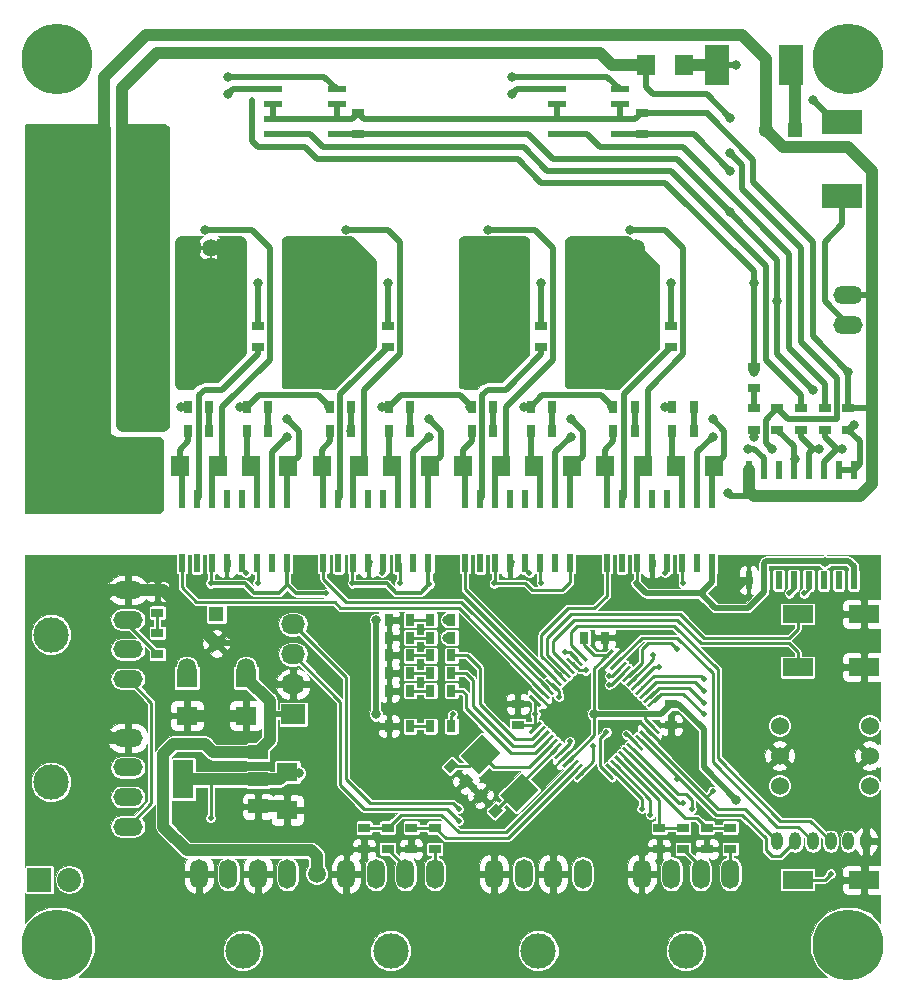
<source format=gbr>
G04 #@! TF.FileFunction,Copper,L1,Top,Signal*
%FSLAX46Y46*%
G04 Gerber Fmt 4.6, Leading zero omitted, Abs format (unit mm)*
G04 Created by KiCad (PCBNEW 4.0.6) date 05/02/17 10:19:31*
%MOMM*%
%LPD*%
G01*
G04 APERTURE LIST*
%ADD10C,0.100000*%
%ADD11C,1.300000*%
%ADD12R,1.300000X1.300000*%
%ADD13O,1.500000X2.500000*%
%ADD14C,3.000000*%
%ADD15O,2.500000X1.500000*%
%ADD16C,1.700000*%
%ADD17R,1.700000X1.700000*%
%ADD18R,0.600000X1.500000*%
%ADD19R,1.600000X1.800000*%
%ADD20R,2.032000X2.032000*%
%ADD21O,2.032000X2.032000*%
%ADD22R,0.800000X1.000000*%
%ADD23R,1.000000X0.800000*%
%ADD24R,1.800000X1.600000*%
%ADD25R,2.600000X1.500000*%
%ADD26O,1.000000X1.524000*%
%ADD27C,1.524000*%
%ADD28R,3.000000X6.500000*%
%ADD29R,6.451600X3.000000*%
%ADD30R,1.700000X1.200000*%
%ADD31R,1.700000X3.300000*%
%ADD32R,1.550000X0.600000*%
%ADD33R,2.500000X6.500000*%
%ADD34R,2.000000X3.500000*%
%ADD35R,2.032000X1.727200*%
%ADD36O,2.032000X1.727200*%
%ADD37R,3.500000X2.000000*%
%ADD38R,2.400000X5.500000*%
%ADD39R,5.500000X2.400000*%
%ADD40C,6.000000*%
%ADD41C,1.500000*%
%ADD42C,0.800000*%
%ADD43C,0.500000*%
%ADD44C,0.500000*%
%ADD45C,0.250000*%
%ADD46C,1.000000*%
%ADD47C,0.300000*%
%ADD48C,0.026000*%
G04 APERTURE END LIST*
D10*
D11*
X63000000Y-9000000D03*
D12*
X65500000Y-9000000D03*
D13*
X52500000Y-72000000D03*
X55000000Y-72000000D03*
X57500000Y-72000000D03*
X60000000Y-72000000D03*
D14*
X56250000Y-78500000D03*
D13*
X15000000Y-72000000D03*
X17500000Y-72000000D03*
X20000000Y-72000000D03*
X22500000Y-72000000D03*
D14*
X18750000Y-78500000D03*
D15*
X9000000Y-60500000D03*
X9000000Y-63000000D03*
X9000000Y-65500000D03*
X9000000Y-68000000D03*
D14*
X2500000Y-64250000D03*
D16*
X4000000Y-33500000D03*
D17*
X9000000Y-33500000D03*
D18*
X25555000Y-45700000D03*
X26825000Y-45700000D03*
X28095000Y-45700000D03*
X29365000Y-45700000D03*
X30635000Y-45700000D03*
X31905000Y-45700000D03*
X33175000Y-45700000D03*
X34445000Y-45700000D03*
X34445000Y-40300000D03*
X33175000Y-40300000D03*
X31905000Y-40300000D03*
X30635000Y-40300000D03*
X29365000Y-40300000D03*
X28095000Y-40300000D03*
X26825000Y-40300000D03*
X25555000Y-40300000D03*
D10*
G36*
X43108311Y-60179379D02*
X42931534Y-60002602D01*
X43850773Y-59083363D01*
X44027550Y-59260140D01*
X43108311Y-60179379D01*
X43108311Y-60179379D01*
G37*
G36*
X43461864Y-60532932D02*
X43285087Y-60356155D01*
X44204326Y-59436916D01*
X44381103Y-59613693D01*
X43461864Y-60532932D01*
X43461864Y-60532932D01*
G37*
G36*
X43815418Y-60886486D02*
X43638641Y-60709709D01*
X44557880Y-59790470D01*
X44734657Y-59967247D01*
X43815418Y-60886486D01*
X43815418Y-60886486D01*
G37*
G36*
X44168971Y-61240039D02*
X43992194Y-61063262D01*
X44911433Y-60144023D01*
X45088210Y-60320800D01*
X44168971Y-61240039D01*
X44168971Y-61240039D01*
G37*
G36*
X44522524Y-61593592D02*
X44345747Y-61416815D01*
X45264986Y-60497576D01*
X45441763Y-60674353D01*
X44522524Y-61593592D01*
X44522524Y-61593592D01*
G37*
G36*
X44876078Y-61947146D02*
X44699301Y-61770369D01*
X45618540Y-60851130D01*
X45795317Y-61027907D01*
X44876078Y-61947146D01*
X44876078Y-61947146D01*
G37*
G36*
X45229631Y-62300699D02*
X45052854Y-62123922D01*
X45972093Y-61204683D01*
X46148870Y-61381460D01*
X45229631Y-62300699D01*
X45229631Y-62300699D01*
G37*
G36*
X45583185Y-62654253D02*
X45406408Y-62477476D01*
X46325647Y-61558237D01*
X46502424Y-61735014D01*
X45583185Y-62654253D01*
X45583185Y-62654253D01*
G37*
G36*
X45936738Y-63007806D02*
X45759961Y-62831029D01*
X46679200Y-61911790D01*
X46855977Y-62088567D01*
X45936738Y-63007806D01*
X45936738Y-63007806D01*
G37*
G36*
X46290291Y-63361359D02*
X46113514Y-63184582D01*
X47032753Y-62265343D01*
X47209530Y-62442120D01*
X46290291Y-63361359D01*
X46290291Y-63361359D01*
G37*
G36*
X46643845Y-63714913D02*
X46467068Y-63538136D01*
X47386307Y-62618897D01*
X47563084Y-62795674D01*
X46643845Y-63714913D01*
X46643845Y-63714913D01*
G37*
G36*
X46997398Y-64068466D02*
X46820621Y-63891689D01*
X47739860Y-62972450D01*
X47916637Y-63149227D01*
X46997398Y-64068466D01*
X46997398Y-64068466D01*
G37*
G36*
X50179379Y-63891689D02*
X50002602Y-64068466D01*
X49083363Y-63149227D01*
X49260140Y-62972450D01*
X50179379Y-63891689D01*
X50179379Y-63891689D01*
G37*
G36*
X50532932Y-63538136D02*
X50356155Y-63714913D01*
X49436916Y-62795674D01*
X49613693Y-62618897D01*
X50532932Y-63538136D01*
X50532932Y-63538136D01*
G37*
G36*
X50886486Y-63184582D02*
X50709709Y-63361359D01*
X49790470Y-62442120D01*
X49967247Y-62265343D01*
X50886486Y-63184582D01*
X50886486Y-63184582D01*
G37*
G36*
X51240039Y-62831029D02*
X51063262Y-63007806D01*
X50144023Y-62088567D01*
X50320800Y-61911790D01*
X51240039Y-62831029D01*
X51240039Y-62831029D01*
G37*
G36*
X51593592Y-62477476D02*
X51416815Y-62654253D01*
X50497576Y-61735014D01*
X50674353Y-61558237D01*
X51593592Y-62477476D01*
X51593592Y-62477476D01*
G37*
G36*
X51947146Y-62123922D02*
X51770369Y-62300699D01*
X50851130Y-61381460D01*
X51027907Y-61204683D01*
X51947146Y-62123922D01*
X51947146Y-62123922D01*
G37*
G36*
X52300699Y-61770369D02*
X52123922Y-61947146D01*
X51204683Y-61027907D01*
X51381460Y-60851130D01*
X52300699Y-61770369D01*
X52300699Y-61770369D01*
G37*
G36*
X52654253Y-61416815D02*
X52477476Y-61593592D01*
X51558237Y-60674353D01*
X51735014Y-60497576D01*
X52654253Y-61416815D01*
X52654253Y-61416815D01*
G37*
G36*
X53007806Y-61063262D02*
X52831029Y-61240039D01*
X51911790Y-60320800D01*
X52088567Y-60144023D01*
X53007806Y-61063262D01*
X53007806Y-61063262D01*
G37*
G36*
X53361359Y-60709709D02*
X53184582Y-60886486D01*
X52265343Y-59967247D01*
X52442120Y-59790470D01*
X53361359Y-60709709D01*
X53361359Y-60709709D01*
G37*
G36*
X53714913Y-60356155D02*
X53538136Y-60532932D01*
X52618897Y-59613693D01*
X52795674Y-59436916D01*
X53714913Y-60356155D01*
X53714913Y-60356155D01*
G37*
G36*
X54068466Y-60002602D02*
X53891689Y-60179379D01*
X52972450Y-59260140D01*
X53149227Y-59083363D01*
X54068466Y-60002602D01*
X54068466Y-60002602D01*
G37*
G36*
X53149227Y-57916637D02*
X52972450Y-57739860D01*
X53891689Y-56820621D01*
X54068466Y-56997398D01*
X53149227Y-57916637D01*
X53149227Y-57916637D01*
G37*
G36*
X52795674Y-57563084D02*
X52618897Y-57386307D01*
X53538136Y-56467068D01*
X53714913Y-56643845D01*
X52795674Y-57563084D01*
X52795674Y-57563084D01*
G37*
G36*
X52442120Y-57209530D02*
X52265343Y-57032753D01*
X53184582Y-56113514D01*
X53361359Y-56290291D01*
X52442120Y-57209530D01*
X52442120Y-57209530D01*
G37*
G36*
X52088567Y-56855977D02*
X51911790Y-56679200D01*
X52831029Y-55759961D01*
X53007806Y-55936738D01*
X52088567Y-56855977D01*
X52088567Y-56855977D01*
G37*
G36*
X51735014Y-56502424D02*
X51558237Y-56325647D01*
X52477476Y-55406408D01*
X52654253Y-55583185D01*
X51735014Y-56502424D01*
X51735014Y-56502424D01*
G37*
G36*
X51381460Y-56148870D02*
X51204683Y-55972093D01*
X52123922Y-55052854D01*
X52300699Y-55229631D01*
X51381460Y-56148870D01*
X51381460Y-56148870D01*
G37*
G36*
X51027907Y-55795317D02*
X50851130Y-55618540D01*
X51770369Y-54699301D01*
X51947146Y-54876078D01*
X51027907Y-55795317D01*
X51027907Y-55795317D01*
G37*
G36*
X50674353Y-55441763D02*
X50497576Y-55264986D01*
X51416815Y-54345747D01*
X51593592Y-54522524D01*
X50674353Y-55441763D01*
X50674353Y-55441763D01*
G37*
G36*
X50320800Y-55088210D02*
X50144023Y-54911433D01*
X51063262Y-53992194D01*
X51240039Y-54168971D01*
X50320800Y-55088210D01*
X50320800Y-55088210D01*
G37*
G36*
X49967247Y-54734657D02*
X49790470Y-54557880D01*
X50709709Y-53638641D01*
X50886486Y-53815418D01*
X49967247Y-54734657D01*
X49967247Y-54734657D01*
G37*
G36*
X49613693Y-54381103D02*
X49436916Y-54204326D01*
X50356155Y-53285087D01*
X50532932Y-53461864D01*
X49613693Y-54381103D01*
X49613693Y-54381103D01*
G37*
G36*
X49260140Y-54027550D02*
X49083363Y-53850773D01*
X50002602Y-52931534D01*
X50179379Y-53108311D01*
X49260140Y-54027550D01*
X49260140Y-54027550D01*
G37*
G36*
X47916637Y-53850773D02*
X47739860Y-54027550D01*
X46820621Y-53108311D01*
X46997398Y-52931534D01*
X47916637Y-53850773D01*
X47916637Y-53850773D01*
G37*
G36*
X47563084Y-54204326D02*
X47386307Y-54381103D01*
X46467068Y-53461864D01*
X46643845Y-53285087D01*
X47563084Y-54204326D01*
X47563084Y-54204326D01*
G37*
G36*
X47209530Y-54557880D02*
X47032753Y-54734657D01*
X46113514Y-53815418D01*
X46290291Y-53638641D01*
X47209530Y-54557880D01*
X47209530Y-54557880D01*
G37*
G36*
X46855977Y-54911433D02*
X46679200Y-55088210D01*
X45759961Y-54168971D01*
X45936738Y-53992194D01*
X46855977Y-54911433D01*
X46855977Y-54911433D01*
G37*
G36*
X46502424Y-55264986D02*
X46325647Y-55441763D01*
X45406408Y-54522524D01*
X45583185Y-54345747D01*
X46502424Y-55264986D01*
X46502424Y-55264986D01*
G37*
G36*
X46148870Y-55618540D02*
X45972093Y-55795317D01*
X45052854Y-54876078D01*
X45229631Y-54699301D01*
X46148870Y-55618540D01*
X46148870Y-55618540D01*
G37*
G36*
X45795317Y-55972093D02*
X45618540Y-56148870D01*
X44699301Y-55229631D01*
X44876078Y-55052854D01*
X45795317Y-55972093D01*
X45795317Y-55972093D01*
G37*
G36*
X45441763Y-56325647D02*
X45264986Y-56502424D01*
X44345747Y-55583185D01*
X44522524Y-55406408D01*
X45441763Y-56325647D01*
X45441763Y-56325647D01*
G37*
G36*
X45088210Y-56679200D02*
X44911433Y-56855977D01*
X43992194Y-55936738D01*
X44168971Y-55759961D01*
X45088210Y-56679200D01*
X45088210Y-56679200D01*
G37*
G36*
X44734657Y-57032753D02*
X44557880Y-57209530D01*
X43638641Y-56290291D01*
X43815418Y-56113514D01*
X44734657Y-57032753D01*
X44734657Y-57032753D01*
G37*
G36*
X44381103Y-57386307D02*
X44204326Y-57563084D01*
X43285087Y-56643845D01*
X43461864Y-56467068D01*
X44381103Y-57386307D01*
X44381103Y-57386307D01*
G37*
G36*
X44027550Y-57739860D02*
X43850773Y-57916637D01*
X42931534Y-56997398D01*
X43108311Y-56820621D01*
X44027550Y-57739860D01*
X44027550Y-57739860D01*
G37*
D11*
X16500000Y-52500000D03*
D12*
X16500000Y-50000000D03*
D19*
X25400000Y-37500000D03*
X28600000Y-37500000D03*
X31400000Y-37500000D03*
X34600000Y-37500000D03*
X13400000Y-37500000D03*
X16600000Y-37500000D03*
X19400000Y-37500000D03*
X22600000Y-37500000D03*
X49400000Y-37500000D03*
X52600000Y-37500000D03*
X55400000Y-37500000D03*
X58600000Y-37500000D03*
X37400000Y-37500000D03*
X40600000Y-37500000D03*
X43400000Y-37500000D03*
X46600000Y-37500000D03*
D20*
X1500000Y-72500000D03*
D21*
X4040000Y-72500000D03*
D18*
X13555000Y-45700000D03*
X14825000Y-45700000D03*
X16095000Y-45700000D03*
X17365000Y-45700000D03*
X18635000Y-45700000D03*
X19905000Y-45700000D03*
X21175000Y-45700000D03*
X22445000Y-45700000D03*
X22445000Y-40300000D03*
X21175000Y-40300000D03*
X19905000Y-40300000D03*
X18635000Y-40300000D03*
X17365000Y-40300000D03*
X16095000Y-40300000D03*
X14825000Y-40300000D03*
X13555000Y-40300000D03*
X49555000Y-45700000D03*
X50825000Y-45700000D03*
X52095000Y-45700000D03*
X53365000Y-45700000D03*
X54635000Y-45700000D03*
X55905000Y-45700000D03*
X57175000Y-45700000D03*
X58445000Y-45700000D03*
X58445000Y-40300000D03*
X57175000Y-40300000D03*
X55905000Y-40300000D03*
X54635000Y-40300000D03*
X53365000Y-40300000D03*
X52095000Y-40300000D03*
X50825000Y-40300000D03*
X49555000Y-40300000D03*
X37555000Y-45700000D03*
X38825000Y-45700000D03*
X40095000Y-45700000D03*
X41365000Y-45700000D03*
X42635000Y-45700000D03*
X43905000Y-45700000D03*
X45175000Y-45700000D03*
X46445000Y-45700000D03*
X46445000Y-40300000D03*
X45175000Y-40300000D03*
X43905000Y-40300000D03*
X42635000Y-40300000D03*
X41365000Y-40300000D03*
X40095000Y-40300000D03*
X38825000Y-40300000D03*
X37555000Y-40300000D03*
D10*
G36*
X35727208Y-62934315D02*
X36434315Y-62227208D01*
X37000000Y-62792893D01*
X36292893Y-63500000D01*
X35727208Y-62934315D01*
X35727208Y-62934315D01*
G37*
G36*
X37000000Y-64207107D02*
X37707107Y-63500000D01*
X38272792Y-64065685D01*
X37565685Y-64772792D01*
X37000000Y-64207107D01*
X37000000Y-64207107D01*
G37*
G36*
X40772792Y-66565685D02*
X40065685Y-67272792D01*
X39500000Y-66707107D01*
X40207107Y-66000000D01*
X40772792Y-66565685D01*
X40772792Y-66565685D01*
G37*
G36*
X39500000Y-65292893D02*
X38792893Y-66000000D01*
X38227208Y-65434315D01*
X38934315Y-64727208D01*
X39500000Y-65292893D01*
X39500000Y-65292893D01*
G37*
D22*
X49400000Y-52000000D03*
X47600000Y-52000000D03*
D23*
X42000000Y-57600000D03*
X42000000Y-59400000D03*
D22*
X32900000Y-52000000D03*
X31100000Y-52000000D03*
D23*
X55000000Y-59400000D03*
X55000000Y-57600000D03*
X31000000Y-27400000D03*
X31000000Y-25600000D03*
X20000000Y-27400000D03*
X20000000Y-25600000D03*
X55000000Y-27400000D03*
X55000000Y-25600000D03*
X44000000Y-27400000D03*
X44000000Y-25600000D03*
D22*
X32900000Y-59500000D03*
X31100000Y-59500000D03*
D23*
X11500000Y-49900000D03*
X11500000Y-48100000D03*
X62000000Y-32600000D03*
X62000000Y-34400000D03*
D22*
X26100000Y-32500000D03*
X27900000Y-32500000D03*
X14100000Y-32500000D03*
X15900000Y-32500000D03*
X31100000Y-32500000D03*
X32900000Y-32500000D03*
X50100000Y-32500000D03*
X51900000Y-32500000D03*
X38100000Y-32500000D03*
X39900000Y-32500000D03*
X43100000Y-32500000D03*
X44900000Y-32500000D03*
X19100000Y-32500000D03*
X20900000Y-32500000D03*
X55100000Y-32500000D03*
X56900000Y-32500000D03*
D24*
X22500000Y-63400000D03*
X22500000Y-66600000D03*
D22*
X32900000Y-50500000D03*
X31100000Y-50500000D03*
X36400000Y-52000000D03*
X34600000Y-52000000D03*
X36400000Y-59500000D03*
X34600000Y-59500000D03*
D23*
X11500000Y-53400000D03*
X11500000Y-51600000D03*
X62000000Y-29100000D03*
X62000000Y-30900000D03*
D22*
X36400000Y-50500000D03*
X34600000Y-50500000D03*
D24*
X14000000Y-55400000D03*
X14000000Y-58600000D03*
X19000000Y-55400000D03*
X19000000Y-58600000D03*
D25*
X71300000Y-72500000D03*
X65700000Y-72500000D03*
X71300000Y-54500000D03*
X65700000Y-54500000D03*
X71300000Y-50000000D03*
X65700000Y-50000000D03*
D26*
X71500000Y-69250000D03*
X70000000Y-69250000D03*
X68500000Y-69250000D03*
X67000000Y-69250000D03*
X65500000Y-69250000D03*
X64000000Y-69250000D03*
D27*
X71810000Y-64540000D03*
X71810000Y-62000000D03*
X71810000Y-59460000D03*
X64190000Y-59460000D03*
X64190000Y-62000000D03*
X64190000Y-64540000D03*
D10*
G36*
X37176598Y-62015075D02*
X39015075Y-60176598D01*
X40570710Y-61732233D01*
X38732233Y-63570710D01*
X37176598Y-62015075D01*
X37176598Y-62015075D01*
G37*
G36*
X40500000Y-65338478D02*
X42338478Y-63500000D01*
X43752692Y-64914214D01*
X41914214Y-66752692D01*
X40500000Y-65338478D01*
X40500000Y-65338478D01*
G37*
D15*
X9000000Y-48000000D03*
X9000000Y-50500000D03*
X9000000Y-53000000D03*
X9000000Y-55500000D03*
D14*
X2500000Y-51750000D03*
D28*
X9800000Y-14000000D03*
D29*
X4100000Y-14400000D03*
D22*
X27900000Y-34500000D03*
X26100000Y-34500000D03*
X15900000Y-34500000D03*
X14100000Y-34500000D03*
X51900000Y-34500000D03*
X50100000Y-34500000D03*
X39900000Y-34500000D03*
X38100000Y-34500000D03*
X32900000Y-34500000D03*
X31100000Y-34500000D03*
X20900000Y-34500000D03*
X19100000Y-34500000D03*
X56900000Y-34500000D03*
X55100000Y-34500000D03*
X44900000Y-34500000D03*
X43100000Y-34500000D03*
D30*
X20000000Y-66300000D03*
X20000000Y-64000000D03*
X20000000Y-61700000D03*
D31*
X13700000Y-64000000D03*
D13*
X27500000Y-72000000D03*
X30000000Y-72000000D03*
X32500000Y-72000000D03*
X35000000Y-72000000D03*
D14*
X31250000Y-78500000D03*
D19*
X52900000Y-3500000D03*
X56100000Y-3500000D03*
D23*
X31000000Y-68100000D03*
X31000000Y-69900000D03*
X35000000Y-68100000D03*
X35000000Y-69900000D03*
X29000000Y-69900000D03*
X29000000Y-68100000D03*
X33000000Y-69900000D03*
X33000000Y-68100000D03*
X54000000Y-69900000D03*
X54000000Y-68100000D03*
X56000000Y-68100000D03*
X56000000Y-69900000D03*
X58000000Y-69900000D03*
X58000000Y-68100000D03*
X60000000Y-68100000D03*
X60000000Y-69900000D03*
D18*
X70445000Y-37850000D03*
X69175000Y-37850000D03*
X67905000Y-37850000D03*
X66635000Y-37850000D03*
X65365000Y-37850000D03*
X64095000Y-37850000D03*
X62825000Y-37850000D03*
X61555000Y-37850000D03*
X61555000Y-47150000D03*
X62825000Y-47150000D03*
X64095000Y-47150000D03*
X65365000Y-47150000D03*
X66635000Y-47150000D03*
X67905000Y-47150000D03*
X69175000Y-47150000D03*
X70445000Y-47150000D03*
D32*
X45300000Y-5595000D03*
X45300000Y-6865000D03*
X45300000Y-8135000D03*
X45300000Y-9405000D03*
X50700000Y-9405000D03*
X50700000Y-8135000D03*
X50700000Y-6865000D03*
X50700000Y-5595000D03*
X21300000Y-5595000D03*
X21300000Y-6865000D03*
X21300000Y-8135000D03*
X21300000Y-9405000D03*
X26700000Y-9405000D03*
X26700000Y-8135000D03*
X26700000Y-6865000D03*
X26700000Y-5595000D03*
D23*
X70000000Y-34400000D03*
X70000000Y-32600000D03*
X52500000Y-9400000D03*
X52500000Y-7600000D03*
X28500000Y-9400000D03*
X28500000Y-7600000D03*
D13*
X40000000Y-72000000D03*
X42500000Y-72000000D03*
X45000000Y-72000000D03*
X47500000Y-72000000D03*
D14*
X43750000Y-78500000D03*
D23*
X64000000Y-32600000D03*
X64000000Y-34400000D03*
D33*
X11300000Y-22500000D03*
D29*
X4100000Y-23400000D03*
D23*
X68000000Y-34400000D03*
X68000000Y-32600000D03*
X66000000Y-34400000D03*
X66000000Y-32600000D03*
D22*
X36400000Y-56500000D03*
X34600000Y-56500000D03*
X36400000Y-55000000D03*
X34600000Y-55000000D03*
X36400000Y-53500000D03*
X34600000Y-53500000D03*
X32900000Y-56500000D03*
X31100000Y-56500000D03*
X32900000Y-55000000D03*
X31100000Y-55000000D03*
X32900000Y-53500000D03*
X31100000Y-53500000D03*
D34*
X65150000Y-3500000D03*
X58850000Y-3500000D03*
D35*
X23000000Y-58500000D03*
D36*
X23000000Y-55960000D03*
X23000000Y-53420000D03*
X23000000Y-50880000D03*
D37*
X69500000Y-14650000D03*
X69500000Y-8350000D03*
D38*
X41700000Y-21000000D03*
D39*
X48900000Y-20100000D03*
D38*
X17700000Y-21000000D03*
D39*
X24900000Y-20100000D03*
D15*
X70000000Y-25500000D03*
X70000000Y-23000000D03*
D40*
X70000000Y-3000000D03*
X3000000Y-3000000D03*
X3000000Y-78000000D03*
X70000000Y-78000000D03*
D41*
X16000000Y-19000000D03*
D42*
X60000000Y-48500000D03*
X23500000Y-65000000D03*
D43*
X14750000Y-47000000D03*
X53750000Y-47250000D03*
X51750000Y-53750000D03*
X12500000Y-45500000D03*
X24000000Y-45600000D03*
X48000000Y-45600000D03*
X36000000Y-45600000D03*
X19500000Y-66000000D03*
X53500000Y-45600000D03*
X41500000Y-45600000D03*
X29500000Y-45600000D03*
X17500000Y-45600000D03*
X49250000Y-59250000D03*
X49250000Y-57750000D03*
X47750000Y-59250000D03*
X47750000Y-57750000D03*
X46400000Y-60800000D03*
X68500000Y-72000000D03*
D42*
X30000000Y-58500000D03*
X30000000Y-50500000D03*
D43*
X36500000Y-58500000D03*
D42*
X68000000Y-45600000D03*
X23500000Y-63500000D03*
X60500000Y-65750000D03*
D43*
X62825000Y-47150000D03*
X52000000Y-47400000D03*
X34500000Y-47500000D03*
X25750000Y-48250000D03*
X40000000Y-47400000D03*
X16000000Y-67250000D03*
X43479542Y-58500000D03*
D42*
X48500000Y-58500000D03*
D43*
X16000000Y-47400000D03*
X28000000Y-47400000D03*
D42*
X70000000Y-29500000D03*
X72000000Y-35000000D03*
X62000000Y-35000000D03*
X59800000Y-39800000D03*
X58500000Y-33500000D03*
X46500000Y-33500000D03*
X34500000Y-33500000D03*
X22500000Y-33500000D03*
X15500000Y-17500000D03*
D41*
X16000000Y-29500000D03*
X17500000Y-28000000D03*
X17500000Y-26500000D03*
X17500000Y-25000000D03*
X14500000Y-20500000D03*
X14500000Y-19000000D03*
X16000000Y-20500000D03*
X16000000Y-22000000D03*
X14500000Y-22000000D03*
X14500000Y-23500000D03*
X16000000Y-23500000D03*
X16000000Y-25000000D03*
X14500000Y-25000000D03*
X14500000Y-26500000D03*
X16000000Y-26500000D03*
X16000000Y-28000000D03*
X14500000Y-28000000D03*
X14500000Y-29500000D03*
X38500000Y-19000000D03*
D42*
X39500000Y-17500000D03*
D41*
X41500000Y-25000000D03*
X41500000Y-26500000D03*
X41500000Y-28000000D03*
X40000000Y-19000000D03*
X40000000Y-20500000D03*
X38500000Y-20500000D03*
X38500000Y-22000000D03*
X40000000Y-22000000D03*
X40000000Y-23500000D03*
X38500000Y-23500000D03*
X38500000Y-25000000D03*
X40000000Y-25000000D03*
X40000000Y-26500000D03*
X38500000Y-26500000D03*
X38500000Y-28000000D03*
X40000000Y-28000000D03*
X40000000Y-29500000D03*
X38500000Y-29500000D03*
D42*
X60000000Y-8000000D03*
X60000000Y-11000000D03*
X63500000Y-36000000D03*
X41500000Y-4500000D03*
X17500000Y-4500000D03*
D41*
X9000000Y-19500000D03*
X9000000Y-21000000D03*
X9000000Y-22500000D03*
X9000000Y-24000000D03*
X9000000Y-25500000D03*
X10500000Y-27000000D03*
X9000000Y-27000000D03*
X9000000Y-18000000D03*
X10500000Y-18000000D03*
D43*
X58500000Y-65000000D03*
X37000000Y-67500000D03*
X37000000Y-66500000D03*
X55500000Y-64000000D03*
D42*
X27500000Y-17500000D03*
D41*
X28000000Y-22000000D03*
X26500000Y-22000000D03*
X25000000Y-22000000D03*
X28000000Y-20500000D03*
X28000000Y-19000000D03*
X26500000Y-29500000D03*
X25000000Y-29500000D03*
X25000000Y-28000000D03*
X26500000Y-28000000D03*
X28000000Y-28000000D03*
X28000000Y-26500000D03*
X26500000Y-26500000D03*
X25000000Y-26500000D03*
X25000000Y-25000000D03*
X26500000Y-25000000D03*
X28000000Y-25000000D03*
X28000000Y-23500000D03*
X26500000Y-23500000D03*
X25000000Y-23500000D03*
X52000000Y-19000000D03*
D42*
X51500000Y-17500000D03*
D41*
X52000000Y-20500000D03*
X49000000Y-22000000D03*
X52000000Y-23500000D03*
X52000000Y-22000000D03*
X50500000Y-22000000D03*
X52000000Y-25000000D03*
X52000000Y-26500000D03*
X52000000Y-28000000D03*
X50500000Y-28000000D03*
X50500000Y-26500000D03*
X50500000Y-25000000D03*
X50500000Y-23500000D03*
X49000000Y-23500000D03*
X49000000Y-25000000D03*
X49000000Y-26500000D03*
X49000000Y-28000000D03*
X49000000Y-29500000D03*
X50500000Y-29500000D03*
D43*
X45500000Y-57000000D03*
X32000000Y-47400000D03*
X20000000Y-47400000D03*
X56000000Y-47400000D03*
X44000000Y-47400000D03*
X49750000Y-56000000D03*
X49750000Y-55250000D03*
D42*
X62000000Y-22000000D03*
X62000000Y-29500000D03*
X50000000Y-32500000D03*
X38000000Y-32500000D03*
X26000000Y-32500000D03*
X54500000Y-32500000D03*
X42500000Y-32500000D03*
X30500000Y-32500000D03*
X18500000Y-32500000D03*
X13500000Y-32500000D03*
X31000000Y-22000000D03*
X20000000Y-22000000D03*
X55000000Y-22000000D03*
X44000000Y-22000000D03*
D43*
X57750000Y-55500000D03*
X57750000Y-57500000D03*
D41*
X14000000Y-54500000D03*
X25000000Y-72000000D03*
X19000000Y-54500000D03*
D43*
X47750000Y-54750000D03*
D42*
X36000000Y-52000000D03*
X36000000Y-50500000D03*
D43*
X46000000Y-53250000D03*
X57750000Y-58500000D03*
X53500000Y-53500000D03*
X30500000Y-46500000D03*
X19000000Y-46500000D03*
X54000000Y-54500000D03*
X43000000Y-46500000D03*
X54500000Y-46500000D03*
D42*
X34500000Y-35000000D03*
X22500000Y-35000000D03*
X58500000Y-35000000D03*
X46500000Y-35000000D03*
X64000000Y-23500000D03*
X67000000Y-31000000D03*
X70500000Y-34000000D03*
X60000000Y-12500000D03*
X60000000Y-16000000D03*
X65500000Y-36900000D03*
X61500000Y-36000000D03*
D43*
X49500000Y-60000000D03*
X65000000Y-48250000D03*
X48400000Y-61200000D03*
X66250000Y-48250000D03*
D42*
X41500000Y-6000000D03*
X17500000Y-6000000D03*
D43*
X52500000Y-66500000D03*
X53250000Y-67000000D03*
X56000000Y-66000000D03*
X56750000Y-66500000D03*
X57750000Y-56500000D03*
D42*
X69500000Y-36000000D03*
X67500000Y-36000000D03*
D43*
X51200000Y-60200000D03*
X55500000Y-53000000D03*
D42*
X67000000Y-6500000D03*
X60500000Y-3500000D03*
D44*
X22500000Y-66600000D02*
X22500000Y-65000000D01*
X22500000Y-65000000D02*
X23500000Y-65000000D01*
D45*
X27500000Y-72000000D02*
X27500000Y-70500000D01*
X28100000Y-69900000D02*
X29000000Y-69900000D01*
X27500000Y-70500000D02*
X28100000Y-69900000D01*
X33000000Y-69900000D02*
X33000000Y-69000000D01*
X29000000Y-69000000D02*
X29000000Y-69900000D01*
X33000000Y-69000000D02*
X29000000Y-69000000D01*
D44*
X16500000Y-52500000D02*
X20000000Y-52500000D01*
X21460000Y-55960000D02*
X23000000Y-55960000D01*
X21000000Y-55500000D02*
X21460000Y-55960000D01*
X21000000Y-53500000D02*
X21000000Y-55500000D01*
X20000000Y-52500000D02*
X21000000Y-53500000D01*
D45*
X58000000Y-69000000D02*
X54000000Y-69000000D01*
X58000000Y-69900000D02*
X58000000Y-69000000D01*
X54000000Y-69000000D02*
X54000000Y-69900000D01*
D44*
X7500000Y-60500000D02*
X6500000Y-61500000D01*
X6500000Y-69000000D02*
X9500000Y-72000000D01*
X6500000Y-61500000D02*
X6500000Y-69000000D01*
D45*
X71500000Y-69250000D02*
X71500000Y-67500000D01*
X71500000Y-67500000D02*
X70500000Y-66500000D01*
X52500000Y-72000000D02*
X52500000Y-70500000D01*
X53100000Y-69900000D02*
X54000000Y-69900000D01*
X52500000Y-70500000D02*
X53100000Y-69900000D01*
D44*
X52500000Y-72000000D02*
X52500000Y-74000000D01*
X52500000Y-74000000D02*
X52000000Y-74500000D01*
X45000000Y-74000000D02*
X45500000Y-74500000D01*
X45500000Y-74500000D02*
X52000000Y-74500000D01*
X40000000Y-74000000D02*
X40500000Y-74500000D01*
X45000000Y-74000000D02*
X45000000Y-72000000D01*
X44500000Y-74500000D02*
X45000000Y-74000000D01*
X40500000Y-74500000D02*
X44500000Y-74500000D01*
X27500000Y-74000000D02*
X28000000Y-74500000D01*
X40000000Y-74000000D02*
X40000000Y-72000000D01*
X39500000Y-74500000D02*
X40000000Y-74000000D01*
X28000000Y-74500000D02*
X39500000Y-74500000D01*
X20000000Y-74000000D02*
X20500000Y-74500000D01*
X27500000Y-74000000D02*
X27500000Y-72000000D01*
X27000000Y-74500000D02*
X27500000Y-74000000D01*
X20500000Y-74500000D02*
X27000000Y-74500000D01*
X15000000Y-72000000D02*
X15000000Y-74000000D01*
X20000000Y-74000000D02*
X20000000Y-72000000D01*
X19500000Y-74500000D02*
X20000000Y-74000000D01*
X15500000Y-74500000D02*
X19500000Y-74500000D01*
X15000000Y-74000000D02*
X15500000Y-74500000D01*
D45*
X31100000Y-56500000D02*
X31100000Y-59500000D01*
D44*
X61555000Y-47150000D02*
X61350000Y-47150000D01*
X61350000Y-47150000D02*
X60000000Y-48500000D01*
D45*
X31100000Y-52000000D02*
X31100000Y-50500000D01*
X31100000Y-53500000D02*
X31100000Y-52000000D01*
X31100000Y-55000000D02*
X31100000Y-53500000D01*
X31100000Y-56500000D02*
X31100000Y-55000000D01*
X53365000Y-45700000D02*
X53365000Y-46865000D01*
X53365000Y-46865000D02*
X53750000Y-47250000D01*
X64190000Y-62000000D02*
X64940000Y-62750000D01*
X71060000Y-62750000D02*
X71810000Y-62000000D01*
X64940000Y-62750000D02*
X71060000Y-62750000D01*
X24000000Y-45600000D02*
X24000000Y-45500000D01*
X48000000Y-45600000D02*
X48000000Y-45500000D01*
X36000000Y-45600000D02*
X36000000Y-45500000D01*
D44*
X71500000Y-69250000D02*
X71500000Y-72300000D01*
X71500000Y-72300000D02*
X71300000Y-72500000D01*
D45*
X71810000Y-62000000D02*
X70500000Y-63310000D01*
X70500000Y-63310000D02*
X70500000Y-66500000D01*
X71300000Y-54500000D02*
X71300000Y-56700000D01*
X70500000Y-60690000D02*
X71810000Y-62000000D01*
X70500000Y-57500000D02*
X70500000Y-60690000D01*
X71300000Y-56700000D02*
X70500000Y-57500000D01*
X19500000Y-66000000D02*
X19700000Y-66000000D01*
X19700000Y-66000000D02*
X20000000Y-66300000D01*
X49984924Y-53833095D02*
X49000000Y-54818019D01*
X49000000Y-57500000D02*
X49250000Y-57750000D01*
X49000000Y-54818019D02*
X49000000Y-57500000D01*
X47750000Y-57750000D02*
X47500000Y-58000000D01*
X47500000Y-59000000D02*
X47750000Y-59250000D01*
X47500000Y-58000000D02*
X47500000Y-59000000D01*
D46*
X20000000Y-66300000D02*
X22200000Y-66300000D01*
X22200000Y-66300000D02*
X22500000Y-66600000D01*
X16500000Y-52500000D02*
X12000000Y-48000000D01*
X12000000Y-48000000D02*
X9000000Y-48000000D01*
D45*
X71300000Y-50000000D02*
X71300000Y-54500000D01*
X55000000Y-59400000D02*
X55000000Y-60500000D01*
X54181981Y-61000000D02*
X53166905Y-59984924D01*
X54500000Y-61000000D02*
X54181981Y-61000000D01*
X55000000Y-60500000D02*
X54500000Y-61000000D01*
X42000000Y-57600000D02*
X42000000Y-56500000D01*
X42818019Y-56000000D02*
X43833095Y-57015076D01*
X42500000Y-56000000D02*
X42818019Y-56000000D01*
X42000000Y-56500000D02*
X42500000Y-56000000D01*
X49400000Y-52000000D02*
X50500000Y-52000000D01*
X51000000Y-52818019D02*
X49984924Y-53833095D01*
X51000000Y-52500000D02*
X51000000Y-52818019D01*
X50500000Y-52000000D02*
X51000000Y-52500000D01*
D46*
X19000000Y-58600000D02*
X14000000Y-58600000D01*
D44*
X15000000Y-72000000D02*
X9500000Y-72000000D01*
X53500000Y-45600000D02*
X53400000Y-45700000D01*
X53400000Y-45700000D02*
X53365000Y-45700000D01*
X41500000Y-45600000D02*
X41400000Y-45700000D01*
X41400000Y-45700000D02*
X41365000Y-45700000D01*
X29500000Y-45600000D02*
X29400000Y-45700000D01*
X29400000Y-45700000D02*
X29365000Y-45700000D01*
X17500000Y-45600000D02*
X17400000Y-45700000D01*
X17400000Y-45700000D02*
X17365000Y-45700000D01*
D46*
X9000000Y-48000000D02*
X7500000Y-48000000D01*
X7500000Y-48000000D02*
X6500000Y-49000000D01*
X6500000Y-49000000D02*
X6500000Y-59500000D01*
X6500000Y-59500000D02*
X7500000Y-60500000D01*
X7500000Y-60500000D02*
X9000000Y-60500000D01*
D45*
X53166905Y-59984924D02*
X52431981Y-59250000D01*
X52431981Y-59250000D02*
X49250000Y-59250000D01*
X47750000Y-60310661D02*
X47750000Y-59250000D01*
X45954416Y-62106245D02*
X47750000Y-60310661D01*
X44568019Y-57750000D02*
X43833095Y-57015076D01*
X47750000Y-57750000D02*
X44568019Y-57750000D01*
X37636396Y-64136396D02*
X38863604Y-65363604D01*
X52500000Y-71400000D02*
X52500000Y-72000000D01*
X27500000Y-71400000D02*
X27500000Y-72000000D01*
X45600862Y-61752691D02*
X46400000Y-60953553D01*
X46400000Y-60953553D02*
X46400000Y-60800000D01*
X68500000Y-72000000D02*
X68000000Y-72500000D01*
X68000000Y-72500000D02*
X65700000Y-72500000D01*
X36363604Y-62863604D02*
X37883704Y-62863604D01*
X37883704Y-62863604D02*
X38873654Y-61873654D01*
X44893755Y-61045584D02*
X42939339Y-63000000D01*
X40000000Y-63000000D02*
X38873654Y-61873654D01*
X42939339Y-63000000D02*
X40000000Y-63000000D01*
X40136396Y-66636396D02*
X41646446Y-65126346D01*
X41646446Y-65126346D02*
X42126346Y-65126346D01*
X45247309Y-61399138D02*
X42126346Y-64520101D01*
X42126346Y-64520101D02*
X42126346Y-65126346D01*
D44*
X30000000Y-50500000D02*
X30000000Y-58500000D01*
D45*
X36400000Y-59500000D02*
X36400000Y-58600000D01*
X36400000Y-58600000D02*
X36500000Y-58500000D01*
D44*
X68000000Y-45600000D02*
X68000000Y-45500000D01*
D45*
X23500000Y-63500000D02*
X22600000Y-63500000D01*
X22600000Y-63500000D02*
X22500000Y-63400000D01*
D44*
X60500000Y-65750000D02*
X57750000Y-63000000D01*
X57750000Y-63000000D02*
X57750000Y-59750000D01*
X57750000Y-59750000D02*
X55600000Y-57600000D01*
X55000000Y-57600000D02*
X55600000Y-57600000D01*
X55100000Y-57600000D02*
X55000000Y-57600000D01*
D47*
X52000000Y-47400000D02*
X52050000Y-47450000D01*
X52050000Y-47450000D02*
X52000000Y-47400000D01*
X34500000Y-47500000D02*
X34445000Y-47555000D01*
X22445000Y-47500000D02*
X23195000Y-48250000D01*
X23195000Y-48250000D02*
X25750000Y-48250000D01*
D44*
X62825000Y-47150000D02*
X62825000Y-48175000D01*
X58750000Y-49500000D02*
X57500000Y-48250000D01*
X61500000Y-49500000D02*
X58750000Y-49500000D01*
X62825000Y-48175000D02*
X61500000Y-49500000D01*
X52000000Y-47400000D02*
X52850000Y-48250000D01*
D45*
X52095000Y-47305000D02*
X52000000Y-47400000D01*
X52095000Y-45700000D02*
X52095000Y-47305000D01*
D44*
X52850000Y-48250000D02*
X57500000Y-48250000D01*
X57500000Y-48250000D02*
X58445000Y-47305000D01*
X58445000Y-47305000D02*
X58445000Y-45700000D01*
D45*
X57500000Y-48250000D02*
X58445000Y-47305000D01*
X58445000Y-47305000D02*
X58445000Y-45700000D01*
X40000000Y-47400000D02*
X42650000Y-47400000D01*
X40095000Y-47305000D02*
X40000000Y-47400000D01*
X40095000Y-45700000D02*
X40095000Y-47305000D01*
X46445000Y-47305000D02*
X46445000Y-45700000D01*
X45750000Y-48000000D02*
X46445000Y-47305000D01*
X43250000Y-48000000D02*
X45750000Y-48000000D01*
X42650000Y-47400000D02*
X43250000Y-48000000D01*
X53520458Y-59631371D02*
X52750000Y-58860913D01*
X52750000Y-58860913D02*
X52750000Y-58500000D01*
D44*
X48500000Y-58500000D02*
X52750000Y-58500000D01*
X52750000Y-58500000D02*
X54100000Y-58500000D01*
X54100000Y-58500000D02*
X55000000Y-57600000D01*
D46*
X22500000Y-63400000D02*
X22600000Y-63500000D01*
D45*
X16000000Y-67250000D02*
X16000000Y-64000000D01*
X43479542Y-57368629D02*
X43479542Y-58500000D01*
X43479542Y-58500000D02*
X43479542Y-59631371D01*
D46*
X20000000Y-64000000D02*
X16000000Y-64000000D01*
X16000000Y-64000000D02*
X13700000Y-64000000D01*
X20000000Y-64000000D02*
X21900000Y-64000000D01*
X21900000Y-64000000D02*
X22500000Y-63400000D01*
D44*
X62825000Y-47150000D02*
X62825000Y-45675000D01*
X70445000Y-45945000D02*
X70445000Y-47150000D01*
X70000000Y-45500000D02*
X70445000Y-45945000D01*
X63000000Y-45500000D02*
X68000000Y-45500000D01*
X68000000Y-45500000D02*
X70000000Y-45500000D01*
X62825000Y-45675000D02*
X63000000Y-45500000D01*
D47*
X16000000Y-47400000D02*
X18900000Y-47400000D01*
D45*
X16000000Y-45795000D02*
X16000000Y-47400000D01*
D47*
X22445000Y-47555000D02*
X22445000Y-47500000D01*
X22445000Y-47500000D02*
X22445000Y-45700000D01*
X21800000Y-48200000D02*
X22445000Y-47555000D01*
X19700000Y-48200000D02*
X21800000Y-48200000D01*
X18900000Y-47400000D02*
X19700000Y-48200000D01*
X28000000Y-47400000D02*
X30900000Y-47400000D01*
X33800000Y-48200000D02*
X34445000Y-47555000D01*
X31700000Y-48200000D02*
X33800000Y-48200000D01*
X30900000Y-47400000D02*
X31700000Y-48200000D01*
X34445000Y-47555000D02*
X34445000Y-45700000D01*
D45*
X28000000Y-45795000D02*
X28000000Y-47400000D01*
X28000000Y-45795000D02*
X28095000Y-45700000D01*
X16000000Y-45795000D02*
X16095000Y-45700000D01*
D47*
X16095000Y-45700000D02*
X16000000Y-45795000D01*
X52095000Y-45700000D02*
X52000000Y-45795000D01*
X40095000Y-45700000D02*
X40000000Y-45795000D01*
X28095000Y-45700000D02*
X28000000Y-45795000D01*
D45*
X42000000Y-59400000D02*
X43248171Y-59400000D01*
X43248171Y-59400000D02*
X43479542Y-59631371D01*
X47600000Y-52000000D02*
X47600000Y-52600000D01*
X48500000Y-53500000D02*
X49610913Y-53500000D01*
X47600000Y-52600000D02*
X48500000Y-53500000D01*
X49610913Y-53500000D02*
X49631371Y-53479542D01*
X49631371Y-53479542D02*
X48500000Y-54610913D01*
X48500000Y-54610913D02*
X48500000Y-58500000D01*
X48500000Y-60267767D02*
X46307969Y-62459798D01*
X48500000Y-58500000D02*
X48500000Y-60267767D01*
D44*
X26100000Y-34500000D02*
X26100000Y-35400000D01*
X25400000Y-36100000D02*
X25400000Y-37500000D01*
X26100000Y-35400000D02*
X25400000Y-36100000D01*
X25400000Y-37500000D02*
X25555000Y-37655000D01*
X25555000Y-37655000D02*
X25555000Y-40300000D01*
D45*
X11500000Y-53400000D02*
X9000000Y-50900000D01*
X9000000Y-50900000D02*
X9000000Y-50500000D01*
D44*
X70000000Y-23000000D02*
X72000000Y-23000000D01*
X61950000Y-11550000D02*
X61950000Y-13450000D01*
X67000000Y-18500000D02*
X67000000Y-26500000D01*
X67000000Y-26500000D02*
X70000000Y-29500000D01*
X58000000Y-7600000D02*
X61950000Y-11550000D01*
X61950000Y-13450000D02*
X67000000Y-18500000D01*
X70000000Y-29500000D02*
X70000000Y-32000000D01*
X70000000Y-32600000D02*
X70000000Y-32000000D01*
D46*
X4100000Y-14400000D02*
X7000000Y-11500000D01*
X7000000Y-4500000D02*
X10500000Y-1000000D01*
X7000000Y-11500000D02*
X7000000Y-4500000D01*
D44*
X70000000Y-32600000D02*
X72000000Y-32600000D01*
X72000000Y-32600000D02*
X72000000Y-32500000D01*
X62000000Y-34400000D02*
X62000000Y-35000000D01*
D46*
X71000000Y-40000000D02*
X72000000Y-39000000D01*
X72000000Y-39000000D02*
X72000000Y-35000000D01*
X66000000Y-40000000D02*
X66500000Y-40000000D01*
X69000000Y-40000000D02*
X71000000Y-40000000D01*
X66500000Y-40000000D02*
X69000000Y-40000000D01*
X65000000Y-40000000D02*
X66000000Y-40000000D01*
X64500000Y-10500000D02*
X63000000Y-9000000D01*
X72000000Y-32500000D02*
X72000000Y-23500000D01*
X72000000Y-23500000D02*
X72000000Y-23000000D01*
X72000000Y-23000000D02*
X72000000Y-12500000D01*
X72000000Y-12500000D02*
X70000000Y-10500000D01*
X70000000Y-10500000D02*
X64500000Y-10500000D01*
X72000000Y-35000000D02*
X72000000Y-32500000D01*
D44*
X62600000Y-40000000D02*
X60000000Y-40000000D01*
X60000000Y-40000000D02*
X59800000Y-39800000D01*
D46*
X61555000Y-39555000D02*
X62000000Y-40000000D01*
D44*
X58100000Y-7600000D02*
X58000000Y-7600000D01*
X58000000Y-7600000D02*
X52500000Y-7600000D01*
D46*
X61555000Y-37850000D02*
X61555000Y-39555000D01*
X62000000Y-40000000D02*
X62600000Y-40000000D01*
X62600000Y-40000000D02*
X65000000Y-40000000D01*
D44*
X45300000Y-8135000D02*
X29035000Y-8135000D01*
X29035000Y-8135000D02*
X28500000Y-7600000D01*
X50700000Y-8135000D02*
X51965000Y-8135000D01*
X51965000Y-8135000D02*
X52500000Y-7600000D01*
X50700000Y-8135000D02*
X50700000Y-6865000D01*
X45300000Y-8135000D02*
X50700000Y-8135000D01*
X45300000Y-6865000D02*
X45300000Y-8135000D01*
X26700000Y-8135000D02*
X27965000Y-8135000D01*
X27965000Y-8135000D02*
X28500000Y-7600000D01*
X21300000Y-8135000D02*
X26700000Y-8135000D01*
X26700000Y-6865000D02*
X26700000Y-8135000D01*
X21300000Y-6865000D02*
X21300000Y-8135000D01*
D46*
X10500000Y-1000000D02*
X61000000Y-1000000D01*
X61000000Y-1000000D02*
X63000000Y-3000000D01*
X63000000Y-3000000D02*
X63000000Y-9000000D01*
D44*
X58600000Y-37500000D02*
X58445000Y-37655000D01*
X58445000Y-37655000D02*
X58445000Y-40300000D01*
X46600000Y-37500000D02*
X46445000Y-37655000D01*
X46445000Y-37655000D02*
X46445000Y-40300000D01*
X34600000Y-37500000D02*
X34445000Y-37655000D01*
X34445000Y-37655000D02*
X34445000Y-40300000D01*
X58500000Y-33500000D02*
X59500000Y-34500000D01*
X59500000Y-36600000D02*
X58600000Y-37500000D01*
X59500000Y-34500000D02*
X59500000Y-36600000D01*
X47500000Y-36600000D02*
X46600000Y-37500000D01*
X47500000Y-34500000D02*
X47500000Y-36600000D01*
X46500000Y-33500000D02*
X47500000Y-34500000D01*
X35500000Y-36600000D02*
X34600000Y-37500000D01*
X35500000Y-34500000D02*
X35500000Y-36600000D01*
X34500000Y-33500000D02*
X35500000Y-34500000D01*
X22600000Y-37500000D02*
X23500000Y-36600000D01*
X23500000Y-34500000D02*
X22500000Y-33500000D01*
X23500000Y-36600000D02*
X23500000Y-34500000D01*
X22445000Y-40300000D02*
X22445000Y-37655000D01*
X22445000Y-37655000D02*
X22600000Y-37500000D01*
X14100000Y-34500000D02*
X14100000Y-35400000D01*
X13400000Y-36100000D02*
X13400000Y-37500000D01*
X14100000Y-35400000D02*
X13400000Y-36100000D01*
X13400000Y-37500000D02*
X13555000Y-37655000D01*
X13555000Y-37655000D02*
X13555000Y-40300000D01*
X15500000Y-17500000D02*
X19500000Y-17500000D01*
X19500000Y-17500000D02*
X21000000Y-19000000D01*
X17000000Y-37100000D02*
X17000000Y-32500000D01*
X21000000Y-19000000D02*
X21000000Y-28500000D01*
X21000000Y-28500000D02*
X17000000Y-32500000D01*
D45*
X16000000Y-25000000D02*
X17500000Y-25000000D01*
X17500000Y-26500000D02*
X17500000Y-28000000D01*
D46*
X14500000Y-22000000D02*
X14500000Y-20500000D01*
X16000000Y-20500000D02*
X16000000Y-22000000D01*
X14500000Y-22000000D02*
X14500000Y-23500000D01*
X16000000Y-23500000D02*
X16000000Y-25000000D01*
X14500000Y-25000000D02*
X14500000Y-26500000D01*
X16000000Y-26500000D02*
X16000000Y-28000000D01*
X14500000Y-28000000D02*
X14500000Y-29500000D01*
D44*
X16600000Y-37500000D02*
X16095000Y-38005000D01*
X16095000Y-38005000D02*
X16095000Y-40300000D01*
X17000000Y-37100000D02*
X16600000Y-37500000D01*
X17000000Y-37100000D02*
X16600000Y-37500000D01*
X50100000Y-34500000D02*
X50100000Y-35400000D01*
X49400000Y-36100000D02*
X49400000Y-37500000D01*
X50100000Y-35400000D02*
X49400000Y-36100000D01*
X49400000Y-37500000D02*
X49555000Y-37655000D01*
X49555000Y-37655000D02*
X49555000Y-40300000D01*
X38100000Y-34500000D02*
X38100000Y-35400000D01*
X37400000Y-36100000D02*
X37400000Y-37500000D01*
X38100000Y-35400000D02*
X37400000Y-36100000D01*
X37400000Y-37500000D02*
X37555000Y-37655000D01*
X37555000Y-37655000D02*
X37555000Y-40300000D01*
X38500000Y-20500000D02*
X38500000Y-19000000D01*
X43500000Y-17500000D02*
X39500000Y-17500000D01*
X45000000Y-19000000D02*
X45000000Y-28500000D01*
X43500000Y-17500000D02*
X45000000Y-19000000D01*
X45000000Y-28500000D02*
X41000000Y-32500000D01*
X41000000Y-37000000D02*
X41000000Y-32500000D01*
X40000000Y-28000000D02*
X41500000Y-28000000D01*
X41500000Y-26500000D02*
X41500000Y-25000000D01*
X40000000Y-19000000D02*
X40000000Y-20500000D01*
X38500000Y-20500000D02*
X38500000Y-22000000D01*
X40000000Y-22000000D02*
X40000000Y-23500000D01*
X38500000Y-23500000D02*
X38500000Y-25000000D01*
X40000000Y-25000000D02*
X40000000Y-26500000D01*
X38500000Y-26500000D02*
X38500000Y-28000000D01*
X40000000Y-28000000D02*
X40000000Y-29500000D01*
X41000000Y-37000000D02*
X40500000Y-37500000D01*
X40500000Y-37500000D02*
X40600000Y-37500000D01*
X40500000Y-37000000D02*
X40600000Y-37500000D01*
X40600000Y-37500000D02*
X40095000Y-38005000D01*
X40095000Y-38005000D02*
X40095000Y-40300000D01*
X41000000Y-37100000D02*
X40600000Y-37500000D01*
X61000000Y-12000000D02*
X61000000Y-14000000D01*
X61000000Y-14000000D02*
X66000000Y-19000000D01*
X69000000Y-33500000D02*
X69000000Y-30000000D01*
X64900000Y-33500000D02*
X69000000Y-33500000D01*
X64000000Y-32600000D02*
X64900000Y-33500000D01*
X69000000Y-30000000D02*
X66000000Y-27000000D01*
X66000000Y-27000000D02*
X66000000Y-19000000D01*
X61000000Y-12000000D02*
X60000000Y-11000000D01*
D46*
X9800000Y-14000000D02*
X8500000Y-12700000D01*
X8500000Y-12700000D02*
X8500000Y-5500000D01*
X8500000Y-5500000D02*
X11500000Y-2500000D01*
D44*
X60000000Y-8000000D02*
X58000000Y-6000000D01*
X52900000Y-5400000D02*
X52900000Y-3500000D01*
X53500000Y-6000000D02*
X52900000Y-5400000D01*
X58000000Y-6000000D02*
X53500000Y-6000000D01*
D46*
X52900000Y-3500000D02*
X50000000Y-3500000D01*
X50000000Y-3500000D02*
X49000000Y-2500000D01*
X49000000Y-2500000D02*
X11500000Y-2500000D01*
D44*
X63000000Y-33600000D02*
X64000000Y-32600000D01*
X63000000Y-35500000D02*
X63500000Y-36000000D01*
X63000000Y-33600000D02*
X63000000Y-35500000D01*
X64100000Y-32600000D02*
X64000000Y-32600000D01*
X49605000Y-4500000D02*
X50700000Y-5595000D01*
X41500000Y-4500000D02*
X49605000Y-4500000D01*
X25605000Y-4500000D02*
X26700000Y-5595000D01*
X17500000Y-4500000D02*
X25605000Y-4500000D01*
D45*
X9000000Y-21000000D02*
X9000000Y-22500000D01*
X9000000Y-24000000D02*
X9000000Y-25500000D01*
X9000000Y-18000000D02*
X9000000Y-19500000D01*
X9000000Y-27000000D02*
X10500000Y-27000000D01*
X9800000Y-14000000D02*
X9800000Y-17200000D01*
X9800000Y-17200000D02*
X9000000Y-18000000D01*
X34600000Y-52000000D02*
X32900000Y-52000000D01*
X35000000Y-69900000D02*
X35000000Y-72000000D01*
X31000000Y-69900000D02*
X32500000Y-71400000D01*
X32500000Y-71400000D02*
X32500000Y-72000000D01*
X32500000Y-71400000D02*
X32500000Y-72000000D01*
X60000000Y-69900000D02*
X60000000Y-72000000D01*
X56000000Y-69900000D02*
X57500000Y-71400000D01*
X57500000Y-71400000D02*
X57500000Y-72000000D01*
X9000000Y-55500000D02*
X11000000Y-57500000D01*
X11000000Y-66000000D02*
X9000000Y-68000000D01*
X11000000Y-57500000D02*
X11000000Y-66000000D01*
X23000000Y-53420000D02*
X27000000Y-57420000D01*
X57987437Y-65512563D02*
X57987437Y-65512564D01*
X58500000Y-65000000D02*
X57987437Y-65512563D01*
X36000000Y-66500000D02*
X37000000Y-67500000D01*
X29000000Y-66500000D02*
X36000000Y-66500000D01*
X27000000Y-64500000D02*
X29000000Y-66500000D01*
X27000000Y-57420000D02*
X27000000Y-64500000D01*
X64000000Y-69250000D02*
X61250000Y-66500000D01*
X58974873Y-66500000D02*
X57987437Y-65512564D01*
X57987437Y-65512564D02*
X52813351Y-60338478D01*
X59500000Y-66500000D02*
X58974873Y-66500000D01*
X61250000Y-66500000D02*
X59500000Y-66500000D01*
X55633884Y-63866117D02*
X55500001Y-64000000D01*
X27500000Y-55380000D02*
X23000000Y-50880000D01*
X27500000Y-64000000D02*
X27500000Y-55380000D01*
X29500000Y-66000000D02*
X27500000Y-64000000D01*
X36500000Y-66000000D02*
X29500000Y-66000000D01*
X37000000Y-66500000D02*
X36500000Y-66000000D01*
X55500001Y-64000000D02*
X55500000Y-64000000D01*
X52459798Y-60692031D02*
X55633884Y-63866117D01*
X55633884Y-63866117D02*
X58767767Y-67000000D01*
X64250000Y-70500000D02*
X65500000Y-69250000D01*
X63500000Y-70500000D02*
X64250000Y-70500000D01*
X63000000Y-70000000D02*
X63500000Y-70500000D01*
X63000000Y-69000000D02*
X63000000Y-70000000D01*
X61000000Y-67000000D02*
X63000000Y-69000000D01*
X58767767Y-67000000D02*
X61000000Y-67000000D01*
X67000000Y-69250000D02*
X65750000Y-68000000D01*
X52525127Y-52000000D02*
X50338478Y-54186649D01*
X55500000Y-52000000D02*
X52525127Y-52000000D01*
X58500000Y-55000000D02*
X55500000Y-52000000D01*
X58500000Y-62500000D02*
X58500000Y-55000000D01*
X64000000Y-68000000D02*
X58500000Y-62500000D01*
X65750000Y-68000000D02*
X64000000Y-68000000D01*
X55250000Y-51000000D02*
X58950002Y-54700002D01*
X46500000Y-52610913D02*
X46500000Y-51500000D01*
X46500000Y-51500000D02*
X47000000Y-51000000D01*
X47000000Y-51000000D02*
X55250000Y-51000000D01*
X47368629Y-53479542D02*
X46500000Y-52610913D01*
X66750000Y-67500000D02*
X68500000Y-69250000D01*
X64250000Y-67500000D02*
X66750000Y-67500000D01*
X58950002Y-62200002D02*
X64250000Y-67500000D01*
X58950002Y-54700002D02*
X58950002Y-62200002D01*
D44*
X27500000Y-17500000D02*
X31000000Y-17500000D01*
X31000000Y-17500000D02*
X32000000Y-18500000D01*
X32000000Y-28000000D02*
X32000000Y-18500000D01*
X29000000Y-37100000D02*
X29000000Y-31000000D01*
X32000000Y-28000000D02*
X29000000Y-31000000D01*
X28000000Y-22000000D02*
X28000000Y-20500000D01*
X25000000Y-22000000D02*
X26500000Y-22000000D01*
X26500000Y-29500000D02*
X25000000Y-29500000D01*
X25000000Y-28000000D02*
X26500000Y-28000000D01*
X28000000Y-28000000D02*
X28000000Y-26500000D01*
X26500000Y-26500000D02*
X25000000Y-26500000D01*
X25000000Y-25000000D02*
X26500000Y-25000000D01*
X28000000Y-25000000D02*
X28000000Y-23500000D01*
X26500000Y-23500000D02*
X25000000Y-23500000D01*
X28600000Y-37500000D02*
X28095000Y-38005000D01*
X28095000Y-38005000D02*
X28095000Y-40300000D01*
X29000000Y-37100000D02*
X28600000Y-37500000D01*
X52000000Y-20500000D02*
X52000000Y-19000000D01*
X51500000Y-17500000D02*
X54500000Y-17500000D01*
X54500000Y-17500000D02*
X56000000Y-19000000D01*
X56000000Y-28000000D02*
X56000000Y-19000000D01*
X56000000Y-28000000D02*
X53000000Y-31000000D01*
X53000000Y-37100000D02*
X53000000Y-31000000D01*
X52000000Y-22000000D02*
X52000000Y-20500000D01*
X52000000Y-22000000D02*
X52000000Y-23500000D01*
X50500000Y-22000000D02*
X49000000Y-22000000D01*
X52000000Y-25000000D02*
X52000000Y-26500000D01*
X52000000Y-28000000D02*
X50500000Y-28000000D01*
X50500000Y-26500000D02*
X50500000Y-25000000D01*
X50500000Y-23500000D02*
X49000000Y-23500000D01*
X49000000Y-25000000D02*
X49000000Y-26500000D01*
X49000000Y-28000000D02*
X49000000Y-29500000D01*
X52600000Y-37500000D02*
X52095000Y-38005000D01*
X52095000Y-38005000D02*
X52095000Y-40300000D01*
X53000000Y-37100000D02*
X52600000Y-37500000D01*
D45*
X45500000Y-57000000D02*
X45500000Y-56560661D01*
X45500000Y-56560661D02*
X44893755Y-55954416D01*
X32000000Y-47400000D02*
X32000000Y-45795000D01*
X32000000Y-45795000D02*
X31905000Y-45700000D01*
D47*
X31905000Y-45700000D02*
X32000000Y-45795000D01*
D45*
X20000000Y-47400000D02*
X20000000Y-45795000D01*
X20000000Y-45795000D02*
X19905000Y-45700000D01*
D47*
X19905000Y-45700000D02*
X20000000Y-45795000D01*
D45*
X55905000Y-45700000D02*
X55905000Y-47305000D01*
X55905000Y-47305000D02*
X56000000Y-47400000D01*
D47*
X55905000Y-45700000D02*
X56000000Y-45795000D01*
D45*
X43905000Y-45700000D02*
X43905000Y-47305000D01*
X43905000Y-47305000D02*
X44000000Y-47400000D01*
D47*
X43905000Y-45700000D02*
X44000000Y-45795000D01*
D45*
X49939339Y-56000000D02*
X49750000Y-56000000D01*
X51045584Y-54893755D02*
X49939339Y-56000000D01*
X44540202Y-56307969D02*
X37232233Y-49000000D01*
X37232233Y-49000000D02*
X27500000Y-49000000D01*
X25555000Y-45700000D02*
X25555000Y-47055000D01*
X25555000Y-47055000D02*
X27500000Y-49000000D01*
X44186649Y-56661522D02*
X37025127Y-49500000D01*
X37025127Y-49500000D02*
X27000000Y-49500000D01*
X13555000Y-45700000D02*
X13555000Y-47755000D01*
X27000000Y-49500000D02*
X26500000Y-49000000D01*
X14800000Y-49000000D02*
X26500000Y-49000000D01*
X13555000Y-47755000D02*
X14800000Y-49000000D01*
X49555000Y-45700000D02*
X49555000Y-48445000D01*
X44000000Y-53575737D02*
X45636217Y-55211954D01*
X44000000Y-51750000D02*
X44000000Y-53575737D01*
X46250000Y-49500000D02*
X44000000Y-51750000D01*
X48500000Y-49500000D02*
X46250000Y-49500000D01*
X49555000Y-48445000D02*
X48500000Y-49500000D01*
X45636217Y-55211954D02*
X45600862Y-55247309D01*
X37555000Y-45700000D02*
X37555000Y-47908553D01*
X37555000Y-47908553D02*
X45247309Y-55600862D01*
X49982233Y-55250000D02*
X49750000Y-55250000D01*
X49982233Y-55250000D02*
X50692031Y-54540202D01*
D44*
X19500000Y-6500000D02*
X19500000Y-10000000D01*
X62000000Y-21000000D02*
X54500000Y-13500000D01*
X20000000Y-10500000D02*
X19500000Y-10000000D01*
X54500000Y-13500000D02*
X44000000Y-13500000D01*
X44000000Y-13500000D02*
X42000000Y-11500000D01*
X42000000Y-11500000D02*
X25000000Y-11500000D01*
X25000000Y-11500000D02*
X24000000Y-10500000D01*
X24000000Y-10500000D02*
X20000000Y-10500000D01*
X62000000Y-21000000D02*
X62000000Y-22000000D01*
X62000000Y-29100000D02*
X62000000Y-28500000D01*
X62000000Y-28500000D02*
X62000000Y-22000000D01*
X62000000Y-29100000D02*
X62000000Y-29500000D01*
X62000000Y-29000000D02*
X62000000Y-29100000D01*
X50000000Y-32500000D02*
X50100000Y-32500000D01*
X43100000Y-32500000D02*
X44100000Y-31500000D01*
X44100000Y-31500000D02*
X49100000Y-31500000D01*
X49100000Y-31500000D02*
X50100000Y-32500000D01*
X38000000Y-32500000D02*
X38100000Y-32500000D01*
X31100000Y-32500000D02*
X32100000Y-31500000D01*
X32100000Y-31500000D02*
X37100000Y-31500000D01*
X37100000Y-31500000D02*
X38100000Y-32500000D01*
X19100000Y-32500000D02*
X20100000Y-31500000D01*
X25100000Y-31500000D02*
X26100000Y-32500000D01*
X20100000Y-31500000D02*
X25100000Y-31500000D01*
X26000000Y-32500000D02*
X26100000Y-32500000D01*
X54500000Y-32500000D02*
X55100000Y-32500000D01*
X42500000Y-32500000D02*
X43100000Y-32500000D01*
X30500000Y-32500000D02*
X31100000Y-32500000D01*
X14100000Y-32500000D02*
X13500000Y-32500000D01*
X18500000Y-32500000D02*
X19100000Y-32500000D01*
X31000000Y-25600000D02*
X31000000Y-22000000D01*
X20000000Y-25600000D02*
X20000000Y-22000000D01*
X55000000Y-25600000D02*
X55000000Y-22000000D01*
X44000000Y-25600000D02*
X44000000Y-22000000D01*
X44000000Y-25500000D02*
X44000000Y-25600000D01*
X31100000Y-34500000D02*
X31100000Y-37200000D01*
X31100000Y-37200000D02*
X31400000Y-37500000D01*
X31400000Y-37500000D02*
X31905000Y-38005000D01*
X31905000Y-38005000D02*
X31905000Y-40300000D01*
X19100000Y-34500000D02*
X19100000Y-37200000D01*
X19100000Y-37200000D02*
X19400000Y-37500000D01*
X19400000Y-37500000D02*
X19905000Y-38005000D01*
X19905000Y-38005000D02*
X19905000Y-40300000D01*
X55400000Y-37500000D02*
X55100000Y-37200000D01*
X55100000Y-37200000D02*
X55100000Y-34500000D01*
X55400000Y-37500000D02*
X55905000Y-38005000D01*
X55905000Y-38005000D02*
X55905000Y-40300000D01*
X43100000Y-34500000D02*
X43100000Y-37200000D01*
X43100000Y-37200000D02*
X43400000Y-37500000D01*
X43400000Y-37500000D02*
X43905000Y-38005000D01*
X43905000Y-38005000D02*
X43905000Y-40300000D01*
D45*
X32900000Y-59500000D02*
X34600000Y-59500000D01*
X11500000Y-49900000D02*
X11500000Y-51600000D01*
D44*
X62000000Y-30900000D02*
X62000000Y-32600000D01*
X27900000Y-32500000D02*
X27900000Y-34300002D01*
X27900000Y-34300002D02*
X27700002Y-34500000D01*
X27700002Y-34500000D02*
X27900000Y-34500000D01*
X15900000Y-32500000D02*
X15900000Y-34500000D01*
X51900000Y-32500000D02*
X51900000Y-34500000D01*
X39900000Y-32500000D02*
X39900000Y-34500000D01*
X32900000Y-32500000D02*
X32900000Y-34500000D01*
X20900000Y-32500000D02*
X20900000Y-34500000D01*
X56900000Y-32500000D02*
X56900000Y-34500000D01*
X44900000Y-32500000D02*
X44900000Y-34500000D01*
D45*
X57500000Y-55250000D02*
X53517767Y-55250000D01*
X57750000Y-55500000D02*
X57500000Y-55250000D01*
X53517767Y-55250000D02*
X52459798Y-56307969D01*
X53166905Y-57015076D02*
X53931981Y-56250000D01*
X53931981Y-56250000D02*
X56500000Y-56250000D01*
X56500000Y-56250000D02*
X57750000Y-57500000D01*
D46*
X14000000Y-55400000D02*
X14000000Y-54500000D01*
D45*
X32900000Y-50500000D02*
X34600000Y-50500000D01*
D46*
X65150000Y-3500000D02*
X65500000Y-3850000D01*
X65500000Y-3850000D02*
X65500000Y-9000000D01*
X65048000Y-3500000D02*
X65500000Y-3952000D01*
D44*
X23000000Y-58500000D02*
X21000000Y-58500000D01*
D46*
X16200000Y-61700000D02*
X15500000Y-61000000D01*
X15500000Y-61000000D02*
X12825002Y-61000000D01*
X12825002Y-61000000D02*
X12000000Y-61825002D01*
X12000000Y-61825002D02*
X12000000Y-68000000D01*
X12000000Y-68000000D02*
X14000000Y-70000000D01*
X14000000Y-70000000D02*
X24500000Y-70000000D01*
X24500000Y-70000000D02*
X25000000Y-70500000D01*
X25000000Y-70500000D02*
X25000000Y-72000000D01*
X16200000Y-61700000D02*
X20000000Y-61700000D01*
X19000000Y-55400000D02*
X19000000Y-54500000D01*
X20000000Y-61700000D02*
X21000000Y-60700000D01*
X21000000Y-57400000D02*
X19000000Y-55400000D01*
X21000000Y-60700000D02*
X21000000Y-58500000D01*
X21000000Y-58500000D02*
X21000000Y-57400000D01*
D45*
X46661522Y-54186649D02*
X47224873Y-54750000D01*
X47750000Y-54750000D02*
X47224873Y-54750000D01*
X36000000Y-52000000D02*
X36400000Y-52000000D01*
X36400000Y-50500000D02*
X36000000Y-50500000D01*
X47015076Y-53833095D02*
X46431981Y-53250000D01*
X46431981Y-53250000D02*
X46000000Y-53250000D01*
X57500000Y-52500000D02*
X65000000Y-52500000D01*
X57500000Y-52500000D02*
X55500000Y-50500000D01*
X55500000Y-50500000D02*
X46750000Y-50500000D01*
X46750000Y-50500000D02*
X45000000Y-52250000D01*
X45000000Y-52250000D02*
X45000000Y-53232233D01*
X46307969Y-54540202D02*
X45000000Y-53232233D01*
X65700000Y-53200000D02*
X65700000Y-54500000D01*
X65000000Y-52500000D02*
X65700000Y-53200000D01*
X57750000Y-52000000D02*
X65000000Y-52000000D01*
X44500000Y-53439339D02*
X44500000Y-52000000D01*
X44500000Y-52000000D02*
X46500000Y-50000000D01*
X46500000Y-50000000D02*
X55750000Y-50000000D01*
X55750000Y-50000000D02*
X57750000Y-52000000D01*
X45954416Y-54893755D02*
X44500000Y-53439339D01*
X65700000Y-51300000D02*
X65700000Y-50000000D01*
X65000000Y-52000000D02*
X65700000Y-51300000D01*
X53520458Y-57368629D02*
X54139087Y-56750000D01*
X54139087Y-56750000D02*
X56000000Y-56750000D01*
X56000000Y-56750000D02*
X57750000Y-58500000D01*
X51752691Y-55600862D02*
X53500000Y-53853553D01*
X53500000Y-53853553D02*
X53500000Y-53500000D01*
X18635000Y-45700000D02*
X18635000Y-46135000D01*
X18635000Y-46135000D02*
X19000000Y-46500000D01*
X30635000Y-45700000D02*
X30635000Y-46365000D01*
X30635000Y-46365000D02*
X30500000Y-46500000D01*
X53560661Y-54500000D02*
X52106245Y-55954416D01*
X54000000Y-54500000D02*
X53560661Y-54500000D01*
X42635000Y-45700000D02*
X42635000Y-46135000D01*
X42635000Y-46135000D02*
X43000000Y-46500000D01*
X54500000Y-46500000D02*
X54635000Y-46365000D01*
X54635000Y-46365000D02*
X54635000Y-45700000D01*
X46661522Y-62813351D02*
X40974873Y-68500000D01*
X37000000Y-68500000D02*
X35500000Y-67000000D01*
X40974873Y-68500000D02*
X37000000Y-68500000D01*
X32100000Y-67000000D02*
X31000000Y-68100000D01*
X35500000Y-67000000D02*
X32100000Y-67000000D01*
X29000000Y-68100000D02*
X31000000Y-68100000D01*
X35000000Y-68100000D02*
X35900000Y-69000000D01*
X41181981Y-69000000D02*
X47015076Y-63166905D01*
X35900000Y-69000000D02*
X41181981Y-69000000D01*
X33000000Y-68100000D02*
X35000000Y-68100000D01*
X54000000Y-68100000D02*
X56000000Y-68100000D01*
X50692031Y-62459798D02*
X54000000Y-65767767D01*
X54000000Y-65767767D02*
X54000000Y-68100000D01*
X51045584Y-62106245D02*
X56189339Y-67250000D01*
X57150000Y-67250000D02*
X58000000Y-68100000D01*
X56189339Y-67250000D02*
X57150000Y-67250000D01*
X58000000Y-68100000D02*
X60000000Y-68100000D01*
D44*
X31000000Y-27400000D02*
X27000000Y-31400000D01*
X27000000Y-31400000D02*
X27000000Y-40125000D01*
X27000000Y-40125000D02*
X26825000Y-40300000D01*
X33175000Y-40300000D02*
X33175000Y-36325000D01*
X33175000Y-36325000D02*
X34500000Y-35000000D01*
X14825000Y-40300000D02*
X15000000Y-40125000D01*
X15000000Y-40125000D02*
X15000000Y-31500000D01*
X15000000Y-31500000D02*
X15500000Y-31000000D01*
X15500000Y-31000000D02*
X17000000Y-31000000D01*
X17000000Y-31000000D02*
X20000000Y-28000000D01*
X20000000Y-28000000D02*
X20000000Y-27500000D01*
X20000000Y-27500000D02*
X20000000Y-27400000D01*
X21175000Y-40300000D02*
X21175000Y-36325000D01*
X21175000Y-36325000D02*
X22500000Y-35000000D01*
X55000000Y-27400000D02*
X51000000Y-31400000D01*
X51000000Y-31400000D02*
X51000000Y-40125000D01*
X51000000Y-40125000D02*
X50825000Y-40300000D01*
X57175000Y-40300000D02*
X57175000Y-36325000D01*
X57175000Y-36325000D02*
X58500000Y-35000000D01*
X44000000Y-27400000D02*
X44000000Y-28000000D01*
X39000000Y-31500000D02*
X39000000Y-40000000D01*
X39500000Y-31000000D02*
X39000000Y-31500000D01*
X41000000Y-31000000D02*
X39500000Y-31000000D01*
X44000000Y-28000000D02*
X41000000Y-31000000D01*
X39000000Y-40000000D02*
X38825000Y-40300000D01*
X39000000Y-40125000D02*
X38825000Y-40300000D01*
X45175000Y-40300000D02*
X45175000Y-36325000D01*
X45175000Y-36325000D02*
X46500000Y-35000000D01*
X64000000Y-20000000D02*
X64000000Y-23500000D01*
X64000000Y-23500000D02*
X64000000Y-28000000D01*
X64000000Y-28000000D02*
X67000000Y-31000000D01*
X64000000Y-20000000D02*
X60000000Y-16000000D01*
X70000000Y-34400000D02*
X70400000Y-34000000D01*
X70400000Y-34000000D02*
X70500000Y-34000000D01*
X52500000Y-9400000D02*
X56900000Y-9400000D01*
X56900000Y-9400000D02*
X60000000Y-12500000D01*
X42900000Y-9400000D02*
X45000000Y-11500000D01*
X55500000Y-11500000D02*
X60000000Y-16000000D01*
X45000000Y-11500000D02*
X55500000Y-11500000D01*
X42900000Y-9400000D02*
X28500000Y-9400000D01*
X70445000Y-37850000D02*
X71000000Y-37295000D01*
X71000000Y-35400000D02*
X70000000Y-34400000D01*
X71000000Y-37295000D02*
X71000000Y-35400000D01*
X50700000Y-9405000D02*
X52495000Y-9405000D01*
X52495000Y-9405000D02*
X52500000Y-9400000D01*
X26700000Y-9405000D02*
X28495000Y-9405000D01*
X28495000Y-9405000D02*
X28500000Y-9400000D01*
X70445000Y-37850000D02*
X69175000Y-37850000D01*
X66000000Y-32600000D02*
X66000000Y-31500000D01*
X63000000Y-28500000D02*
X63000000Y-20500000D01*
X66000000Y-31500000D02*
X63000000Y-28500000D01*
X24405000Y-9405000D02*
X25500000Y-10500000D01*
X25500000Y-10500000D02*
X42500000Y-10500000D01*
X42500000Y-10500000D02*
X44500000Y-12500000D01*
X44500000Y-12500000D02*
X55000000Y-12500000D01*
X24405000Y-9405000D02*
X21300000Y-9405000D01*
X63000000Y-20500000D02*
X55000000Y-12500000D01*
X64000000Y-34400000D02*
X65365000Y-35765000D01*
X65365000Y-35765000D02*
X65365000Y-37850000D01*
X65365000Y-37850000D02*
X65365000Y-37035000D01*
X65365000Y-37035000D02*
X65500000Y-36900000D01*
X62825000Y-36825000D02*
X62825000Y-37850000D01*
X62000000Y-36000000D02*
X62825000Y-36825000D01*
X61500000Y-36000000D02*
X62000000Y-36000000D01*
D45*
X49631371Y-63520458D02*
X49000000Y-62889087D01*
X49000000Y-60500000D02*
X49500000Y-60000000D01*
X49000000Y-62889087D02*
X49000000Y-60500000D01*
X49631371Y-63520458D02*
X50000000Y-63889087D01*
D47*
X65000000Y-48250000D02*
X65365000Y-47885000D01*
X65365000Y-47150000D02*
X65365000Y-47885000D01*
D45*
X47368629Y-63520458D02*
X48400000Y-62489087D01*
X48400000Y-62489087D02*
X48400000Y-61200000D01*
X66635000Y-47865000D02*
X66250000Y-48250000D01*
X66635000Y-47150000D02*
X66635000Y-47865000D01*
D44*
X45300000Y-5595000D02*
X41905000Y-5595000D01*
X41905000Y-5595000D02*
X41500000Y-6000000D01*
X68000000Y-32600000D02*
X68000000Y-30500000D01*
X65000000Y-27500000D02*
X65000000Y-19500000D01*
X68000000Y-30500000D02*
X65000000Y-27500000D01*
X56000000Y-10500000D02*
X65000000Y-19500000D01*
X47905000Y-9405000D02*
X49000000Y-10500000D01*
X49000000Y-10500000D02*
X56000000Y-10500000D01*
X45300000Y-9405000D02*
X47905000Y-9405000D01*
X21300000Y-5595000D02*
X17905000Y-5595000D01*
X17905000Y-5595000D02*
X17500000Y-6000000D01*
D45*
X52500000Y-65681981D02*
X49984924Y-63166905D01*
X52500000Y-66500000D02*
X52500000Y-65681981D01*
X50338478Y-62813351D02*
X53250000Y-65724873D01*
X53250000Y-65724873D02*
X53250000Y-67000000D01*
X51399138Y-61752691D02*
X55646447Y-66000000D01*
X55646447Y-66000000D02*
X56000000Y-66000000D01*
X56250000Y-65250000D02*
X56750000Y-65750000D01*
X56750000Y-65750000D02*
X56750000Y-66500000D01*
X51752691Y-61399138D02*
X55603553Y-65250000D01*
X55603553Y-65250000D02*
X56250000Y-65250000D01*
X53724873Y-55750000D02*
X57000000Y-55750000D01*
X57000000Y-55750000D02*
X57750000Y-56500000D01*
X52813351Y-56661522D02*
X53724873Y-55750000D01*
D44*
X69000000Y-36000000D02*
X68000000Y-35000000D01*
X68000000Y-35000000D02*
X68000000Y-34400000D01*
X67905000Y-37850000D02*
X67905000Y-37095000D01*
X67905000Y-37095000D02*
X69000000Y-36000000D01*
X69000000Y-36000000D02*
X69500000Y-36000000D01*
X68000000Y-34400000D02*
X67905000Y-34495000D01*
X67000000Y-36000000D02*
X66635000Y-36365000D01*
X66635000Y-36365000D02*
X66635000Y-37850000D01*
X66000000Y-35000000D02*
X66000000Y-34400000D01*
X67000000Y-36000000D02*
X66000000Y-35000000D01*
X67500000Y-36000000D02*
X67000000Y-36000000D01*
D45*
X36400000Y-56500000D02*
X37300000Y-56500000D01*
X43432233Y-61800000D02*
X44540202Y-60692031D01*
X41400000Y-61800000D02*
X43432233Y-61800000D01*
X37600000Y-58000000D02*
X41400000Y-61800000D01*
X37600000Y-56800000D02*
X37600000Y-58000000D01*
X37300000Y-56500000D02*
X37600000Y-56800000D01*
X32900000Y-56500000D02*
X34600000Y-56500000D01*
X44186649Y-60338478D02*
X43325127Y-61200000D01*
X37600000Y-55000000D02*
X36400000Y-55000000D01*
X38200000Y-55600000D02*
X37600000Y-55000000D01*
X38200000Y-57800000D02*
X38200000Y-55600000D01*
X41600000Y-61200000D02*
X38200000Y-57800000D01*
X43325127Y-61200000D02*
X41600000Y-61200000D01*
X34600000Y-55000000D02*
X32900000Y-55000000D01*
X38800000Y-54600000D02*
X38800000Y-57600000D01*
X37700000Y-53500000D02*
X38800000Y-54600000D01*
X43833095Y-59984924D02*
X43218019Y-60600000D01*
X41800000Y-60600000D02*
X38800000Y-57600000D01*
X43218019Y-60600000D02*
X41800000Y-60600000D01*
X37700000Y-53500000D02*
X36400000Y-53500000D01*
X32900000Y-53500000D02*
X34600000Y-53500000D01*
X51260661Y-60200000D02*
X52106245Y-61045584D01*
X51200000Y-60200000D02*
X51260661Y-60200000D01*
X55000000Y-52500000D02*
X53000000Y-52500000D01*
X53000000Y-52500000D02*
X52500000Y-53000000D01*
X52500000Y-53000000D02*
X52500000Y-54146447D01*
X52500000Y-54146447D02*
X51399138Y-55247309D01*
X55500000Y-53000000D02*
X55000000Y-52500000D01*
D44*
X69500000Y-8350000D02*
X68850000Y-8350000D01*
X68850000Y-8350000D02*
X67000000Y-6500000D01*
X60500000Y-3500000D02*
X58850000Y-3500000D01*
D46*
X58850000Y-3500000D02*
X56100000Y-3500000D01*
D44*
X70000000Y-25500000D02*
X68000000Y-23500000D01*
X69500000Y-17000000D02*
X68000000Y-18500000D01*
X69500000Y-17000000D02*
X69500000Y-14650000D01*
X68000000Y-23500000D02*
X68000000Y-18500000D01*
D48*
G36*
X13037828Y-46450000D02*
X13052680Y-46528933D01*
X13099329Y-46601428D01*
X13170508Y-46650062D01*
X13217000Y-46659477D01*
X13217000Y-47755000D01*
X13242729Y-47884347D01*
X13315998Y-47994002D01*
X14560998Y-49239002D01*
X14670653Y-49312271D01*
X14800000Y-49338000D01*
X15635258Y-49338000D01*
X15632828Y-49350000D01*
X15632828Y-50650000D01*
X15647680Y-50728933D01*
X15694329Y-50801428D01*
X15765508Y-50850062D01*
X15850000Y-50867172D01*
X17150000Y-50867172D01*
X17228933Y-50852320D01*
X17301428Y-50805671D01*
X17350062Y-50734492D01*
X17367172Y-50650000D01*
X17367172Y-49350000D01*
X17364914Y-49338000D01*
X26359996Y-49338000D01*
X26760998Y-49739002D01*
X26870653Y-49812271D01*
X27000000Y-49838000D01*
X30203176Y-49838000D01*
X30179000Y-49896366D01*
X30179000Y-49910581D01*
X30122468Y-49887107D01*
X29878602Y-49886894D01*
X29653217Y-49980021D01*
X29480627Y-50152310D01*
X29387107Y-50377532D01*
X29386894Y-50621398D01*
X29480021Y-50846783D01*
X29537000Y-50903862D01*
X29537000Y-58096035D01*
X29480627Y-58152310D01*
X29387107Y-58377532D01*
X29386894Y-58621398D01*
X29480021Y-58846783D01*
X29652310Y-59019373D01*
X29877532Y-59112893D01*
X30121398Y-59113106D01*
X30179000Y-59089305D01*
X30179000Y-59128750D01*
X30309250Y-59259000D01*
X30900000Y-59259000D01*
X30900000Y-58609250D01*
X31300000Y-58609250D01*
X31300000Y-59259000D01*
X31890750Y-59259000D01*
X32021000Y-59128750D01*
X32021000Y-59000000D01*
X32282828Y-59000000D01*
X32282828Y-60000000D01*
X32297680Y-60078933D01*
X32344329Y-60151428D01*
X32415508Y-60200062D01*
X32500000Y-60217172D01*
X33300000Y-60217172D01*
X33378933Y-60202320D01*
X33451428Y-60155671D01*
X33500062Y-60084492D01*
X33517172Y-60000000D01*
X33517172Y-59838000D01*
X33982828Y-59838000D01*
X33982828Y-60000000D01*
X33997680Y-60078933D01*
X34044329Y-60151428D01*
X34115508Y-60200062D01*
X34200000Y-60217172D01*
X35000000Y-60217172D01*
X35078933Y-60202320D01*
X35151428Y-60155671D01*
X35200062Y-60084492D01*
X35217172Y-60000000D01*
X35217172Y-59000000D01*
X35782828Y-59000000D01*
X35782828Y-60000000D01*
X35797680Y-60078933D01*
X35844329Y-60151428D01*
X35915508Y-60200062D01*
X36000000Y-60217172D01*
X36800000Y-60217172D01*
X36878933Y-60202320D01*
X36951428Y-60155671D01*
X37000062Y-60084492D01*
X37017172Y-60000000D01*
X37017172Y-59000000D01*
X37002320Y-58921067D01*
X36955671Y-58848572D01*
X36884492Y-58799938D01*
X36859884Y-58794955D01*
X36892284Y-58762611D01*
X36962920Y-58592500D01*
X36963080Y-58408308D01*
X36892741Y-58238074D01*
X36762611Y-58107716D01*
X36592500Y-58037080D01*
X36408308Y-58036920D01*
X36238074Y-58107259D01*
X36107716Y-58237389D01*
X36037080Y-58407500D01*
X36036920Y-58591692D01*
X36062000Y-58652390D01*
X36062000Y-58782828D01*
X36000000Y-58782828D01*
X35921067Y-58797680D01*
X35848572Y-58844329D01*
X35799938Y-58915508D01*
X35782828Y-59000000D01*
X35217172Y-59000000D01*
X35202320Y-58921067D01*
X35155671Y-58848572D01*
X35084492Y-58799938D01*
X35000000Y-58782828D01*
X34200000Y-58782828D01*
X34121067Y-58797680D01*
X34048572Y-58844329D01*
X33999938Y-58915508D01*
X33982828Y-59000000D01*
X33982828Y-59162000D01*
X33517172Y-59162000D01*
X33517172Y-59000000D01*
X33502320Y-58921067D01*
X33455671Y-58848572D01*
X33384492Y-58799938D01*
X33300000Y-58782828D01*
X32500000Y-58782828D01*
X32421067Y-58797680D01*
X32348572Y-58844329D01*
X32299938Y-58915508D01*
X32282828Y-59000000D01*
X32021000Y-59000000D01*
X32021000Y-58896366D01*
X31941682Y-58704877D01*
X31795122Y-58558317D01*
X31603633Y-58479000D01*
X31430250Y-58479000D01*
X31300000Y-58609250D01*
X30900000Y-58609250D01*
X30769750Y-58479000D01*
X30613018Y-58479000D01*
X30613106Y-58378602D01*
X30519979Y-58153217D01*
X30463000Y-58096138D01*
X30463000Y-57465758D01*
X30596367Y-57521000D01*
X30769750Y-57521000D01*
X30900000Y-57390750D01*
X30900000Y-56741000D01*
X31300000Y-56741000D01*
X31300000Y-57390750D01*
X31430250Y-57521000D01*
X31603633Y-57521000D01*
X31795122Y-57441683D01*
X31941682Y-57295123D01*
X32021000Y-57103634D01*
X32021000Y-56871250D01*
X31890750Y-56741000D01*
X31300000Y-56741000D01*
X30900000Y-56741000D01*
X30839000Y-56741000D01*
X30839000Y-56259000D01*
X30900000Y-56259000D01*
X30900000Y-55241000D01*
X31300000Y-55241000D01*
X31300000Y-56259000D01*
X31890750Y-56259000D01*
X32021000Y-56128750D01*
X32021000Y-56000000D01*
X32282828Y-56000000D01*
X32282828Y-57000000D01*
X32297680Y-57078933D01*
X32344329Y-57151428D01*
X32415508Y-57200062D01*
X32500000Y-57217172D01*
X33300000Y-57217172D01*
X33378933Y-57202320D01*
X33451428Y-57155671D01*
X33500062Y-57084492D01*
X33517172Y-57000000D01*
X33517172Y-56838000D01*
X33982828Y-56838000D01*
X33982828Y-57000000D01*
X33997680Y-57078933D01*
X34044329Y-57151428D01*
X34115508Y-57200062D01*
X34200000Y-57217172D01*
X35000000Y-57217172D01*
X35078933Y-57202320D01*
X35151428Y-57155671D01*
X35200062Y-57084492D01*
X35217172Y-57000000D01*
X35217172Y-56000000D01*
X35202320Y-55921067D01*
X35155671Y-55848572D01*
X35084492Y-55799938D01*
X35000000Y-55782828D01*
X34200000Y-55782828D01*
X34121067Y-55797680D01*
X34048572Y-55844329D01*
X33999938Y-55915508D01*
X33982828Y-56000000D01*
X33982828Y-56162000D01*
X33517172Y-56162000D01*
X33517172Y-56000000D01*
X33502320Y-55921067D01*
X33455671Y-55848572D01*
X33384492Y-55799938D01*
X33300000Y-55782828D01*
X32500000Y-55782828D01*
X32421067Y-55797680D01*
X32348572Y-55844329D01*
X32299938Y-55915508D01*
X32282828Y-56000000D01*
X32021000Y-56000000D01*
X32021000Y-55896366D01*
X31960373Y-55750000D01*
X32021000Y-55603634D01*
X32021000Y-55371250D01*
X31890750Y-55241000D01*
X31300000Y-55241000D01*
X30900000Y-55241000D01*
X30839000Y-55241000D01*
X30839000Y-54759000D01*
X30900000Y-54759000D01*
X30900000Y-53741000D01*
X31300000Y-53741000D01*
X31300000Y-54759000D01*
X31890750Y-54759000D01*
X32021000Y-54628750D01*
X32021000Y-54500000D01*
X32282828Y-54500000D01*
X32282828Y-55500000D01*
X32297680Y-55578933D01*
X32344329Y-55651428D01*
X32415508Y-55700062D01*
X32500000Y-55717172D01*
X33300000Y-55717172D01*
X33378933Y-55702320D01*
X33451428Y-55655671D01*
X33500062Y-55584492D01*
X33517172Y-55500000D01*
X33517172Y-55338000D01*
X33982828Y-55338000D01*
X33982828Y-55500000D01*
X33997680Y-55578933D01*
X34044329Y-55651428D01*
X34115508Y-55700062D01*
X34200000Y-55717172D01*
X35000000Y-55717172D01*
X35078933Y-55702320D01*
X35151428Y-55655671D01*
X35200062Y-55584492D01*
X35217172Y-55500000D01*
X35217172Y-54500000D01*
X35202320Y-54421067D01*
X35155671Y-54348572D01*
X35084492Y-54299938D01*
X35000000Y-54282828D01*
X34200000Y-54282828D01*
X34121067Y-54297680D01*
X34048572Y-54344329D01*
X33999938Y-54415508D01*
X33982828Y-54500000D01*
X33982828Y-54662000D01*
X33517172Y-54662000D01*
X33517172Y-54500000D01*
X33502320Y-54421067D01*
X33455671Y-54348572D01*
X33384492Y-54299938D01*
X33300000Y-54282828D01*
X32500000Y-54282828D01*
X32421067Y-54297680D01*
X32348572Y-54344329D01*
X32299938Y-54415508D01*
X32282828Y-54500000D01*
X32021000Y-54500000D01*
X32021000Y-54396366D01*
X31960373Y-54250000D01*
X32021000Y-54103634D01*
X32021000Y-53871250D01*
X31890750Y-53741000D01*
X31300000Y-53741000D01*
X30900000Y-53741000D01*
X30839000Y-53741000D01*
X30839000Y-53259000D01*
X30900000Y-53259000D01*
X30900000Y-52241000D01*
X31300000Y-52241000D01*
X31300000Y-53259000D01*
X31890750Y-53259000D01*
X32021000Y-53128750D01*
X32021000Y-53000000D01*
X32282828Y-53000000D01*
X32282828Y-54000000D01*
X32297680Y-54078933D01*
X32344329Y-54151428D01*
X32415508Y-54200062D01*
X32500000Y-54217172D01*
X33300000Y-54217172D01*
X33378933Y-54202320D01*
X33451428Y-54155671D01*
X33500062Y-54084492D01*
X33517172Y-54000000D01*
X33517172Y-53838000D01*
X33982828Y-53838000D01*
X33982828Y-54000000D01*
X33997680Y-54078933D01*
X34044329Y-54151428D01*
X34115508Y-54200062D01*
X34200000Y-54217172D01*
X35000000Y-54217172D01*
X35078933Y-54202320D01*
X35151428Y-54155671D01*
X35200062Y-54084492D01*
X35217172Y-54000000D01*
X35217172Y-53000000D01*
X35202320Y-52921067D01*
X35155671Y-52848572D01*
X35084492Y-52799938D01*
X35000000Y-52782828D01*
X34200000Y-52782828D01*
X34121067Y-52797680D01*
X34048572Y-52844329D01*
X33999938Y-52915508D01*
X33982828Y-53000000D01*
X33982828Y-53162000D01*
X33517172Y-53162000D01*
X33517172Y-53000000D01*
X33502320Y-52921067D01*
X33455671Y-52848572D01*
X33384492Y-52799938D01*
X33300000Y-52782828D01*
X32500000Y-52782828D01*
X32421067Y-52797680D01*
X32348572Y-52844329D01*
X32299938Y-52915508D01*
X32282828Y-53000000D01*
X32021000Y-53000000D01*
X32021000Y-52896366D01*
X31960373Y-52750000D01*
X32021000Y-52603634D01*
X32021000Y-52371250D01*
X31890750Y-52241000D01*
X31300000Y-52241000D01*
X30900000Y-52241000D01*
X30839000Y-52241000D01*
X30839000Y-51759000D01*
X30900000Y-51759000D01*
X30900000Y-50741000D01*
X31300000Y-50741000D01*
X31300000Y-51759000D01*
X31890750Y-51759000D01*
X32021000Y-51628750D01*
X32021000Y-51500000D01*
X32282828Y-51500000D01*
X32282828Y-52500000D01*
X32297680Y-52578933D01*
X32344329Y-52651428D01*
X32415508Y-52700062D01*
X32500000Y-52717172D01*
X33300000Y-52717172D01*
X33378933Y-52702320D01*
X33451428Y-52655671D01*
X33500062Y-52584492D01*
X33517172Y-52500000D01*
X33517172Y-52338000D01*
X33982828Y-52338000D01*
X33982828Y-52500000D01*
X33997680Y-52578933D01*
X34044329Y-52651428D01*
X34115508Y-52700062D01*
X34200000Y-52717172D01*
X35000000Y-52717172D01*
X35078933Y-52702320D01*
X35151428Y-52655671D01*
X35200062Y-52584492D01*
X35217172Y-52500000D01*
X35217172Y-52121398D01*
X35386894Y-52121398D01*
X35480021Y-52346783D01*
X35652310Y-52519373D01*
X35798385Y-52580028D01*
X35844329Y-52651428D01*
X35915508Y-52700062D01*
X36000000Y-52717172D01*
X36800000Y-52717172D01*
X36878933Y-52702320D01*
X36951428Y-52655671D01*
X37000062Y-52584492D01*
X37017172Y-52500000D01*
X37017172Y-51500000D01*
X37002320Y-51421067D01*
X36955671Y-51348572D01*
X36884492Y-51299938D01*
X36800000Y-51282828D01*
X36000000Y-51282828D01*
X35921067Y-51297680D01*
X35848572Y-51344329D01*
X35799938Y-51415508D01*
X35799078Y-51419752D01*
X35653217Y-51480021D01*
X35480627Y-51652310D01*
X35387107Y-51877532D01*
X35386894Y-52121398D01*
X35217172Y-52121398D01*
X35217172Y-51500000D01*
X35202320Y-51421067D01*
X35155671Y-51348572D01*
X35084492Y-51299938D01*
X35000000Y-51282828D01*
X34200000Y-51282828D01*
X34121067Y-51297680D01*
X34048572Y-51344329D01*
X33999938Y-51415508D01*
X33982828Y-51500000D01*
X33982828Y-51662000D01*
X33517172Y-51662000D01*
X33517172Y-51500000D01*
X33502320Y-51421067D01*
X33455671Y-51348572D01*
X33384492Y-51299938D01*
X33300000Y-51282828D01*
X32500000Y-51282828D01*
X32421067Y-51297680D01*
X32348572Y-51344329D01*
X32299938Y-51415508D01*
X32282828Y-51500000D01*
X32021000Y-51500000D01*
X32021000Y-51396366D01*
X31960373Y-51250000D01*
X32021000Y-51103634D01*
X32021000Y-50871250D01*
X31890750Y-50741000D01*
X31300000Y-50741000D01*
X30900000Y-50741000D01*
X30839000Y-50741000D01*
X30839000Y-50259000D01*
X30900000Y-50259000D01*
X30900000Y-50239000D01*
X31300000Y-50239000D01*
X31300000Y-50259000D01*
X31890750Y-50259000D01*
X32021000Y-50128750D01*
X32021000Y-49896366D01*
X31996824Y-49838000D01*
X32358408Y-49838000D01*
X32348572Y-49844329D01*
X32299938Y-49915508D01*
X32282828Y-50000000D01*
X32282828Y-51000000D01*
X32297680Y-51078933D01*
X32344329Y-51151428D01*
X32415508Y-51200062D01*
X32500000Y-51217172D01*
X33300000Y-51217172D01*
X33378933Y-51202320D01*
X33451428Y-51155671D01*
X33500062Y-51084492D01*
X33517172Y-51000000D01*
X33517172Y-50838000D01*
X33982828Y-50838000D01*
X33982828Y-51000000D01*
X33997680Y-51078933D01*
X34044329Y-51151428D01*
X34115508Y-51200062D01*
X34200000Y-51217172D01*
X35000000Y-51217172D01*
X35078933Y-51202320D01*
X35151428Y-51155671D01*
X35200062Y-51084492D01*
X35217172Y-51000000D01*
X35217172Y-50000000D01*
X35202320Y-49921067D01*
X35155671Y-49848572D01*
X35140198Y-49838000D01*
X35858408Y-49838000D01*
X35848572Y-49844329D01*
X35799938Y-49915508D01*
X35799078Y-49919752D01*
X35653217Y-49980021D01*
X35480627Y-50152310D01*
X35387107Y-50377532D01*
X35386894Y-50621398D01*
X35480021Y-50846783D01*
X35652310Y-51019373D01*
X35798385Y-51080028D01*
X35844329Y-51151428D01*
X35915508Y-51200062D01*
X36000000Y-51217172D01*
X36800000Y-51217172D01*
X36878933Y-51202320D01*
X36951428Y-51155671D01*
X37000062Y-51084492D01*
X37017172Y-51000000D01*
X37017172Y-50000000D01*
X37010230Y-49963107D01*
X43141368Y-56094245D01*
X43141368Y-56234960D01*
X43706876Y-56800469D01*
X43751070Y-56756275D01*
X44091896Y-57097101D01*
X44047702Y-57141295D01*
X44613211Y-57706803D01*
X44797412Y-57706803D01*
X44822786Y-57681429D01*
X44902103Y-57489940D01*
X44902103Y-57282673D01*
X44869815Y-57204723D01*
X44888221Y-57186317D01*
X44933533Y-57120001D01*
X44945201Y-57066210D01*
X44993153Y-57057187D01*
X45036975Y-57028125D01*
X45036920Y-57091692D01*
X45107259Y-57261926D01*
X45237389Y-57392284D01*
X45407500Y-57462920D01*
X45591692Y-57463080D01*
X45761926Y-57392741D01*
X45892284Y-57262611D01*
X45962920Y-57092500D01*
X45963080Y-56908308D01*
X45892741Y-56738074D01*
X45838000Y-56683237D01*
X45838000Y-56560661D01*
X45812271Y-56431314D01*
X45740265Y-56323549D01*
X45772104Y-56302434D01*
X45948881Y-56125657D01*
X45994193Y-56059341D01*
X46005861Y-56005550D01*
X46053813Y-55996527D01*
X46125657Y-55948881D01*
X46302434Y-55772104D01*
X46347746Y-55705788D01*
X46359415Y-55651996D01*
X46407367Y-55642973D01*
X46479211Y-55595327D01*
X46655988Y-55418550D01*
X46701300Y-55352234D01*
X46712968Y-55298443D01*
X46760920Y-55289420D01*
X46832764Y-55241774D01*
X47009541Y-55064997D01*
X47037771Y-55023681D01*
X47095526Y-55062271D01*
X47224873Y-55088000D01*
X47433200Y-55088000D01*
X47487389Y-55142284D01*
X47657500Y-55212920D01*
X47841692Y-55213080D01*
X48011926Y-55142741D01*
X48142284Y-55012611D01*
X48162000Y-54965129D01*
X48162000Y-57976392D01*
X48153217Y-57980021D01*
X47980627Y-58152310D01*
X47887107Y-58377532D01*
X47886894Y-58621398D01*
X47980021Y-58846783D01*
X48152310Y-59019373D01*
X48162000Y-59023397D01*
X48162000Y-60127763D01*
X46875245Y-61414518D01*
X46734532Y-61414518D01*
X46169023Y-61980026D01*
X46213217Y-62024220D01*
X45872391Y-62365046D01*
X45828197Y-62320852D01*
X45262689Y-62886361D01*
X45262689Y-63070562D01*
X45288063Y-63095936D01*
X45479552Y-63175253D01*
X45686819Y-63175253D01*
X45764769Y-63142965D01*
X45783174Y-63161370D01*
X45814259Y-63182610D01*
X40834869Y-68162000D01*
X37140004Y-68162000D01*
X36940953Y-67962949D01*
X37091692Y-67963080D01*
X37261926Y-67892741D01*
X37392284Y-67762611D01*
X37462920Y-67592500D01*
X37463080Y-67408308D01*
X37392741Y-67238074D01*
X37262611Y-67107716D01*
X37092500Y-67037080D01*
X37015017Y-67037013D01*
X36940953Y-66962949D01*
X37091692Y-66963080D01*
X37261926Y-66892741D01*
X37392284Y-66762611D01*
X37462920Y-66592500D01*
X37463080Y-66408308D01*
X37392741Y-66238074D01*
X37289729Y-66134881D01*
X38375170Y-66134881D01*
X38375170Y-66319082D01*
X38497770Y-66441682D01*
X38689259Y-66521000D01*
X38896526Y-66521000D01*
X39088016Y-66441683D01*
X39252336Y-66277363D01*
X39252336Y-66093161D01*
X38834613Y-65675438D01*
X38375170Y-66134881D01*
X37289729Y-66134881D01*
X37262611Y-66107716D01*
X37092500Y-66037080D01*
X37015017Y-66037013D01*
X36739002Y-65760998D01*
X36629347Y-65687729D01*
X36500000Y-65662000D01*
X29640004Y-65662000D01*
X28885677Y-64907673D01*
X37147962Y-64907673D01*
X37147962Y-65091874D01*
X37270562Y-65214474D01*
X37462051Y-65293792D01*
X37669318Y-65293792D01*
X37732293Y-65267707D01*
X37706208Y-65330682D01*
X37706208Y-65537949D01*
X37785526Y-65729438D01*
X37908126Y-65852038D01*
X38092327Y-65852038D01*
X38551770Y-65392595D01*
X38493788Y-65334613D01*
X39175438Y-65334613D01*
X39593161Y-65752336D01*
X39777363Y-65752336D01*
X39941683Y-65588016D01*
X40021000Y-65396526D01*
X40021000Y-65189259D01*
X39941682Y-64997770D01*
X39819082Y-64875170D01*
X39634881Y-64875170D01*
X39175438Y-65334613D01*
X38493788Y-65334613D01*
X38134047Y-64974872D01*
X38025128Y-64974872D01*
X38025128Y-64865953D01*
X37607405Y-64448230D01*
X37147962Y-64907673D01*
X28885677Y-64907673D01*
X28081478Y-64103474D01*
X36479000Y-64103474D01*
X36479000Y-64310741D01*
X36558318Y-64502230D01*
X36680918Y-64624830D01*
X36865119Y-64624830D01*
X37324562Y-64165387D01*
X36906839Y-63747664D01*
X36722637Y-63747664D01*
X36558317Y-63911984D01*
X36479000Y-64103474D01*
X28081478Y-64103474D01*
X27838000Y-63859996D01*
X27838000Y-62931315D01*
X35510057Y-62931315D01*
X35525998Y-63016035D01*
X35573644Y-63087879D01*
X36139329Y-63653564D01*
X36205645Y-63698876D01*
X36289893Y-63717151D01*
X36374613Y-63701210D01*
X36446457Y-63653564D01*
X36898417Y-63201604D01*
X37268697Y-63201604D01*
X37247664Y-63222637D01*
X37247664Y-63406839D01*
X37665387Y-63824562D01*
X37679530Y-63810420D01*
X37962373Y-64093263D01*
X37948230Y-64107405D01*
X38365953Y-64525128D01*
X38474872Y-64525128D01*
X38474872Y-64634047D01*
X38892595Y-65051770D01*
X39352038Y-64592327D01*
X39352038Y-64408126D01*
X39229438Y-64285526D01*
X39037949Y-64206208D01*
X38830682Y-64206208D01*
X38767707Y-64232293D01*
X38793792Y-64169318D01*
X38793792Y-63962051D01*
X38720890Y-63786051D01*
X38729233Y-63787861D01*
X38813953Y-63771920D01*
X38885797Y-63724274D01*
X39566034Y-63044038D01*
X39760998Y-63239002D01*
X39870653Y-63312271D01*
X40000000Y-63338000D01*
X42197634Y-63338000D01*
X42184914Y-63346436D01*
X40346436Y-65184914D01*
X40301124Y-65251230D01*
X40282849Y-65335478D01*
X40298790Y-65420198D01*
X40346436Y-65492042D01*
X40574591Y-65720197D01*
X40404512Y-65890277D01*
X40360671Y-65846436D01*
X40294355Y-65801124D01*
X40210107Y-65782849D01*
X40125387Y-65798790D01*
X40053543Y-65846436D01*
X39346436Y-66553543D01*
X39301124Y-66619859D01*
X39282849Y-66704107D01*
X39298790Y-66788827D01*
X39346436Y-66860671D01*
X39912121Y-67426356D01*
X39978437Y-67471668D01*
X40062685Y-67489943D01*
X40147405Y-67474002D01*
X40219249Y-67426356D01*
X40926356Y-66719249D01*
X40971668Y-66652933D01*
X40989943Y-66568685D01*
X40974002Y-66483965D01*
X40926356Y-66412121D01*
X40882516Y-66368281D01*
X41052595Y-66198201D01*
X41760650Y-66906256D01*
X41826966Y-66951568D01*
X41911214Y-66969843D01*
X41995934Y-66953902D01*
X42067778Y-66906256D01*
X43906256Y-65067778D01*
X43951568Y-65001462D01*
X43969843Y-64917214D01*
X43953902Y-64832494D01*
X43906256Y-64760650D01*
X43135029Y-63989423D01*
X44878426Y-62246025D01*
X44899290Y-62277486D01*
X44917696Y-62295892D01*
X44885408Y-62373842D01*
X44885408Y-62581109D01*
X44964725Y-62772598D01*
X44990099Y-62797972D01*
X45174300Y-62797972D01*
X45739809Y-62232464D01*
X45695615Y-62188270D01*
X46036441Y-61847444D01*
X46080635Y-61891638D01*
X46646143Y-61326129D01*
X46646143Y-61199262D01*
X46661926Y-61192741D01*
X46792284Y-61062611D01*
X46862920Y-60892500D01*
X46863080Y-60708308D01*
X46792741Y-60538074D01*
X46662611Y-60407716D01*
X46492500Y-60337080D01*
X46308308Y-60336920D01*
X46138074Y-60407259D01*
X46007716Y-60537389D01*
X45937080Y-60707500D01*
X45936945Y-60862407D01*
X45772104Y-60697566D01*
X45705788Y-60652254D01*
X45651996Y-60640585D01*
X45642973Y-60592633D01*
X45595327Y-60520789D01*
X45418550Y-60344012D01*
X45352234Y-60298700D01*
X45298443Y-60287032D01*
X45289420Y-60239080D01*
X45241774Y-60167236D01*
X45064997Y-59990459D01*
X44998681Y-59945147D01*
X44944890Y-59933479D01*
X44935867Y-59885527D01*
X44888221Y-59813683D01*
X44711444Y-59636906D01*
X44645128Y-59591594D01*
X44591336Y-59579925D01*
X44582313Y-59531973D01*
X44534667Y-59460129D01*
X44357890Y-59283352D01*
X44291574Y-59238040D01*
X44237783Y-59226372D01*
X44228760Y-59178420D01*
X44181114Y-59106576D01*
X44004337Y-58929799D01*
X43938021Y-58884487D01*
X43853773Y-58866212D01*
X43817542Y-58873029D01*
X43817542Y-58816800D01*
X43871826Y-58762611D01*
X43942462Y-58592500D01*
X43942622Y-58408308D01*
X43872283Y-58238074D01*
X43817542Y-58183237D01*
X43817542Y-58127230D01*
X43847773Y-58133788D01*
X43932493Y-58117847D01*
X44004337Y-58070201D01*
X44022742Y-58051796D01*
X44100692Y-58084084D01*
X44307959Y-58084084D01*
X44499448Y-58004767D01*
X44524822Y-57979393D01*
X44524822Y-57795192D01*
X43959314Y-57229683D01*
X43915120Y-57273877D01*
X43574294Y-56933051D01*
X43618488Y-56888857D01*
X43052979Y-56323349D01*
X42868778Y-56323349D01*
X42843404Y-56348723D01*
X42764087Y-56540212D01*
X42764087Y-56745462D01*
X42603634Y-56679000D01*
X42371250Y-56679000D01*
X42241000Y-56809250D01*
X42241000Y-57400000D01*
X42890750Y-57400000D01*
X42958879Y-57331871D01*
X43141542Y-57514534D01*
X43141542Y-58183200D01*
X43087258Y-58237389D01*
X43016622Y-58407500D01*
X43016462Y-58591692D01*
X43086801Y-58761926D01*
X43141542Y-58816763D01*
X43141542Y-59062000D01*
X42717172Y-59062000D01*
X42717172Y-59000000D01*
X42702320Y-58921067D01*
X42655671Y-58848572D01*
X42584492Y-58799938D01*
X42500000Y-58782828D01*
X41500000Y-58782828D01*
X41421067Y-58797680D01*
X41348572Y-58844329D01*
X41299938Y-58915508D01*
X41282828Y-59000000D01*
X41282828Y-59604824D01*
X39608254Y-57930250D01*
X40979000Y-57930250D01*
X40979000Y-58103633D01*
X41058317Y-58295122D01*
X41204877Y-58441682D01*
X41396366Y-58521000D01*
X41628750Y-58521000D01*
X41759000Y-58390750D01*
X41759000Y-57800000D01*
X42241000Y-57800000D01*
X42241000Y-58390750D01*
X42371250Y-58521000D01*
X42603634Y-58521000D01*
X42795123Y-58441682D01*
X42941683Y-58295122D01*
X43021000Y-58103633D01*
X43021000Y-57930250D01*
X42890750Y-57800000D01*
X42241000Y-57800000D01*
X41759000Y-57800000D01*
X41109250Y-57800000D01*
X40979000Y-57930250D01*
X39608254Y-57930250D01*
X39138000Y-57459996D01*
X39138000Y-57096367D01*
X40979000Y-57096367D01*
X40979000Y-57269750D01*
X41109250Y-57400000D01*
X41759000Y-57400000D01*
X41759000Y-56809250D01*
X41628750Y-56679000D01*
X41396366Y-56679000D01*
X41204877Y-56758318D01*
X41058317Y-56904878D01*
X40979000Y-57096367D01*
X39138000Y-57096367D01*
X39138000Y-54600000D01*
X39112271Y-54470653D01*
X39039002Y-54360998D01*
X37939002Y-53260998D01*
X37829347Y-53187729D01*
X37700000Y-53162000D01*
X37017172Y-53162000D01*
X37017172Y-53000000D01*
X37002320Y-52921067D01*
X36955671Y-52848572D01*
X36884492Y-52799938D01*
X36800000Y-52782828D01*
X36000000Y-52782828D01*
X35921067Y-52797680D01*
X35848572Y-52844329D01*
X35799938Y-52915508D01*
X35782828Y-53000000D01*
X35782828Y-54000000D01*
X35797680Y-54078933D01*
X35844329Y-54151428D01*
X35915508Y-54200062D01*
X36000000Y-54217172D01*
X36800000Y-54217172D01*
X36878933Y-54202320D01*
X36951428Y-54155671D01*
X37000062Y-54084492D01*
X37017172Y-54000000D01*
X37017172Y-53838000D01*
X37559996Y-53838000D01*
X38462000Y-54740004D01*
X38462000Y-55395417D01*
X38439002Y-55360998D01*
X37839002Y-54760998D01*
X37729347Y-54687729D01*
X37600000Y-54662000D01*
X37017172Y-54662000D01*
X37017172Y-54500000D01*
X37002320Y-54421067D01*
X36955671Y-54348572D01*
X36884492Y-54299938D01*
X36800000Y-54282828D01*
X36000000Y-54282828D01*
X35921067Y-54297680D01*
X35848572Y-54344329D01*
X35799938Y-54415508D01*
X35782828Y-54500000D01*
X35782828Y-55500000D01*
X35797680Y-55578933D01*
X35844329Y-55651428D01*
X35915508Y-55700062D01*
X36000000Y-55717172D01*
X36800000Y-55717172D01*
X36878933Y-55702320D01*
X36951428Y-55655671D01*
X37000062Y-55584492D01*
X37017172Y-55500000D01*
X37017172Y-55338000D01*
X37459996Y-55338000D01*
X37862000Y-55740004D01*
X37862000Y-56595417D01*
X37839002Y-56560998D01*
X37539002Y-56260998D01*
X37429347Y-56187729D01*
X37300000Y-56162000D01*
X37017172Y-56162000D01*
X37017172Y-56000000D01*
X37002320Y-55921067D01*
X36955671Y-55848572D01*
X36884492Y-55799938D01*
X36800000Y-55782828D01*
X36000000Y-55782828D01*
X35921067Y-55797680D01*
X35848572Y-55844329D01*
X35799938Y-55915508D01*
X35782828Y-56000000D01*
X35782828Y-57000000D01*
X35797680Y-57078933D01*
X35844329Y-57151428D01*
X35915508Y-57200062D01*
X36000000Y-57217172D01*
X36800000Y-57217172D01*
X36878933Y-57202320D01*
X36951428Y-57155671D01*
X37000062Y-57084492D01*
X37017172Y-57000000D01*
X37017172Y-56838000D01*
X37159996Y-56838000D01*
X37262000Y-56940004D01*
X37262000Y-58000000D01*
X37287729Y-58129347D01*
X37360998Y-58239002D01*
X39098996Y-59977000D01*
X39018075Y-59959447D01*
X38933355Y-59975388D01*
X38861511Y-60023034D01*
X37023034Y-61861511D01*
X36977722Y-61927827D01*
X36959447Y-62012075D01*
X36975388Y-62096795D01*
X37023034Y-62168639D01*
X37379999Y-62525604D01*
X37039839Y-62525604D01*
X36587879Y-62073644D01*
X36521563Y-62028332D01*
X36437315Y-62010057D01*
X36352595Y-62025998D01*
X36280751Y-62073644D01*
X35573644Y-62780751D01*
X35528332Y-62847067D01*
X35510057Y-62931315D01*
X27838000Y-62931315D01*
X27838000Y-59871250D01*
X30179000Y-59871250D01*
X30179000Y-60103634D01*
X30258318Y-60295123D01*
X30404878Y-60441683D01*
X30596367Y-60521000D01*
X30769750Y-60521000D01*
X30900000Y-60390750D01*
X30900000Y-59741000D01*
X31300000Y-59741000D01*
X31300000Y-60390750D01*
X31430250Y-60521000D01*
X31603633Y-60521000D01*
X31795122Y-60441683D01*
X31941682Y-60295123D01*
X32021000Y-60103634D01*
X32021000Y-59871250D01*
X31890750Y-59741000D01*
X31300000Y-59741000D01*
X30900000Y-59741000D01*
X30309250Y-59741000D01*
X30179000Y-59871250D01*
X27838000Y-59871250D01*
X27838000Y-55380000D01*
X27812271Y-55250653D01*
X27739002Y-55140998D01*
X24058524Y-51460520D01*
X24171127Y-51291997D01*
X24253078Y-50880000D01*
X24171127Y-50468003D01*
X23937749Y-50118729D01*
X23588475Y-49885351D01*
X23176478Y-49803400D01*
X22823522Y-49803400D01*
X22411525Y-49885351D01*
X22062251Y-50118729D01*
X21828873Y-50468003D01*
X21746922Y-50880000D01*
X21828873Y-51291997D01*
X22062251Y-51641271D01*
X22411525Y-51874649D01*
X22823522Y-51956600D01*
X23176478Y-51956600D01*
X23528562Y-51886566D01*
X27162000Y-55520004D01*
X27162000Y-57103996D01*
X24058524Y-54000520D01*
X24171127Y-53831997D01*
X24253078Y-53420000D01*
X24171127Y-53008003D01*
X23937749Y-52658729D01*
X23588475Y-52425351D01*
X23176478Y-52343400D01*
X22823522Y-52343400D01*
X22411525Y-52425351D01*
X22062251Y-52658729D01*
X21828873Y-53008003D01*
X21746922Y-53420000D01*
X21828873Y-53831997D01*
X22062251Y-54181271D01*
X22411525Y-54414649D01*
X22823522Y-54496600D01*
X23176478Y-54496600D01*
X23528562Y-54426566D01*
X23923900Y-54821904D01*
X23455300Y-54613937D01*
X23241000Y-54713375D01*
X23241000Y-55719000D01*
X24383380Y-55719000D01*
X24461378Y-55508674D01*
X24318393Y-55222373D01*
X24201840Y-55099844D01*
X26662000Y-57560004D01*
X26662000Y-64500000D01*
X26687729Y-64629347D01*
X26760998Y-64739002D01*
X28760998Y-66739002D01*
X28870653Y-66812271D01*
X29000000Y-66838000D01*
X31783996Y-66838000D01*
X31139168Y-67482828D01*
X30500000Y-67482828D01*
X30421067Y-67497680D01*
X30348572Y-67544329D01*
X30299938Y-67615508D01*
X30282828Y-67700000D01*
X30282828Y-67762000D01*
X29717172Y-67762000D01*
X29717172Y-67700000D01*
X29702320Y-67621067D01*
X29655671Y-67548572D01*
X29584492Y-67499938D01*
X29500000Y-67482828D01*
X28500000Y-67482828D01*
X28421067Y-67497680D01*
X28348572Y-67544329D01*
X28299938Y-67615508D01*
X28282828Y-67700000D01*
X28282828Y-68500000D01*
X28297680Y-68578933D01*
X28344329Y-68651428D01*
X28415508Y-68700062D01*
X28500000Y-68717172D01*
X29500000Y-68717172D01*
X29578933Y-68702320D01*
X29651428Y-68655671D01*
X29700062Y-68584492D01*
X29717172Y-68500000D01*
X29717172Y-68438000D01*
X30282828Y-68438000D01*
X30282828Y-68500000D01*
X30297680Y-68578933D01*
X30344329Y-68651428D01*
X30415508Y-68700062D01*
X30500000Y-68717172D01*
X31500000Y-68717172D01*
X31578933Y-68702320D01*
X31651428Y-68655671D01*
X31700062Y-68584492D01*
X31717172Y-68500000D01*
X31717172Y-67860832D01*
X32240004Y-67338000D01*
X35359996Y-67338000D01*
X35506049Y-67484053D01*
X35500000Y-67482828D01*
X34500000Y-67482828D01*
X34421067Y-67497680D01*
X34348572Y-67544329D01*
X34299938Y-67615508D01*
X34282828Y-67700000D01*
X34282828Y-67762000D01*
X33717172Y-67762000D01*
X33717172Y-67700000D01*
X33702320Y-67621067D01*
X33655671Y-67548572D01*
X33584492Y-67499938D01*
X33500000Y-67482828D01*
X32500000Y-67482828D01*
X32421067Y-67497680D01*
X32348572Y-67544329D01*
X32299938Y-67615508D01*
X32282828Y-67700000D01*
X32282828Y-68500000D01*
X32297680Y-68578933D01*
X32344329Y-68651428D01*
X32415508Y-68700062D01*
X32500000Y-68717172D01*
X33500000Y-68717172D01*
X33578933Y-68702320D01*
X33651428Y-68655671D01*
X33700062Y-68584492D01*
X33717172Y-68500000D01*
X33717172Y-68438000D01*
X34282828Y-68438000D01*
X34282828Y-68500000D01*
X34297680Y-68578933D01*
X34344329Y-68651428D01*
X34415508Y-68700062D01*
X34500000Y-68717172D01*
X35139168Y-68717172D01*
X35660998Y-69239002D01*
X35770653Y-69312271D01*
X35900000Y-69338000D01*
X41181981Y-69338000D01*
X41311328Y-69312271D01*
X41420983Y-69239002D01*
X46646193Y-64013792D01*
X46667057Y-64045253D01*
X46843834Y-64222030D01*
X46910150Y-64267342D01*
X46994398Y-64285617D01*
X47079118Y-64269676D01*
X47150962Y-64222030D01*
X48070201Y-63302791D01*
X48082931Y-63284160D01*
X48639002Y-62728089D01*
X48662000Y-62693670D01*
X48662000Y-62889087D01*
X48687729Y-63018434D01*
X48760998Y-63128089D01*
X48918180Y-63285271D01*
X48929799Y-63302791D01*
X49849038Y-64222030D01*
X49915354Y-64267342D01*
X49999602Y-64285617D01*
X50084322Y-64269676D01*
X50156166Y-64222030D01*
X50332943Y-64045253D01*
X50354183Y-64014168D01*
X52162000Y-65821985D01*
X52162000Y-66183200D01*
X52107716Y-66237389D01*
X52037080Y-66407500D01*
X52036920Y-66591692D01*
X52107259Y-66761926D01*
X52237389Y-66892284D01*
X52407500Y-66962920D01*
X52591692Y-66963080D01*
X52761926Y-66892741D01*
X52815355Y-66839405D01*
X52787080Y-66907500D01*
X52786920Y-67091692D01*
X52857259Y-67261926D01*
X52987389Y-67392284D01*
X53157500Y-67462920D01*
X53341692Y-67463080D01*
X53511926Y-67392741D01*
X53642284Y-67262611D01*
X53662000Y-67215129D01*
X53662000Y-67482828D01*
X53500000Y-67482828D01*
X53421067Y-67497680D01*
X53348572Y-67544329D01*
X53299938Y-67615508D01*
X53282828Y-67700000D01*
X53282828Y-68500000D01*
X53297680Y-68578933D01*
X53344329Y-68651428D01*
X53415508Y-68700062D01*
X53500000Y-68717172D01*
X54500000Y-68717172D01*
X54578933Y-68702320D01*
X54651428Y-68655671D01*
X54700062Y-68584492D01*
X54717172Y-68500000D01*
X54717172Y-68438000D01*
X55282828Y-68438000D01*
X55282828Y-68500000D01*
X55297680Y-68578933D01*
X55344329Y-68651428D01*
X55415508Y-68700062D01*
X55500000Y-68717172D01*
X56500000Y-68717172D01*
X56578933Y-68702320D01*
X56651428Y-68655671D01*
X56700062Y-68584492D01*
X56717172Y-68500000D01*
X56717172Y-67700000D01*
X56702320Y-67621067D01*
X56681042Y-67588000D01*
X57009996Y-67588000D01*
X57282828Y-67860832D01*
X57282828Y-68500000D01*
X57297680Y-68578933D01*
X57344329Y-68651428D01*
X57415508Y-68700062D01*
X57500000Y-68717172D01*
X58500000Y-68717172D01*
X58578933Y-68702320D01*
X58651428Y-68655671D01*
X58700062Y-68584492D01*
X58717172Y-68500000D01*
X58717172Y-68438000D01*
X59282828Y-68438000D01*
X59282828Y-68500000D01*
X59297680Y-68578933D01*
X59344329Y-68651428D01*
X59415508Y-68700062D01*
X59500000Y-68717172D01*
X60500000Y-68717172D01*
X60578933Y-68702320D01*
X60651428Y-68655671D01*
X60700062Y-68584492D01*
X60717172Y-68500000D01*
X60717172Y-67700000D01*
X60702320Y-67621067D01*
X60655671Y-67548572D01*
X60584492Y-67499938D01*
X60500000Y-67482828D01*
X59500000Y-67482828D01*
X59421067Y-67497680D01*
X59348572Y-67544329D01*
X59299938Y-67615508D01*
X59282828Y-67700000D01*
X59282828Y-67762000D01*
X58717172Y-67762000D01*
X58717172Y-67700000D01*
X58702320Y-67621067D01*
X58655671Y-67548572D01*
X58584492Y-67499938D01*
X58500000Y-67482828D01*
X57860832Y-67482828D01*
X57389002Y-67010998D01*
X57279347Y-66937729D01*
X57150000Y-66912000D01*
X56965315Y-66912000D01*
X57011926Y-66892741D01*
X57142284Y-66762611D01*
X57212920Y-66592500D01*
X57213080Y-66408308D01*
X57142741Y-66238074D01*
X57088000Y-66183237D01*
X57088000Y-65798237D01*
X58528765Y-67239002D01*
X58638420Y-67312271D01*
X58767767Y-67338000D01*
X60859996Y-67338000D01*
X62662000Y-69140004D01*
X62662000Y-70000000D01*
X62687729Y-70129347D01*
X62760998Y-70239002D01*
X63260998Y-70739002D01*
X63370653Y-70812271D01*
X63500000Y-70838000D01*
X64250000Y-70838000D01*
X64379347Y-70812271D01*
X64489002Y-70739002D01*
X65113868Y-70114136D01*
X65227147Y-70189827D01*
X65500000Y-70244101D01*
X65772853Y-70189827D01*
X66004167Y-70035268D01*
X66158726Y-69803954D01*
X66213000Y-69531101D01*
X66213000Y-68968899D01*
X66206074Y-68934078D01*
X66287000Y-69015004D01*
X66287000Y-69531101D01*
X66341274Y-69803954D01*
X66495833Y-70035268D01*
X66727147Y-70189827D01*
X67000000Y-70244101D01*
X67272853Y-70189827D01*
X67504167Y-70035268D01*
X67658726Y-69803954D01*
X67713000Y-69531101D01*
X67713000Y-68968899D01*
X67706074Y-68934078D01*
X67787000Y-69015004D01*
X67787000Y-69531101D01*
X67841274Y-69803954D01*
X67995833Y-70035268D01*
X68227147Y-70189827D01*
X68500000Y-70244101D01*
X68772853Y-70189827D01*
X69004167Y-70035268D01*
X69158726Y-69803954D01*
X69213000Y-69531101D01*
X69213000Y-68968899D01*
X69287000Y-68968899D01*
X69287000Y-69531101D01*
X69341274Y-69803954D01*
X69495833Y-70035268D01*
X69727147Y-70189827D01*
X70000000Y-70244101D01*
X70272853Y-70189827D01*
X70504167Y-70035268D01*
X70579569Y-69922420D01*
X70616374Y-70028858D01*
X70881429Y-70327664D01*
X71106761Y-70454233D01*
X71259000Y-70369528D01*
X71259000Y-69491000D01*
X71741000Y-69491000D01*
X71741000Y-70369528D01*
X71893239Y-70454233D01*
X72118571Y-70327664D01*
X72383626Y-70028858D01*
X72514157Y-69651365D01*
X72393223Y-69491000D01*
X71741000Y-69491000D01*
X71259000Y-69491000D01*
X71239000Y-69491000D01*
X71239000Y-69009000D01*
X71259000Y-69009000D01*
X71259000Y-68130472D01*
X71741000Y-68130472D01*
X71741000Y-69009000D01*
X72393223Y-69009000D01*
X72514157Y-68848635D01*
X72383626Y-68471142D01*
X72118571Y-68172336D01*
X71893239Y-68045767D01*
X71741000Y-68130472D01*
X71259000Y-68130472D01*
X71106761Y-68045767D01*
X70881429Y-68172336D01*
X70616374Y-68471142D01*
X70579569Y-68577580D01*
X70504167Y-68464732D01*
X70272853Y-68310173D01*
X70000000Y-68255899D01*
X69727147Y-68310173D01*
X69495833Y-68464732D01*
X69341274Y-68696046D01*
X69287000Y-68968899D01*
X69213000Y-68968899D01*
X69158726Y-68696046D01*
X69004167Y-68464732D01*
X68772853Y-68310173D01*
X68500000Y-68255899D01*
X68227147Y-68310173D01*
X68113868Y-68385864D01*
X66989002Y-67260998D01*
X66879347Y-67187729D01*
X66750000Y-67162000D01*
X64390004Y-67162000D01*
X61961093Y-64733089D01*
X63214831Y-64733089D01*
X63362954Y-65091571D01*
X63636986Y-65366082D01*
X63995210Y-65514830D01*
X64383089Y-65515169D01*
X64741571Y-65367046D01*
X65016082Y-65093014D01*
X65164830Y-64734790D01*
X65165169Y-64346911D01*
X65017046Y-63988429D01*
X64743014Y-63713918D01*
X64384790Y-63565170D01*
X63996911Y-63564831D01*
X63638429Y-63712954D01*
X63363918Y-63986986D01*
X63215170Y-64345210D01*
X63214831Y-64733089D01*
X61961093Y-64733089D01*
X60213688Y-62985684D01*
X63545142Y-62985684D01*
X63629232Y-63181844D01*
X64124190Y-63306478D01*
X64629167Y-63232213D01*
X64750768Y-63181844D01*
X64834858Y-62985684D01*
X64190000Y-62340825D01*
X63545142Y-62985684D01*
X60213688Y-62985684D01*
X59288002Y-62059998D01*
X59288002Y-61934190D01*
X62883522Y-61934190D01*
X62957787Y-62439167D01*
X63008156Y-62560768D01*
X63204316Y-62644858D01*
X63849175Y-62000000D01*
X64530825Y-62000000D01*
X65175684Y-62644858D01*
X65371844Y-62560768D01*
X65496478Y-62065810D01*
X65477122Y-61934190D01*
X70503522Y-61934190D01*
X70577787Y-62439167D01*
X70628156Y-62560768D01*
X70824316Y-62644858D01*
X71469175Y-62000000D01*
X70824316Y-61355142D01*
X70628156Y-61439232D01*
X70503522Y-61934190D01*
X65477122Y-61934190D01*
X65422213Y-61560833D01*
X65371844Y-61439232D01*
X65175684Y-61355142D01*
X64530825Y-62000000D01*
X63849175Y-62000000D01*
X63204316Y-61355142D01*
X63008156Y-61439232D01*
X62883522Y-61934190D01*
X59288002Y-61934190D01*
X59288002Y-61014316D01*
X63545142Y-61014316D01*
X64190000Y-61659175D01*
X64834858Y-61014316D01*
X64750768Y-60818156D01*
X64255810Y-60693522D01*
X63750833Y-60767787D01*
X63629232Y-60818156D01*
X63545142Y-61014316D01*
X59288002Y-61014316D01*
X59288002Y-59653089D01*
X63214831Y-59653089D01*
X63362954Y-60011571D01*
X63636986Y-60286082D01*
X63995210Y-60434830D01*
X64383089Y-60435169D01*
X64741571Y-60287046D01*
X65016082Y-60013014D01*
X65164830Y-59654790D01*
X65165169Y-59266911D01*
X65017046Y-58908429D01*
X64743014Y-58633918D01*
X64384790Y-58485170D01*
X63996911Y-58484831D01*
X63638429Y-58632954D01*
X63363918Y-58906986D01*
X63215170Y-59265210D01*
X63214831Y-59653089D01*
X59288002Y-59653089D01*
X59288002Y-54700002D01*
X59262273Y-54570655D01*
X59189004Y-54461000D01*
X57566004Y-52838000D01*
X64859996Y-52838000D01*
X65362000Y-53340004D01*
X65362000Y-53532828D01*
X64400000Y-53532828D01*
X64321067Y-53547680D01*
X64248572Y-53594329D01*
X64199938Y-53665508D01*
X64182828Y-53750000D01*
X64182828Y-55250000D01*
X64197680Y-55328933D01*
X64244329Y-55401428D01*
X64315508Y-55450062D01*
X64400000Y-55467172D01*
X67000000Y-55467172D01*
X67078933Y-55452320D01*
X67151428Y-55405671D01*
X67200062Y-55334492D01*
X67217172Y-55250000D01*
X67217172Y-54871250D01*
X69479000Y-54871250D01*
X69479000Y-55353634D01*
X69558318Y-55545123D01*
X69704878Y-55691683D01*
X69896367Y-55771000D01*
X70928750Y-55771000D01*
X71059000Y-55640750D01*
X71059000Y-54741000D01*
X69609250Y-54741000D01*
X69479000Y-54871250D01*
X67217172Y-54871250D01*
X67217172Y-53750000D01*
X67202320Y-53671067D01*
X67186426Y-53646366D01*
X69479000Y-53646366D01*
X69479000Y-54128750D01*
X69609250Y-54259000D01*
X71059000Y-54259000D01*
X71059000Y-53359250D01*
X70928750Y-53229000D01*
X69896367Y-53229000D01*
X69704878Y-53308317D01*
X69558318Y-53454877D01*
X69479000Y-53646366D01*
X67186426Y-53646366D01*
X67155671Y-53598572D01*
X67084492Y-53549938D01*
X67000000Y-53532828D01*
X66038000Y-53532828D01*
X66038000Y-53200000D01*
X66012271Y-53070653D01*
X65939002Y-52960998D01*
X65239002Y-52260998D01*
X65222542Y-52250000D01*
X65239002Y-52239002D01*
X65939002Y-51539002D01*
X66012271Y-51429347D01*
X66038000Y-51300000D01*
X66038000Y-50967172D01*
X67000000Y-50967172D01*
X67078933Y-50952320D01*
X67151428Y-50905671D01*
X67200062Y-50834492D01*
X67217172Y-50750000D01*
X67217172Y-50371250D01*
X69479000Y-50371250D01*
X69479000Y-50853634D01*
X69558318Y-51045123D01*
X69704878Y-51191683D01*
X69896367Y-51271000D01*
X70928750Y-51271000D01*
X71059000Y-51140750D01*
X71059000Y-50241000D01*
X69609250Y-50241000D01*
X69479000Y-50371250D01*
X67217172Y-50371250D01*
X67217172Y-49250000D01*
X67202320Y-49171067D01*
X67186426Y-49146366D01*
X69479000Y-49146366D01*
X69479000Y-49628750D01*
X69609250Y-49759000D01*
X71059000Y-49759000D01*
X71059000Y-48859250D01*
X70928750Y-48729000D01*
X69896367Y-48729000D01*
X69704878Y-48808317D01*
X69558318Y-48954877D01*
X69479000Y-49146366D01*
X67186426Y-49146366D01*
X67155671Y-49098572D01*
X67084492Y-49049938D01*
X67000000Y-49032828D01*
X64400000Y-49032828D01*
X64321067Y-49047680D01*
X64248572Y-49094329D01*
X64199938Y-49165508D01*
X64182828Y-49250000D01*
X64182828Y-50750000D01*
X64197680Y-50828933D01*
X64244329Y-50901428D01*
X64315508Y-50950062D01*
X64400000Y-50967172D01*
X65362000Y-50967172D01*
X65362000Y-51159996D01*
X64859996Y-51662000D01*
X57890004Y-51662000D01*
X55989002Y-49760998D01*
X55879347Y-49687729D01*
X55750000Y-49662000D01*
X48816004Y-49662000D01*
X49794002Y-48684002D01*
X49867271Y-48574347D01*
X49893000Y-48445000D01*
X49893000Y-46660022D01*
X49933933Y-46652320D01*
X50006428Y-46605671D01*
X50055062Y-46534492D01*
X50072172Y-46450000D01*
X50072172Y-45013000D01*
X50307828Y-45013000D01*
X50307828Y-46450000D01*
X50322680Y-46528933D01*
X50369329Y-46601428D01*
X50440508Y-46650062D01*
X50525000Y-46667172D01*
X51125000Y-46667172D01*
X51203933Y-46652320D01*
X51276428Y-46605671D01*
X51325062Y-46534492D01*
X51342172Y-46450000D01*
X51342172Y-45013000D01*
X51577828Y-45013000D01*
X51577828Y-46450000D01*
X51592680Y-46528933D01*
X51639329Y-46601428D01*
X51710508Y-46650062D01*
X51757000Y-46659477D01*
X51757000Y-46999439D01*
X51738074Y-47007259D01*
X51607716Y-47137389D01*
X51537080Y-47307500D01*
X51536920Y-47491692D01*
X51607259Y-47661926D01*
X51737389Y-47792284D01*
X51737586Y-47792366D01*
X52522610Y-48577391D01*
X52672818Y-48677756D01*
X52850000Y-48713000D01*
X57308220Y-48713000D01*
X58422610Y-49827390D01*
X58572817Y-49927756D01*
X58602214Y-49933603D01*
X58750000Y-49963000D01*
X61500000Y-49963000D01*
X61647786Y-49933603D01*
X61677183Y-49927756D01*
X61827390Y-49827390D01*
X63152390Y-48502390D01*
X63252756Y-48352183D01*
X63254842Y-48341692D01*
X64536920Y-48341692D01*
X64607259Y-48511926D01*
X64737389Y-48642284D01*
X64907500Y-48712920D01*
X65091692Y-48713080D01*
X65261926Y-48642741D01*
X65392284Y-48512611D01*
X65462920Y-48342500D01*
X65462957Y-48300403D01*
X65621680Y-48141680D01*
X65638056Y-48117172D01*
X65665000Y-48117172D01*
X65743933Y-48102320D01*
X65816428Y-48055671D01*
X65849402Y-48007411D01*
X65787080Y-48157500D01*
X65786920Y-48341692D01*
X65857259Y-48511926D01*
X65987389Y-48642284D01*
X66157500Y-48712920D01*
X66341692Y-48713080D01*
X66511926Y-48642741D01*
X66642284Y-48512611D01*
X66712920Y-48342500D01*
X66712987Y-48265017D01*
X66860832Y-48117172D01*
X66935000Y-48117172D01*
X67013933Y-48102320D01*
X67086428Y-48055671D01*
X67135062Y-47984492D01*
X67152172Y-47900000D01*
X67152172Y-46400000D01*
X67137320Y-46321067D01*
X67090671Y-46248572D01*
X67019492Y-46199938D01*
X66935000Y-46182828D01*
X66335000Y-46182828D01*
X66256067Y-46197680D01*
X66183572Y-46244329D01*
X66134938Y-46315508D01*
X66117828Y-46400000D01*
X66117828Y-47803646D01*
X65988074Y-47857259D01*
X65866188Y-47978932D01*
X65882172Y-47900000D01*
X65882172Y-46400000D01*
X65867320Y-46321067D01*
X65820671Y-46248572D01*
X65749492Y-46199938D01*
X65665000Y-46182828D01*
X65065000Y-46182828D01*
X64986067Y-46197680D01*
X64913572Y-46244329D01*
X64864938Y-46315508D01*
X64847828Y-46400000D01*
X64847828Y-47811910D01*
X64738074Y-47857259D01*
X64607716Y-47987389D01*
X64537080Y-48157500D01*
X64536920Y-48341692D01*
X63254842Y-48341692D01*
X63263136Y-48300000D01*
X63288000Y-48175000D01*
X63288000Y-48038735D01*
X63325062Y-47984492D01*
X63342172Y-47900000D01*
X63342172Y-46400000D01*
X63577828Y-46400000D01*
X63577828Y-47900000D01*
X63592680Y-47978933D01*
X63639329Y-48051428D01*
X63710508Y-48100062D01*
X63795000Y-48117172D01*
X64395000Y-48117172D01*
X64473933Y-48102320D01*
X64546428Y-48055671D01*
X64595062Y-47984492D01*
X64612172Y-47900000D01*
X64612172Y-46400000D01*
X64597320Y-46321067D01*
X64550671Y-46248572D01*
X64479492Y-46199938D01*
X64395000Y-46182828D01*
X63795000Y-46182828D01*
X63716067Y-46197680D01*
X63643572Y-46244329D01*
X63594938Y-46315508D01*
X63577828Y-46400000D01*
X63342172Y-46400000D01*
X63327320Y-46321067D01*
X63288000Y-46259962D01*
X63288000Y-45963000D01*
X67496210Y-45963000D01*
X67652310Y-46119373D01*
X67805127Y-46182828D01*
X67605000Y-46182828D01*
X67526067Y-46197680D01*
X67453572Y-46244329D01*
X67404938Y-46315508D01*
X67387828Y-46400000D01*
X67387828Y-47900000D01*
X67402680Y-47978933D01*
X67449329Y-48051428D01*
X67520508Y-48100062D01*
X67605000Y-48117172D01*
X68205000Y-48117172D01*
X68283933Y-48102320D01*
X68356428Y-48055671D01*
X68405062Y-47984492D01*
X68422172Y-47900000D01*
X68422172Y-46400000D01*
X68657828Y-46400000D01*
X68657828Y-47900000D01*
X68672680Y-47978933D01*
X68719329Y-48051428D01*
X68790508Y-48100062D01*
X68875000Y-48117172D01*
X69475000Y-48117172D01*
X69553933Y-48102320D01*
X69626428Y-48055671D01*
X69675062Y-47984492D01*
X69692172Y-47900000D01*
X69692172Y-46400000D01*
X69677320Y-46321067D01*
X69630671Y-46248572D01*
X69559492Y-46199938D01*
X69475000Y-46182828D01*
X68875000Y-46182828D01*
X68796067Y-46197680D01*
X68723572Y-46244329D01*
X68674938Y-46315508D01*
X68657828Y-46400000D01*
X68422172Y-46400000D01*
X68407320Y-46321067D01*
X68360671Y-46248572D01*
X68289492Y-46199938D01*
X68205000Y-46182828D01*
X68194677Y-46182828D01*
X68346783Y-46119979D01*
X68504036Y-45963000D01*
X69808220Y-45963000D01*
X69982000Y-46136780D01*
X69982000Y-46261265D01*
X69944938Y-46315508D01*
X69927828Y-46400000D01*
X69927828Y-47900000D01*
X69942680Y-47978933D01*
X69989329Y-48051428D01*
X70060508Y-48100062D01*
X70145000Y-48117172D01*
X70745000Y-48117172D01*
X70823933Y-48102320D01*
X70896428Y-48055671D01*
X70945062Y-47984492D01*
X70962172Y-47900000D01*
X70962172Y-46400000D01*
X70947320Y-46321067D01*
X70908000Y-46259962D01*
X70908000Y-45945000D01*
X70872756Y-45767818D01*
X70872756Y-45767817D01*
X70772390Y-45617610D01*
X70327390Y-45172610D01*
X70177183Y-45072244D01*
X70147786Y-45066397D01*
X70000000Y-45037000D01*
X68242624Y-45037000D01*
X68184825Y-45013000D01*
X72712000Y-45013000D01*
X72712000Y-48732466D01*
X72703633Y-48729000D01*
X71671250Y-48729000D01*
X71541000Y-48859250D01*
X71541000Y-49759000D01*
X71561000Y-49759000D01*
X71561000Y-50241000D01*
X71541000Y-50241000D01*
X71541000Y-51140750D01*
X71671250Y-51271000D01*
X72703633Y-51271000D01*
X72712000Y-51267534D01*
X72712000Y-53232466D01*
X72703633Y-53229000D01*
X71671250Y-53229000D01*
X71541000Y-53359250D01*
X71541000Y-54259000D01*
X71561000Y-54259000D01*
X71561000Y-54741000D01*
X71541000Y-54741000D01*
X71541000Y-55640750D01*
X71671250Y-55771000D01*
X72703633Y-55771000D01*
X72712000Y-55767534D01*
X72712000Y-59089830D01*
X72637046Y-58908429D01*
X72363014Y-58633918D01*
X72004790Y-58485170D01*
X71616911Y-58484831D01*
X71258429Y-58632954D01*
X70983918Y-58906986D01*
X70835170Y-59265210D01*
X70834831Y-59653089D01*
X70982954Y-60011571D01*
X71256986Y-60286082D01*
X71615210Y-60434830D01*
X72003089Y-60435169D01*
X72361571Y-60287046D01*
X72636082Y-60013014D01*
X72712000Y-59830184D01*
X72712000Y-61052377D01*
X72564397Y-60904774D01*
X72454857Y-61014314D01*
X72370768Y-60818156D01*
X71875810Y-60693522D01*
X71370833Y-60767787D01*
X71249232Y-60818156D01*
X71165142Y-61014316D01*
X71810000Y-61659175D01*
X71824142Y-61645032D01*
X72164968Y-61985858D01*
X72150825Y-62000000D01*
X72164968Y-62014142D01*
X71824142Y-62354968D01*
X71810000Y-62340825D01*
X71165142Y-62985684D01*
X71249232Y-63181844D01*
X71744190Y-63306478D01*
X72249167Y-63232213D01*
X72370768Y-63181844D01*
X72454857Y-62985686D01*
X72564397Y-63095226D01*
X72712000Y-62947623D01*
X72712000Y-64169830D01*
X72637046Y-63988429D01*
X72363014Y-63713918D01*
X72004790Y-63565170D01*
X71616911Y-63564831D01*
X71258429Y-63712954D01*
X70983918Y-63986986D01*
X70835170Y-64345210D01*
X70834831Y-64733089D01*
X70982954Y-65091571D01*
X71256986Y-65366082D01*
X71615210Y-65514830D01*
X72003089Y-65515169D01*
X72361571Y-65367046D01*
X72636082Y-65093014D01*
X72712000Y-64910184D01*
X72712000Y-71232466D01*
X72703633Y-71229000D01*
X71671250Y-71229000D01*
X71541000Y-71359250D01*
X71541000Y-72259000D01*
X71561000Y-72259000D01*
X71561000Y-72741000D01*
X71541000Y-72741000D01*
X71541000Y-73640750D01*
X71671250Y-73771000D01*
X72703633Y-73771000D01*
X72712000Y-73767534D01*
X72712000Y-76168900D01*
X71822394Y-75277740D01*
X70641909Y-74787559D01*
X69363699Y-74786444D01*
X68182360Y-75274563D01*
X67277740Y-76177606D01*
X66787559Y-77358091D01*
X66786444Y-78636301D01*
X67274563Y-79817640D01*
X68167364Y-80712000D01*
X4831100Y-80712000D01*
X5722260Y-79822394D01*
X6130501Y-78839242D01*
X17036703Y-78839242D01*
X17296942Y-79469069D01*
X17778396Y-79951364D01*
X18407768Y-80212702D01*
X19089242Y-80213297D01*
X19719069Y-79953058D01*
X20201364Y-79471604D01*
X20462702Y-78842232D01*
X20462704Y-78839242D01*
X29536703Y-78839242D01*
X29796942Y-79469069D01*
X30278396Y-79951364D01*
X30907768Y-80212702D01*
X31589242Y-80213297D01*
X32219069Y-79953058D01*
X32701364Y-79471604D01*
X32962702Y-78842232D01*
X32962704Y-78839242D01*
X42036703Y-78839242D01*
X42296942Y-79469069D01*
X42778396Y-79951364D01*
X43407768Y-80212702D01*
X44089242Y-80213297D01*
X44719069Y-79953058D01*
X45201364Y-79471604D01*
X45462702Y-78842232D01*
X45462704Y-78839242D01*
X54536703Y-78839242D01*
X54796942Y-79469069D01*
X55278396Y-79951364D01*
X55907768Y-80212702D01*
X56589242Y-80213297D01*
X57219069Y-79953058D01*
X57701364Y-79471604D01*
X57962702Y-78842232D01*
X57963297Y-78160758D01*
X57703058Y-77530931D01*
X57221604Y-77048636D01*
X56592232Y-76787298D01*
X55910758Y-76786703D01*
X55280931Y-77046942D01*
X54798636Y-77528396D01*
X54537298Y-78157768D01*
X54536703Y-78839242D01*
X45462704Y-78839242D01*
X45463297Y-78160758D01*
X45203058Y-77530931D01*
X44721604Y-77048636D01*
X44092232Y-76787298D01*
X43410758Y-76786703D01*
X42780931Y-77046942D01*
X42298636Y-77528396D01*
X42037298Y-78157768D01*
X42036703Y-78839242D01*
X32962704Y-78839242D01*
X32963297Y-78160758D01*
X32703058Y-77530931D01*
X32221604Y-77048636D01*
X31592232Y-76787298D01*
X30910758Y-76786703D01*
X30280931Y-77046942D01*
X29798636Y-77528396D01*
X29537298Y-78157768D01*
X29536703Y-78839242D01*
X20462704Y-78839242D01*
X20463297Y-78160758D01*
X20203058Y-77530931D01*
X19721604Y-77048636D01*
X19092232Y-76787298D01*
X18410758Y-76786703D01*
X17780931Y-77046942D01*
X17298636Y-77528396D01*
X17037298Y-78157768D01*
X17036703Y-78839242D01*
X6130501Y-78839242D01*
X6212441Y-78641909D01*
X6213556Y-77363699D01*
X5725437Y-76182360D01*
X4822394Y-75277740D01*
X3641909Y-74787559D01*
X2363699Y-74786444D01*
X1182360Y-75274563D01*
X288000Y-76167364D01*
X288000Y-73604755D01*
X328329Y-73667428D01*
X399508Y-73716062D01*
X484000Y-73733172D01*
X2516000Y-73733172D01*
X2594933Y-73718320D01*
X2667428Y-73671671D01*
X2716062Y-73600492D01*
X2733172Y-73516000D01*
X2733172Y-72475922D01*
X2811000Y-72475922D01*
X2811000Y-72524078D01*
X2904552Y-72994396D01*
X3170966Y-73393112D01*
X3569682Y-73659526D01*
X4040000Y-73753078D01*
X4510318Y-73659526D01*
X4909034Y-73393112D01*
X5175448Y-72994396D01*
X5269000Y-72524078D01*
X5269000Y-72475922D01*
X5222272Y-72241000D01*
X13729000Y-72241000D01*
X13729000Y-72741000D01*
X13917976Y-73209046D01*
X14271680Y-73569146D01*
X14566746Y-73694877D01*
X14759000Y-73615002D01*
X14759000Y-72241000D01*
X15241000Y-72241000D01*
X15241000Y-73615002D01*
X15433254Y-73694877D01*
X15728320Y-73569146D01*
X16082024Y-73209046D01*
X16271000Y-72741000D01*
X16271000Y-72241000D01*
X15241000Y-72241000D01*
X14759000Y-72241000D01*
X13729000Y-72241000D01*
X5222272Y-72241000D01*
X5175448Y-72005604D01*
X4909034Y-71606888D01*
X4510318Y-71340474D01*
X4040000Y-71246922D01*
X3569682Y-71340474D01*
X3170966Y-71606888D01*
X2904552Y-72005604D01*
X2811000Y-72475922D01*
X2733172Y-72475922D01*
X2733172Y-71484000D01*
X2718320Y-71405067D01*
X2671671Y-71332572D01*
X2600492Y-71283938D01*
X2516000Y-71266828D01*
X484000Y-71266828D01*
X405067Y-71281680D01*
X332572Y-71328329D01*
X288000Y-71393563D01*
X288000Y-64589242D01*
X786703Y-64589242D01*
X1046942Y-65219069D01*
X1528396Y-65701364D01*
X2157768Y-65962702D01*
X2839242Y-65963297D01*
X3469069Y-65703058D01*
X3672481Y-65500000D01*
X7508338Y-65500000D01*
X7581642Y-65868524D01*
X7790394Y-66180944D01*
X8102814Y-66389696D01*
X8471338Y-66463000D01*
X9528662Y-66463000D01*
X9897186Y-66389696D01*
X10209606Y-66180944D01*
X10418358Y-65868524D01*
X10491662Y-65500000D01*
X10418358Y-65131476D01*
X10209606Y-64819056D01*
X9897186Y-64610304D01*
X9528662Y-64537000D01*
X8471338Y-64537000D01*
X8102814Y-64610304D01*
X7790394Y-64819056D01*
X7581642Y-65131476D01*
X7508338Y-65500000D01*
X3672481Y-65500000D01*
X3951364Y-65221604D01*
X4212702Y-64592232D01*
X4213297Y-63910758D01*
X3953058Y-63280931D01*
X3672617Y-63000000D01*
X7508338Y-63000000D01*
X7581642Y-63368524D01*
X7790394Y-63680944D01*
X8102814Y-63889696D01*
X8471338Y-63963000D01*
X9528662Y-63963000D01*
X9897186Y-63889696D01*
X10209606Y-63680944D01*
X10418358Y-63368524D01*
X10491662Y-63000000D01*
X10418358Y-62631476D01*
X10209606Y-62319056D01*
X9897186Y-62110304D01*
X9528662Y-62037000D01*
X8471338Y-62037000D01*
X8102814Y-62110304D01*
X7790394Y-62319056D01*
X7581642Y-62631476D01*
X7508338Y-63000000D01*
X3672617Y-63000000D01*
X3471604Y-62798636D01*
X2842232Y-62537298D01*
X2160758Y-62536703D01*
X1530931Y-62796942D01*
X1048636Y-63278396D01*
X787298Y-63907768D01*
X786703Y-64589242D01*
X288000Y-64589242D01*
X288000Y-60933254D01*
X7305123Y-60933254D01*
X7430854Y-61228320D01*
X7790954Y-61582024D01*
X8259000Y-61771000D01*
X8759000Y-61771000D01*
X8759000Y-60741000D01*
X7384998Y-60741000D01*
X7305123Y-60933254D01*
X288000Y-60933254D01*
X288000Y-60066746D01*
X7305123Y-60066746D01*
X7384998Y-60259000D01*
X8759000Y-60259000D01*
X8759000Y-59229000D01*
X8259000Y-59229000D01*
X7790954Y-59417976D01*
X7430854Y-59771680D01*
X7305123Y-60066746D01*
X288000Y-60066746D01*
X288000Y-55500000D01*
X7508338Y-55500000D01*
X7581642Y-55868524D01*
X7790394Y-56180944D01*
X8102814Y-56389696D01*
X8471338Y-56463000D01*
X9484996Y-56463000D01*
X10662000Y-57640004D01*
X10662000Y-59989590D01*
X10569146Y-59771680D01*
X10209046Y-59417976D01*
X9741000Y-59229000D01*
X9241000Y-59229000D01*
X9241000Y-60259000D01*
X9261000Y-60259000D01*
X9261000Y-60741000D01*
X9241000Y-60741000D01*
X9241000Y-61771000D01*
X9741000Y-61771000D01*
X10209046Y-61582024D01*
X10569146Y-61228320D01*
X10662000Y-61010410D01*
X10662000Y-65859996D01*
X9484996Y-67037000D01*
X8471338Y-67037000D01*
X8102814Y-67110304D01*
X7790394Y-67319056D01*
X7581642Y-67631476D01*
X7508338Y-68000000D01*
X7581642Y-68368524D01*
X7790394Y-68680944D01*
X8102814Y-68889696D01*
X8471338Y-68963000D01*
X9528662Y-68963000D01*
X9897186Y-68889696D01*
X10209606Y-68680944D01*
X10418358Y-68368524D01*
X10491662Y-68000000D01*
X10418358Y-67631476D01*
X10209606Y-67319056D01*
X10179239Y-67298765D01*
X11239002Y-66239002D01*
X11287000Y-66167168D01*
X11287000Y-68000000D01*
X11341274Y-68272853D01*
X11495833Y-68504167D01*
X13495833Y-70504167D01*
X13727146Y-70658726D01*
X13995437Y-70712092D01*
X13917976Y-70790954D01*
X13729000Y-71259000D01*
X13729000Y-71759000D01*
X14759000Y-71759000D01*
X14759000Y-71739000D01*
X15241000Y-71739000D01*
X15241000Y-71759000D01*
X16271000Y-71759000D01*
X16271000Y-71259000D01*
X16082024Y-70790954D01*
X16005455Y-70713000D01*
X16934885Y-70713000D01*
X16819056Y-70790394D01*
X16610304Y-71102814D01*
X16537000Y-71471338D01*
X16537000Y-72528662D01*
X16610304Y-72897186D01*
X16819056Y-73209606D01*
X17131476Y-73418358D01*
X17500000Y-73491662D01*
X17868524Y-73418358D01*
X18180944Y-73209606D01*
X18389696Y-72897186D01*
X18463000Y-72528662D01*
X18463000Y-72241000D01*
X18729000Y-72241000D01*
X18729000Y-72741000D01*
X18917976Y-73209046D01*
X19271680Y-73569146D01*
X19566746Y-73694877D01*
X19759000Y-73615002D01*
X19759000Y-72241000D01*
X20241000Y-72241000D01*
X20241000Y-73615002D01*
X20433254Y-73694877D01*
X20728320Y-73569146D01*
X21082024Y-73209046D01*
X21271000Y-72741000D01*
X21271000Y-72241000D01*
X20241000Y-72241000D01*
X19759000Y-72241000D01*
X18729000Y-72241000D01*
X18463000Y-72241000D01*
X18463000Y-71471338D01*
X18389696Y-71102814D01*
X18180944Y-70790394D01*
X18065115Y-70713000D01*
X18994545Y-70713000D01*
X18917976Y-70790954D01*
X18729000Y-71259000D01*
X18729000Y-71759000D01*
X19759000Y-71759000D01*
X19759000Y-71739000D01*
X20241000Y-71739000D01*
X20241000Y-71759000D01*
X21271000Y-71759000D01*
X21271000Y-71259000D01*
X21082024Y-70790954D01*
X21005455Y-70713000D01*
X21934885Y-70713000D01*
X21819056Y-70790394D01*
X21610304Y-71102814D01*
X21537000Y-71471338D01*
X21537000Y-72528662D01*
X21610304Y-72897186D01*
X21819056Y-73209606D01*
X22131476Y-73418358D01*
X22500000Y-73491662D01*
X22868524Y-73418358D01*
X23180944Y-73209606D01*
X23389696Y-72897186D01*
X23463000Y-72528662D01*
X23463000Y-71471338D01*
X23389696Y-71102814D01*
X23180944Y-70790394D01*
X23065115Y-70713000D01*
X24204666Y-70713000D01*
X24287000Y-70795334D01*
X24287000Y-71351057D01*
X24184085Y-71453792D01*
X24037168Y-71807607D01*
X24036833Y-72190712D01*
X24183133Y-72544783D01*
X24453792Y-72815915D01*
X24807607Y-72962832D01*
X25190712Y-72963167D01*
X25544783Y-72816867D01*
X25815915Y-72546208D01*
X25942648Y-72241000D01*
X26229000Y-72241000D01*
X26229000Y-72741000D01*
X26417976Y-73209046D01*
X26771680Y-73569146D01*
X27066746Y-73694877D01*
X27259000Y-73615002D01*
X27259000Y-72241000D01*
X27741000Y-72241000D01*
X27741000Y-73615002D01*
X27933254Y-73694877D01*
X28228320Y-73569146D01*
X28582024Y-73209046D01*
X28771000Y-72741000D01*
X28771000Y-72241000D01*
X27741000Y-72241000D01*
X27259000Y-72241000D01*
X26229000Y-72241000D01*
X25942648Y-72241000D01*
X25962832Y-72192393D01*
X25963167Y-71809288D01*
X25816867Y-71455217D01*
X25713000Y-71351168D01*
X25713000Y-71259000D01*
X26229000Y-71259000D01*
X26229000Y-71759000D01*
X27259000Y-71759000D01*
X27259000Y-70384998D01*
X27741000Y-70384998D01*
X27741000Y-71759000D01*
X28771000Y-71759000D01*
X28771000Y-71471338D01*
X29037000Y-71471338D01*
X29037000Y-72528662D01*
X29110304Y-72897186D01*
X29319056Y-73209606D01*
X29631476Y-73418358D01*
X30000000Y-73491662D01*
X30368524Y-73418358D01*
X30680944Y-73209606D01*
X30889696Y-72897186D01*
X30963000Y-72528662D01*
X30963000Y-71471338D01*
X30889696Y-71102814D01*
X30680944Y-70790394D01*
X30368524Y-70581642D01*
X30000000Y-70508338D01*
X29975621Y-70513187D01*
X30021000Y-70403633D01*
X30021000Y-70230250D01*
X29890750Y-70100000D01*
X29241000Y-70100000D01*
X29241000Y-70690750D01*
X29331997Y-70781747D01*
X29319056Y-70790394D01*
X29110304Y-71102814D01*
X29037000Y-71471338D01*
X28771000Y-71471338D01*
X28771000Y-71259000D01*
X28594155Y-70821000D01*
X28628750Y-70821000D01*
X28759000Y-70690750D01*
X28759000Y-70100000D01*
X28109250Y-70100000D01*
X27979000Y-70230250D01*
X27979000Y-70324616D01*
X27933254Y-70305123D01*
X27741000Y-70384998D01*
X27259000Y-70384998D01*
X27066746Y-70305123D01*
X26771680Y-70430854D01*
X26417976Y-70790954D01*
X26229000Y-71259000D01*
X25713000Y-71259000D01*
X25713000Y-70500000D01*
X25658726Y-70227147D01*
X25504167Y-69995833D01*
X25004167Y-69495833D01*
X24855306Y-69396367D01*
X27979000Y-69396367D01*
X27979000Y-69569750D01*
X28109250Y-69700000D01*
X28759000Y-69700000D01*
X28759000Y-69109250D01*
X29241000Y-69109250D01*
X29241000Y-69700000D01*
X29890750Y-69700000D01*
X30021000Y-69569750D01*
X30021000Y-69500000D01*
X30282828Y-69500000D01*
X30282828Y-70300000D01*
X30297680Y-70378933D01*
X30344329Y-70451428D01*
X30415508Y-70500062D01*
X30500000Y-70517172D01*
X31139168Y-70517172D01*
X31656169Y-71034173D01*
X31610304Y-71102814D01*
X31537000Y-71471338D01*
X31537000Y-72528662D01*
X31610304Y-72897186D01*
X31819056Y-73209606D01*
X32131476Y-73418358D01*
X32500000Y-73491662D01*
X32868524Y-73418358D01*
X33180944Y-73209606D01*
X33389696Y-72897186D01*
X33463000Y-72528662D01*
X33463000Y-71471338D01*
X34037000Y-71471338D01*
X34037000Y-72528662D01*
X34110304Y-72897186D01*
X34319056Y-73209606D01*
X34631476Y-73418358D01*
X35000000Y-73491662D01*
X35368524Y-73418358D01*
X35680944Y-73209606D01*
X35889696Y-72897186D01*
X35963000Y-72528662D01*
X35963000Y-72241000D01*
X38729000Y-72241000D01*
X38729000Y-72741000D01*
X38917976Y-73209046D01*
X39271680Y-73569146D01*
X39566746Y-73694877D01*
X39759000Y-73615002D01*
X39759000Y-72241000D01*
X40241000Y-72241000D01*
X40241000Y-73615002D01*
X40433254Y-73694877D01*
X40728320Y-73569146D01*
X41082024Y-73209046D01*
X41271000Y-72741000D01*
X41271000Y-72241000D01*
X40241000Y-72241000D01*
X39759000Y-72241000D01*
X38729000Y-72241000D01*
X35963000Y-72241000D01*
X35963000Y-71471338D01*
X35920764Y-71259000D01*
X38729000Y-71259000D01*
X38729000Y-71759000D01*
X39759000Y-71759000D01*
X39759000Y-70384998D01*
X40241000Y-70384998D01*
X40241000Y-71759000D01*
X41271000Y-71759000D01*
X41271000Y-71471338D01*
X41537000Y-71471338D01*
X41537000Y-72528662D01*
X41610304Y-72897186D01*
X41819056Y-73209606D01*
X42131476Y-73418358D01*
X42500000Y-73491662D01*
X42868524Y-73418358D01*
X43180944Y-73209606D01*
X43389696Y-72897186D01*
X43463000Y-72528662D01*
X43463000Y-72241000D01*
X43729000Y-72241000D01*
X43729000Y-72741000D01*
X43917976Y-73209046D01*
X44271680Y-73569146D01*
X44566746Y-73694877D01*
X44759000Y-73615002D01*
X44759000Y-72241000D01*
X45241000Y-72241000D01*
X45241000Y-73615002D01*
X45433254Y-73694877D01*
X45728320Y-73569146D01*
X46082024Y-73209046D01*
X46271000Y-72741000D01*
X46271000Y-72241000D01*
X45241000Y-72241000D01*
X44759000Y-72241000D01*
X43729000Y-72241000D01*
X43463000Y-72241000D01*
X43463000Y-71471338D01*
X43420764Y-71259000D01*
X43729000Y-71259000D01*
X43729000Y-71759000D01*
X44759000Y-71759000D01*
X44759000Y-70384998D01*
X45241000Y-70384998D01*
X45241000Y-71759000D01*
X46271000Y-71759000D01*
X46271000Y-71471338D01*
X46537000Y-71471338D01*
X46537000Y-72528662D01*
X46610304Y-72897186D01*
X46819056Y-73209606D01*
X47131476Y-73418358D01*
X47500000Y-73491662D01*
X47868524Y-73418358D01*
X48180944Y-73209606D01*
X48389696Y-72897186D01*
X48463000Y-72528662D01*
X48463000Y-72241000D01*
X51229000Y-72241000D01*
X51229000Y-72741000D01*
X51417976Y-73209046D01*
X51771680Y-73569146D01*
X52066746Y-73694877D01*
X52259000Y-73615002D01*
X52259000Y-72241000D01*
X52741000Y-72241000D01*
X52741000Y-73615002D01*
X52933254Y-73694877D01*
X53228320Y-73569146D01*
X53582024Y-73209046D01*
X53771000Y-72741000D01*
X53771000Y-72241000D01*
X52741000Y-72241000D01*
X52259000Y-72241000D01*
X51229000Y-72241000D01*
X48463000Y-72241000D01*
X48463000Y-71471338D01*
X48420764Y-71259000D01*
X51229000Y-71259000D01*
X51229000Y-71759000D01*
X52259000Y-71759000D01*
X52259000Y-70384998D01*
X52741000Y-70384998D01*
X52741000Y-71759000D01*
X53771000Y-71759000D01*
X53771000Y-71471338D01*
X54037000Y-71471338D01*
X54037000Y-72528662D01*
X54110304Y-72897186D01*
X54319056Y-73209606D01*
X54631476Y-73418358D01*
X55000000Y-73491662D01*
X55368524Y-73418358D01*
X55680944Y-73209606D01*
X55889696Y-72897186D01*
X55963000Y-72528662D01*
X55963000Y-71471338D01*
X55889696Y-71102814D01*
X55680944Y-70790394D01*
X55368524Y-70581642D01*
X55000000Y-70508338D01*
X54975621Y-70513187D01*
X55021000Y-70403633D01*
X55021000Y-70230250D01*
X54890750Y-70100000D01*
X54241000Y-70100000D01*
X54241000Y-70690750D01*
X54331997Y-70781747D01*
X54319056Y-70790394D01*
X54110304Y-71102814D01*
X54037000Y-71471338D01*
X53771000Y-71471338D01*
X53771000Y-71259000D01*
X53594155Y-70821000D01*
X53628750Y-70821000D01*
X53759000Y-70690750D01*
X53759000Y-70100000D01*
X53109250Y-70100000D01*
X52979000Y-70230250D01*
X52979000Y-70324616D01*
X52933254Y-70305123D01*
X52741000Y-70384998D01*
X52259000Y-70384998D01*
X52066746Y-70305123D01*
X51771680Y-70430854D01*
X51417976Y-70790954D01*
X51229000Y-71259000D01*
X48420764Y-71259000D01*
X48389696Y-71102814D01*
X48180944Y-70790394D01*
X47868524Y-70581642D01*
X47500000Y-70508338D01*
X47131476Y-70581642D01*
X46819056Y-70790394D01*
X46610304Y-71102814D01*
X46537000Y-71471338D01*
X46271000Y-71471338D01*
X46271000Y-71259000D01*
X46082024Y-70790954D01*
X45728320Y-70430854D01*
X45433254Y-70305123D01*
X45241000Y-70384998D01*
X44759000Y-70384998D01*
X44566746Y-70305123D01*
X44271680Y-70430854D01*
X43917976Y-70790954D01*
X43729000Y-71259000D01*
X43420764Y-71259000D01*
X43389696Y-71102814D01*
X43180944Y-70790394D01*
X42868524Y-70581642D01*
X42500000Y-70508338D01*
X42131476Y-70581642D01*
X41819056Y-70790394D01*
X41610304Y-71102814D01*
X41537000Y-71471338D01*
X41271000Y-71471338D01*
X41271000Y-71259000D01*
X41082024Y-70790954D01*
X40728320Y-70430854D01*
X40433254Y-70305123D01*
X40241000Y-70384998D01*
X39759000Y-70384998D01*
X39566746Y-70305123D01*
X39271680Y-70430854D01*
X38917976Y-70790954D01*
X38729000Y-71259000D01*
X35920764Y-71259000D01*
X35889696Y-71102814D01*
X35680944Y-70790394D01*
X35368524Y-70581642D01*
X35338000Y-70575570D01*
X35338000Y-70517172D01*
X35500000Y-70517172D01*
X35578933Y-70502320D01*
X35651428Y-70455671D01*
X35700062Y-70384492D01*
X35717172Y-70300000D01*
X35717172Y-69500000D01*
X35702320Y-69421067D01*
X35686427Y-69396367D01*
X52979000Y-69396367D01*
X52979000Y-69569750D01*
X53109250Y-69700000D01*
X53759000Y-69700000D01*
X53759000Y-69109250D01*
X54241000Y-69109250D01*
X54241000Y-69700000D01*
X54890750Y-69700000D01*
X55021000Y-69569750D01*
X55021000Y-69500000D01*
X55282828Y-69500000D01*
X55282828Y-70300000D01*
X55297680Y-70378933D01*
X55344329Y-70451428D01*
X55415508Y-70500062D01*
X55500000Y-70517172D01*
X56139168Y-70517172D01*
X56656169Y-71034173D01*
X56610304Y-71102814D01*
X56537000Y-71471338D01*
X56537000Y-72528662D01*
X56610304Y-72897186D01*
X56819056Y-73209606D01*
X57131476Y-73418358D01*
X57500000Y-73491662D01*
X57868524Y-73418358D01*
X58180944Y-73209606D01*
X58389696Y-72897186D01*
X58463000Y-72528662D01*
X58463000Y-71471338D01*
X59037000Y-71471338D01*
X59037000Y-72528662D01*
X59110304Y-72897186D01*
X59319056Y-73209606D01*
X59631476Y-73418358D01*
X60000000Y-73491662D01*
X60368524Y-73418358D01*
X60680944Y-73209606D01*
X60889696Y-72897186D01*
X60963000Y-72528662D01*
X60963000Y-71750000D01*
X64182828Y-71750000D01*
X64182828Y-73250000D01*
X64197680Y-73328933D01*
X64244329Y-73401428D01*
X64315508Y-73450062D01*
X64400000Y-73467172D01*
X67000000Y-73467172D01*
X67078933Y-73452320D01*
X67151428Y-73405671D01*
X67200062Y-73334492D01*
X67217172Y-73250000D01*
X67217172Y-72871250D01*
X69479000Y-72871250D01*
X69479000Y-73353634D01*
X69558318Y-73545123D01*
X69704878Y-73691683D01*
X69896367Y-73771000D01*
X70928750Y-73771000D01*
X71059000Y-73640750D01*
X71059000Y-72741000D01*
X69609250Y-72741000D01*
X69479000Y-72871250D01*
X67217172Y-72871250D01*
X67217172Y-72838000D01*
X68000000Y-72838000D01*
X68129347Y-72812271D01*
X68239002Y-72739002D01*
X68514991Y-72463013D01*
X68591692Y-72463080D01*
X68761926Y-72392741D01*
X68892284Y-72262611D01*
X68962920Y-72092500D01*
X68963080Y-71908308D01*
X68892741Y-71738074D01*
X68801194Y-71646366D01*
X69479000Y-71646366D01*
X69479000Y-72128750D01*
X69609250Y-72259000D01*
X71059000Y-72259000D01*
X71059000Y-71359250D01*
X70928750Y-71229000D01*
X69896367Y-71229000D01*
X69704878Y-71308317D01*
X69558318Y-71454877D01*
X69479000Y-71646366D01*
X68801194Y-71646366D01*
X68762611Y-71607716D01*
X68592500Y-71537080D01*
X68408308Y-71536920D01*
X68238074Y-71607259D01*
X68107716Y-71737389D01*
X68037080Y-71907500D01*
X68037013Y-71984983D01*
X67859996Y-72162000D01*
X67217172Y-72162000D01*
X67217172Y-71750000D01*
X67202320Y-71671067D01*
X67155671Y-71598572D01*
X67084492Y-71549938D01*
X67000000Y-71532828D01*
X64400000Y-71532828D01*
X64321067Y-71547680D01*
X64248572Y-71594329D01*
X64199938Y-71665508D01*
X64182828Y-71750000D01*
X60963000Y-71750000D01*
X60963000Y-71471338D01*
X60889696Y-71102814D01*
X60680944Y-70790394D01*
X60368524Y-70581642D01*
X60338000Y-70575570D01*
X60338000Y-70517172D01*
X60500000Y-70517172D01*
X60578933Y-70502320D01*
X60651428Y-70455671D01*
X60700062Y-70384492D01*
X60717172Y-70300000D01*
X60717172Y-69500000D01*
X60702320Y-69421067D01*
X60655671Y-69348572D01*
X60584492Y-69299938D01*
X60500000Y-69282828D01*
X59500000Y-69282828D01*
X59421067Y-69297680D01*
X59348572Y-69344329D01*
X59299938Y-69415508D01*
X59282828Y-69500000D01*
X59282828Y-70300000D01*
X59297680Y-70378933D01*
X59344329Y-70451428D01*
X59415508Y-70500062D01*
X59500000Y-70517172D01*
X59662000Y-70517172D01*
X59662000Y-70575570D01*
X59631476Y-70581642D01*
X59319056Y-70790394D01*
X59110304Y-71102814D01*
X59037000Y-71471338D01*
X58463000Y-71471338D01*
X58389696Y-71102814D01*
X58201394Y-70821000D01*
X58241002Y-70821000D01*
X58241002Y-70690752D01*
X58371250Y-70821000D01*
X58603634Y-70821000D01*
X58795123Y-70741682D01*
X58941683Y-70595122D01*
X59021000Y-70403633D01*
X59021000Y-70230250D01*
X58890750Y-70100000D01*
X58241000Y-70100000D01*
X58241000Y-70161000D01*
X57759000Y-70161000D01*
X57759000Y-70100000D01*
X57109250Y-70100000D01*
X56979000Y-70230250D01*
X56979000Y-70400996D01*
X56717172Y-70139168D01*
X56717172Y-69500000D01*
X56702320Y-69421067D01*
X56686427Y-69396367D01*
X56979000Y-69396367D01*
X56979000Y-69569750D01*
X57109250Y-69700000D01*
X57759000Y-69700000D01*
X57759000Y-69109250D01*
X58241000Y-69109250D01*
X58241000Y-69700000D01*
X58890750Y-69700000D01*
X59021000Y-69569750D01*
X59021000Y-69396367D01*
X58941683Y-69204878D01*
X58795123Y-69058318D01*
X58603634Y-68979000D01*
X58371250Y-68979000D01*
X58241000Y-69109250D01*
X57759000Y-69109250D01*
X57628750Y-68979000D01*
X57396366Y-68979000D01*
X57204877Y-69058318D01*
X57058317Y-69204878D01*
X56979000Y-69396367D01*
X56686427Y-69396367D01*
X56655671Y-69348572D01*
X56584492Y-69299938D01*
X56500000Y-69282828D01*
X55500000Y-69282828D01*
X55421067Y-69297680D01*
X55348572Y-69344329D01*
X55299938Y-69415508D01*
X55282828Y-69500000D01*
X55021000Y-69500000D01*
X55021000Y-69396367D01*
X54941683Y-69204878D01*
X54795123Y-69058318D01*
X54603634Y-68979000D01*
X54371250Y-68979000D01*
X54241000Y-69109250D01*
X53759000Y-69109250D01*
X53628750Y-68979000D01*
X53396366Y-68979000D01*
X53204877Y-69058318D01*
X53058317Y-69204878D01*
X52979000Y-69396367D01*
X35686427Y-69396367D01*
X35655671Y-69348572D01*
X35584492Y-69299938D01*
X35500000Y-69282828D01*
X34500000Y-69282828D01*
X34421067Y-69297680D01*
X34348572Y-69344329D01*
X34299938Y-69415508D01*
X34282828Y-69500000D01*
X34282828Y-70300000D01*
X34297680Y-70378933D01*
X34344329Y-70451428D01*
X34415508Y-70500062D01*
X34500000Y-70517172D01*
X34662000Y-70517172D01*
X34662000Y-70575570D01*
X34631476Y-70581642D01*
X34319056Y-70790394D01*
X34110304Y-71102814D01*
X34037000Y-71471338D01*
X33463000Y-71471338D01*
X33389696Y-71102814D01*
X33201394Y-70821000D01*
X33241002Y-70821000D01*
X33241002Y-70690752D01*
X33371250Y-70821000D01*
X33603634Y-70821000D01*
X33795123Y-70741682D01*
X33941683Y-70595122D01*
X34021000Y-70403633D01*
X34021000Y-70230250D01*
X33890750Y-70100000D01*
X33241000Y-70100000D01*
X33241000Y-70161000D01*
X32759000Y-70161000D01*
X32759000Y-70100000D01*
X32109250Y-70100000D01*
X31979000Y-70230250D01*
X31979000Y-70400996D01*
X31717172Y-70139168D01*
X31717172Y-69500000D01*
X31702320Y-69421067D01*
X31686427Y-69396367D01*
X31979000Y-69396367D01*
X31979000Y-69569750D01*
X32109250Y-69700000D01*
X32759000Y-69700000D01*
X32759000Y-69109250D01*
X33241000Y-69109250D01*
X33241000Y-69700000D01*
X33890750Y-69700000D01*
X34021000Y-69569750D01*
X34021000Y-69396367D01*
X33941683Y-69204878D01*
X33795123Y-69058318D01*
X33603634Y-68979000D01*
X33371250Y-68979000D01*
X33241000Y-69109250D01*
X32759000Y-69109250D01*
X32628750Y-68979000D01*
X32396366Y-68979000D01*
X32204877Y-69058318D01*
X32058317Y-69204878D01*
X31979000Y-69396367D01*
X31686427Y-69396367D01*
X31655671Y-69348572D01*
X31584492Y-69299938D01*
X31500000Y-69282828D01*
X30500000Y-69282828D01*
X30421067Y-69297680D01*
X30348572Y-69344329D01*
X30299938Y-69415508D01*
X30282828Y-69500000D01*
X30021000Y-69500000D01*
X30021000Y-69396367D01*
X29941683Y-69204878D01*
X29795123Y-69058318D01*
X29603634Y-68979000D01*
X29371250Y-68979000D01*
X29241000Y-69109250D01*
X28759000Y-69109250D01*
X28628750Y-68979000D01*
X28396366Y-68979000D01*
X28204877Y-69058318D01*
X28058317Y-69204878D01*
X27979000Y-69396367D01*
X24855306Y-69396367D01*
X24772853Y-69341274D01*
X24500000Y-69287000D01*
X14295334Y-69287000D01*
X12713000Y-67704666D01*
X12713000Y-65814185D01*
X12765508Y-65850062D01*
X12850000Y-65867172D01*
X14550000Y-65867172D01*
X14628933Y-65852320D01*
X14701428Y-65805671D01*
X14750062Y-65734492D01*
X14767172Y-65650000D01*
X14767172Y-64713000D01*
X15662000Y-64713000D01*
X15662000Y-66933200D01*
X15607716Y-66987389D01*
X15537080Y-67157500D01*
X15536920Y-67341692D01*
X15607259Y-67511926D01*
X15737389Y-67642284D01*
X15907500Y-67712920D01*
X16091692Y-67713080D01*
X16261926Y-67642741D01*
X16392284Y-67512611D01*
X16462920Y-67342500D01*
X16463080Y-67158308D01*
X16392741Y-66988074D01*
X16338000Y-66933237D01*
X16338000Y-66671250D01*
X18629000Y-66671250D01*
X18629000Y-67003633D01*
X18708317Y-67195122D01*
X18854877Y-67341682D01*
X19046366Y-67421000D01*
X19628750Y-67421000D01*
X19759000Y-67290750D01*
X19759000Y-66541000D01*
X18759250Y-66541000D01*
X18629000Y-66671250D01*
X16338000Y-66671250D01*
X16338000Y-65596367D01*
X18629000Y-65596367D01*
X18629000Y-65928750D01*
X18759250Y-66059000D01*
X19759000Y-66059000D01*
X19759000Y-65309250D01*
X20241000Y-65309250D01*
X20241000Y-66059000D01*
X20261000Y-66059000D01*
X20261000Y-66541000D01*
X20241000Y-66541000D01*
X20241000Y-67290750D01*
X20371250Y-67421000D01*
X20953634Y-67421000D01*
X21079000Y-67369071D01*
X21079000Y-67503633D01*
X21158317Y-67695122D01*
X21304877Y-67841682D01*
X21496366Y-67921000D01*
X22128750Y-67921000D01*
X22259000Y-67790750D01*
X22259000Y-66841000D01*
X22741000Y-66841000D01*
X22741000Y-67790750D01*
X22871250Y-67921000D01*
X23503634Y-67921000D01*
X23695123Y-67841682D01*
X23841683Y-67695122D01*
X23921000Y-67503633D01*
X23921000Y-66971250D01*
X23790750Y-66841000D01*
X22741000Y-66841000D01*
X22259000Y-66841000D01*
X22239000Y-66841000D01*
X22239000Y-66359000D01*
X22259000Y-66359000D01*
X22259000Y-65409250D01*
X22741000Y-65409250D01*
X22741000Y-66359000D01*
X23790750Y-66359000D01*
X23921000Y-66228750D01*
X23921000Y-65696367D01*
X23841683Y-65504878D01*
X23695123Y-65358318D01*
X23503634Y-65279000D01*
X22871250Y-65279000D01*
X22741000Y-65409250D01*
X22259000Y-65409250D01*
X22128750Y-65279000D01*
X21496366Y-65279000D01*
X21304877Y-65358318D01*
X21275000Y-65388195D01*
X21145123Y-65258318D01*
X20953634Y-65179000D01*
X20371250Y-65179000D01*
X20241000Y-65309250D01*
X19759000Y-65309250D01*
X19628750Y-65179000D01*
X19046366Y-65179000D01*
X18854877Y-65258318D01*
X18708317Y-65404878D01*
X18629000Y-65596367D01*
X16338000Y-65596367D01*
X16338000Y-64713000D01*
X18969601Y-64713000D01*
X18994329Y-64751428D01*
X19065508Y-64800062D01*
X19150000Y-64817172D01*
X20850000Y-64817172D01*
X20928933Y-64802320D01*
X21001428Y-64755671D01*
X21030584Y-64713000D01*
X21900000Y-64713000D01*
X22172853Y-64658726D01*
X22404167Y-64504167D01*
X22491162Y-64417172D01*
X23400000Y-64417172D01*
X23478933Y-64402320D01*
X23551428Y-64355671D01*
X23600062Y-64284492D01*
X23617172Y-64200000D01*
X23617172Y-64113102D01*
X23621398Y-64113106D01*
X23846783Y-64019979D01*
X24019373Y-63847690D01*
X24112893Y-63622468D01*
X24113106Y-63378602D01*
X24019979Y-63153217D01*
X23847690Y-62980627D01*
X23622468Y-62887107D01*
X23617172Y-62887102D01*
X23617172Y-62600000D01*
X23602320Y-62521067D01*
X23555671Y-62448572D01*
X23484492Y-62399938D01*
X23400000Y-62382828D01*
X21600000Y-62382828D01*
X21521067Y-62397680D01*
X21448572Y-62444329D01*
X21399938Y-62515508D01*
X21382828Y-62600000D01*
X21382828Y-63287000D01*
X21030399Y-63287000D01*
X21005671Y-63248572D01*
X20934492Y-63199938D01*
X20850000Y-63182828D01*
X19150000Y-63182828D01*
X19071067Y-63197680D01*
X18998572Y-63244329D01*
X18969416Y-63287000D01*
X14767172Y-63287000D01*
X14767172Y-62350000D01*
X14752320Y-62271067D01*
X14705671Y-62198572D01*
X14634492Y-62149938D01*
X14550000Y-62132828D01*
X12850000Y-62132828D01*
X12771067Y-62147680D01*
X12713000Y-62185045D01*
X12713000Y-62120336D01*
X13120336Y-61713000D01*
X15204666Y-61713000D01*
X15695833Y-62204167D01*
X15927147Y-62358726D01*
X16200000Y-62413000D01*
X18969601Y-62413000D01*
X18994329Y-62451428D01*
X19065508Y-62500062D01*
X19150000Y-62517172D01*
X20850000Y-62517172D01*
X20928933Y-62502320D01*
X21001428Y-62455671D01*
X21050062Y-62384492D01*
X21067172Y-62300000D01*
X21067172Y-61641162D01*
X21504167Y-61204167D01*
X21658726Y-60972853D01*
X21713000Y-60700000D01*
X21713000Y-58963000D01*
X21766828Y-58963000D01*
X21766828Y-59363600D01*
X21781680Y-59442533D01*
X21828329Y-59515028D01*
X21899508Y-59563662D01*
X21984000Y-59580772D01*
X24016000Y-59580772D01*
X24094933Y-59565920D01*
X24167428Y-59519271D01*
X24216062Y-59448092D01*
X24233172Y-59363600D01*
X24233172Y-57636400D01*
X24218320Y-57557467D01*
X24171671Y-57484972D01*
X24100492Y-57436338D01*
X24016000Y-57419228D01*
X21984000Y-57419228D01*
X21905067Y-57434080D01*
X21832572Y-57480729D01*
X21783938Y-57551908D01*
X21766828Y-57636400D01*
X21766828Y-58037000D01*
X21713000Y-58037000D01*
X21713000Y-57400000D01*
X21692139Y-57295123D01*
X21658726Y-57127146D01*
X21504167Y-56895833D01*
X21019660Y-56411326D01*
X21538622Y-56411326D01*
X21681607Y-56697627D01*
X22052641Y-57087685D01*
X22544700Y-57306063D01*
X22759000Y-57206625D01*
X22759000Y-56201000D01*
X23241000Y-56201000D01*
X23241000Y-57206625D01*
X23455300Y-57306063D01*
X23947359Y-57087685D01*
X24318393Y-56697627D01*
X24461378Y-56411326D01*
X24383380Y-56201000D01*
X23241000Y-56201000D01*
X22759000Y-56201000D01*
X21616620Y-56201000D01*
X21538622Y-56411326D01*
X21019660Y-56411326D01*
X20117172Y-55508838D01*
X20117172Y-55508674D01*
X21538622Y-55508674D01*
X21616620Y-55719000D01*
X22759000Y-55719000D01*
X22759000Y-54713375D01*
X22544700Y-54613937D01*
X22052641Y-54832315D01*
X21681607Y-55222373D01*
X21538622Y-55508674D01*
X20117172Y-55508674D01*
X20117172Y-54600000D01*
X20102320Y-54521067D01*
X20055671Y-54448572D01*
X19984492Y-54399938D01*
X19963092Y-54395604D01*
X19963167Y-54309288D01*
X19816867Y-53955217D01*
X19546208Y-53684085D01*
X19192393Y-53537168D01*
X18809288Y-53536833D01*
X18455217Y-53683133D01*
X18184085Y-53953792D01*
X18037168Y-54307607D01*
X18037092Y-54394665D01*
X18021067Y-54397680D01*
X17948572Y-54444329D01*
X17899938Y-54515508D01*
X17882828Y-54600000D01*
X17882828Y-56200000D01*
X17897680Y-56278933D01*
X17944329Y-56351428D01*
X18015508Y-56400062D01*
X18100000Y-56417172D01*
X19008838Y-56417172D01*
X19870666Y-57279000D01*
X19371250Y-57279000D01*
X19241000Y-57409250D01*
X19241000Y-58359000D01*
X19261000Y-58359000D01*
X19261000Y-58841000D01*
X19241000Y-58841000D01*
X19241000Y-59790750D01*
X19371250Y-59921000D01*
X20003634Y-59921000D01*
X20195123Y-59841682D01*
X20287000Y-59749805D01*
X20287000Y-60404666D01*
X19808838Y-60882828D01*
X19150000Y-60882828D01*
X19071067Y-60897680D01*
X18998572Y-60944329D01*
X18969416Y-60987000D01*
X16495334Y-60987000D01*
X16004167Y-60495833D01*
X15772853Y-60341274D01*
X15500000Y-60287000D01*
X12825002Y-60287000D01*
X12552149Y-60341274D01*
X12320835Y-60495833D01*
X11495833Y-61320835D01*
X11341274Y-61552149D01*
X11338000Y-61568608D01*
X11338000Y-58971250D01*
X12579000Y-58971250D01*
X12579000Y-59503633D01*
X12658317Y-59695122D01*
X12804877Y-59841682D01*
X12996366Y-59921000D01*
X13628750Y-59921000D01*
X13759000Y-59790750D01*
X13759000Y-58841000D01*
X14241000Y-58841000D01*
X14241000Y-59790750D01*
X14371250Y-59921000D01*
X15003634Y-59921000D01*
X15195123Y-59841682D01*
X15341683Y-59695122D01*
X15421000Y-59503633D01*
X15421000Y-58971250D01*
X17579000Y-58971250D01*
X17579000Y-59503633D01*
X17658317Y-59695122D01*
X17804877Y-59841682D01*
X17996366Y-59921000D01*
X18628750Y-59921000D01*
X18759000Y-59790750D01*
X18759000Y-58841000D01*
X17709250Y-58841000D01*
X17579000Y-58971250D01*
X15421000Y-58971250D01*
X15290750Y-58841000D01*
X14241000Y-58841000D01*
X13759000Y-58841000D01*
X12709250Y-58841000D01*
X12579000Y-58971250D01*
X11338000Y-58971250D01*
X11338000Y-57696367D01*
X12579000Y-57696367D01*
X12579000Y-58228750D01*
X12709250Y-58359000D01*
X13759000Y-58359000D01*
X13759000Y-57409250D01*
X14241000Y-57409250D01*
X14241000Y-58359000D01*
X15290750Y-58359000D01*
X15421000Y-58228750D01*
X15421000Y-57696367D01*
X17579000Y-57696367D01*
X17579000Y-58228750D01*
X17709250Y-58359000D01*
X18759000Y-58359000D01*
X18759000Y-57409250D01*
X18628750Y-57279000D01*
X17996366Y-57279000D01*
X17804877Y-57358318D01*
X17658317Y-57504878D01*
X17579000Y-57696367D01*
X15421000Y-57696367D01*
X15341683Y-57504878D01*
X15195123Y-57358318D01*
X15003634Y-57279000D01*
X14371250Y-57279000D01*
X14241000Y-57409250D01*
X13759000Y-57409250D01*
X13628750Y-57279000D01*
X12996366Y-57279000D01*
X12804877Y-57358318D01*
X12658317Y-57504878D01*
X12579000Y-57696367D01*
X11338000Y-57696367D01*
X11338000Y-57500000D01*
X11312271Y-57370653D01*
X11239002Y-57260998D01*
X10179239Y-56201235D01*
X10209606Y-56180944D01*
X10418358Y-55868524D01*
X10491662Y-55500000D01*
X10418358Y-55131476D01*
X10209606Y-54819056D01*
X9897186Y-54610304D01*
X9845385Y-54600000D01*
X12882828Y-54600000D01*
X12882828Y-56200000D01*
X12897680Y-56278933D01*
X12944329Y-56351428D01*
X13015508Y-56400062D01*
X13100000Y-56417172D01*
X14900000Y-56417172D01*
X14978933Y-56402320D01*
X15051428Y-56355671D01*
X15100062Y-56284492D01*
X15117172Y-56200000D01*
X15117172Y-54600000D01*
X15102320Y-54521067D01*
X15055671Y-54448572D01*
X14984492Y-54399938D01*
X14963092Y-54395604D01*
X14963167Y-54309288D01*
X14816867Y-53955217D01*
X14546208Y-53684085D01*
X14192393Y-53537168D01*
X13809288Y-53536833D01*
X13455217Y-53683133D01*
X13184085Y-53953792D01*
X13037168Y-54307607D01*
X13037092Y-54394665D01*
X13021067Y-54397680D01*
X12948572Y-54444329D01*
X12899938Y-54515508D01*
X12882828Y-54600000D01*
X9845385Y-54600000D01*
X9528662Y-54537000D01*
X8471338Y-54537000D01*
X8102814Y-54610304D01*
X7790394Y-54819056D01*
X7581642Y-55131476D01*
X7508338Y-55500000D01*
X288000Y-55500000D01*
X288000Y-52089242D01*
X786703Y-52089242D01*
X1046942Y-52719069D01*
X1528396Y-53201364D01*
X2157768Y-53462702D01*
X2839242Y-53463297D01*
X3469069Y-53203058D01*
X3951364Y-52721604D01*
X4212702Y-52092232D01*
X4213297Y-51410758D01*
X3953058Y-50780931D01*
X3672617Y-50500000D01*
X7508338Y-50500000D01*
X7581642Y-50868524D01*
X7790394Y-51180944D01*
X8102814Y-51389696D01*
X8471338Y-51463000D01*
X9084996Y-51463000D01*
X9691358Y-52069362D01*
X9528662Y-52037000D01*
X8471338Y-52037000D01*
X8102814Y-52110304D01*
X7790394Y-52319056D01*
X7581642Y-52631476D01*
X7508338Y-53000000D01*
X7581642Y-53368524D01*
X7790394Y-53680944D01*
X8102814Y-53889696D01*
X8471338Y-53963000D01*
X9528662Y-53963000D01*
X9897186Y-53889696D01*
X10209606Y-53680944D01*
X10418358Y-53368524D01*
X10491662Y-53000000D01*
X10459300Y-52837304D01*
X10782828Y-53160832D01*
X10782828Y-53800000D01*
X10797680Y-53878933D01*
X10844329Y-53951428D01*
X10915508Y-54000062D01*
X11000000Y-54017172D01*
X12000000Y-54017172D01*
X12078933Y-54002320D01*
X12151428Y-53955671D01*
X12200062Y-53884492D01*
X12217172Y-53800000D01*
X12217172Y-53402997D01*
X15937829Y-53402997D01*
X16007638Y-53587692D01*
X16461359Y-53693316D01*
X16920962Y-53617267D01*
X16992362Y-53587692D01*
X17062171Y-53402997D01*
X16500000Y-52840825D01*
X15937829Y-53402997D01*
X12217172Y-53402997D01*
X12217172Y-53000000D01*
X12202320Y-52921067D01*
X12155671Y-52848572D01*
X12084492Y-52799938D01*
X12000000Y-52782828D01*
X11360832Y-52782828D01*
X11039363Y-52461359D01*
X15306684Y-52461359D01*
X15382733Y-52920962D01*
X15412308Y-52992362D01*
X15597003Y-53062171D01*
X16159175Y-52500000D01*
X16840825Y-52500000D01*
X17402997Y-53062171D01*
X17587692Y-52992362D01*
X17693316Y-52538641D01*
X17617267Y-52079038D01*
X17587692Y-52007638D01*
X17402997Y-51937829D01*
X16840825Y-52500000D01*
X16159175Y-52500000D01*
X15597003Y-51937829D01*
X15412308Y-52007638D01*
X15306684Y-52461359D01*
X11039363Y-52461359D01*
X9939456Y-51361452D01*
X10209606Y-51180944D01*
X10418358Y-50868524D01*
X10491662Y-50500000D01*
X10418358Y-50131476D01*
X10209606Y-49819056D01*
X9897186Y-49610304D01*
X9528662Y-49537000D01*
X8471338Y-49537000D01*
X8102814Y-49610304D01*
X7790394Y-49819056D01*
X7581642Y-50131476D01*
X7508338Y-50500000D01*
X3672617Y-50500000D01*
X3471604Y-50298636D01*
X2842232Y-50037298D01*
X2160758Y-50036703D01*
X1530931Y-50296942D01*
X1048636Y-50778396D01*
X787298Y-51407768D01*
X786703Y-52089242D01*
X288000Y-52089242D01*
X288000Y-49500000D01*
X10782828Y-49500000D01*
X10782828Y-50300000D01*
X10797680Y-50378933D01*
X10844329Y-50451428D01*
X10915508Y-50500062D01*
X11000000Y-50517172D01*
X11162000Y-50517172D01*
X11162000Y-50982828D01*
X11000000Y-50982828D01*
X10921067Y-50997680D01*
X10848572Y-51044329D01*
X10799938Y-51115508D01*
X10782828Y-51200000D01*
X10782828Y-52000000D01*
X10797680Y-52078933D01*
X10844329Y-52151428D01*
X10915508Y-52200062D01*
X11000000Y-52217172D01*
X12000000Y-52217172D01*
X12078933Y-52202320D01*
X12151428Y-52155671D01*
X12200062Y-52084492D01*
X12217172Y-52000000D01*
X12217172Y-51597003D01*
X15937829Y-51597003D01*
X16500000Y-52159175D01*
X17062171Y-51597003D01*
X16992362Y-51412308D01*
X16538641Y-51306684D01*
X16079038Y-51382733D01*
X16007638Y-51412308D01*
X15937829Y-51597003D01*
X12217172Y-51597003D01*
X12217172Y-51200000D01*
X12202320Y-51121067D01*
X12155671Y-51048572D01*
X12084492Y-50999938D01*
X12000000Y-50982828D01*
X11838000Y-50982828D01*
X11838000Y-50517172D01*
X12000000Y-50517172D01*
X12078933Y-50502320D01*
X12151428Y-50455671D01*
X12200062Y-50384492D01*
X12217172Y-50300000D01*
X12217172Y-49500000D01*
X12202320Y-49421067D01*
X12155671Y-49348572D01*
X12084492Y-49299938D01*
X12000000Y-49282828D01*
X11000000Y-49282828D01*
X10921067Y-49297680D01*
X10848572Y-49344329D01*
X10799938Y-49415508D01*
X10782828Y-49500000D01*
X288000Y-49500000D01*
X288000Y-48433254D01*
X7305123Y-48433254D01*
X7430854Y-48728320D01*
X7790954Y-49082024D01*
X8259000Y-49271000D01*
X8759000Y-49271000D01*
X8759000Y-48241000D01*
X9241000Y-48241000D01*
X9241000Y-49271000D01*
X9741000Y-49271000D01*
X10209046Y-49082024D01*
X10541781Y-48755199D01*
X10558317Y-48795122D01*
X10704877Y-48941682D01*
X10896366Y-49021000D01*
X11128750Y-49021000D01*
X11259000Y-48890750D01*
X11259000Y-48300000D01*
X11741000Y-48300000D01*
X11741000Y-48890750D01*
X11871250Y-49021000D01*
X12103634Y-49021000D01*
X12295123Y-48941682D01*
X12441683Y-48795122D01*
X12521000Y-48603633D01*
X12521000Y-48430250D01*
X12390750Y-48300000D01*
X11741000Y-48300000D01*
X11259000Y-48300000D01*
X10639514Y-48300000D01*
X10615002Y-48241000D01*
X9241000Y-48241000D01*
X8759000Y-48241000D01*
X7384998Y-48241000D01*
X7305123Y-48433254D01*
X288000Y-48433254D01*
X288000Y-47566746D01*
X7305123Y-47566746D01*
X7384998Y-47759000D01*
X8759000Y-47759000D01*
X8759000Y-46729000D01*
X9241000Y-46729000D01*
X9241000Y-47759000D01*
X10479000Y-47759000D01*
X10479000Y-47769750D01*
X10609250Y-47900000D01*
X11259000Y-47900000D01*
X11259000Y-47309250D01*
X11741000Y-47309250D01*
X11741000Y-47900000D01*
X12390750Y-47900000D01*
X12521000Y-47769750D01*
X12521000Y-47596367D01*
X12441683Y-47404878D01*
X12295123Y-47258318D01*
X12103634Y-47179000D01*
X11871250Y-47179000D01*
X11741000Y-47309250D01*
X11259000Y-47309250D01*
X11128750Y-47179000D01*
X10896366Y-47179000D01*
X10704877Y-47258318D01*
X10605709Y-47357486D01*
X10569146Y-47271680D01*
X10209046Y-46917976D01*
X9741000Y-46729000D01*
X9241000Y-46729000D01*
X8759000Y-46729000D01*
X8259000Y-46729000D01*
X7790954Y-46917976D01*
X7430854Y-47271680D01*
X7305123Y-47566746D01*
X288000Y-47566746D01*
X288000Y-45013000D01*
X13037828Y-45013000D01*
X13037828Y-46450000D01*
X13037828Y-46450000D01*
G37*
X13037828Y-46450000D02*
X13052680Y-46528933D01*
X13099329Y-46601428D01*
X13170508Y-46650062D01*
X13217000Y-46659477D01*
X13217000Y-47755000D01*
X13242729Y-47884347D01*
X13315998Y-47994002D01*
X14560998Y-49239002D01*
X14670653Y-49312271D01*
X14800000Y-49338000D01*
X15635258Y-49338000D01*
X15632828Y-49350000D01*
X15632828Y-50650000D01*
X15647680Y-50728933D01*
X15694329Y-50801428D01*
X15765508Y-50850062D01*
X15850000Y-50867172D01*
X17150000Y-50867172D01*
X17228933Y-50852320D01*
X17301428Y-50805671D01*
X17350062Y-50734492D01*
X17367172Y-50650000D01*
X17367172Y-49350000D01*
X17364914Y-49338000D01*
X26359996Y-49338000D01*
X26760998Y-49739002D01*
X26870653Y-49812271D01*
X27000000Y-49838000D01*
X30203176Y-49838000D01*
X30179000Y-49896366D01*
X30179000Y-49910581D01*
X30122468Y-49887107D01*
X29878602Y-49886894D01*
X29653217Y-49980021D01*
X29480627Y-50152310D01*
X29387107Y-50377532D01*
X29386894Y-50621398D01*
X29480021Y-50846783D01*
X29537000Y-50903862D01*
X29537000Y-58096035D01*
X29480627Y-58152310D01*
X29387107Y-58377532D01*
X29386894Y-58621398D01*
X29480021Y-58846783D01*
X29652310Y-59019373D01*
X29877532Y-59112893D01*
X30121398Y-59113106D01*
X30179000Y-59089305D01*
X30179000Y-59128750D01*
X30309250Y-59259000D01*
X30900000Y-59259000D01*
X30900000Y-58609250D01*
X31300000Y-58609250D01*
X31300000Y-59259000D01*
X31890750Y-59259000D01*
X32021000Y-59128750D01*
X32021000Y-59000000D01*
X32282828Y-59000000D01*
X32282828Y-60000000D01*
X32297680Y-60078933D01*
X32344329Y-60151428D01*
X32415508Y-60200062D01*
X32500000Y-60217172D01*
X33300000Y-60217172D01*
X33378933Y-60202320D01*
X33451428Y-60155671D01*
X33500062Y-60084492D01*
X33517172Y-60000000D01*
X33517172Y-59838000D01*
X33982828Y-59838000D01*
X33982828Y-60000000D01*
X33997680Y-60078933D01*
X34044329Y-60151428D01*
X34115508Y-60200062D01*
X34200000Y-60217172D01*
X35000000Y-60217172D01*
X35078933Y-60202320D01*
X35151428Y-60155671D01*
X35200062Y-60084492D01*
X35217172Y-60000000D01*
X35217172Y-59000000D01*
X35782828Y-59000000D01*
X35782828Y-60000000D01*
X35797680Y-60078933D01*
X35844329Y-60151428D01*
X35915508Y-60200062D01*
X36000000Y-60217172D01*
X36800000Y-60217172D01*
X36878933Y-60202320D01*
X36951428Y-60155671D01*
X37000062Y-60084492D01*
X37017172Y-60000000D01*
X37017172Y-59000000D01*
X37002320Y-58921067D01*
X36955671Y-58848572D01*
X36884492Y-58799938D01*
X36859884Y-58794955D01*
X36892284Y-58762611D01*
X36962920Y-58592500D01*
X36963080Y-58408308D01*
X36892741Y-58238074D01*
X36762611Y-58107716D01*
X36592500Y-58037080D01*
X36408308Y-58036920D01*
X36238074Y-58107259D01*
X36107716Y-58237389D01*
X36037080Y-58407500D01*
X36036920Y-58591692D01*
X36062000Y-58652390D01*
X36062000Y-58782828D01*
X36000000Y-58782828D01*
X35921067Y-58797680D01*
X35848572Y-58844329D01*
X35799938Y-58915508D01*
X35782828Y-59000000D01*
X35217172Y-59000000D01*
X35202320Y-58921067D01*
X35155671Y-58848572D01*
X35084492Y-58799938D01*
X35000000Y-58782828D01*
X34200000Y-58782828D01*
X34121067Y-58797680D01*
X34048572Y-58844329D01*
X33999938Y-58915508D01*
X33982828Y-59000000D01*
X33982828Y-59162000D01*
X33517172Y-59162000D01*
X33517172Y-59000000D01*
X33502320Y-58921067D01*
X33455671Y-58848572D01*
X33384492Y-58799938D01*
X33300000Y-58782828D01*
X32500000Y-58782828D01*
X32421067Y-58797680D01*
X32348572Y-58844329D01*
X32299938Y-58915508D01*
X32282828Y-59000000D01*
X32021000Y-59000000D01*
X32021000Y-58896366D01*
X31941682Y-58704877D01*
X31795122Y-58558317D01*
X31603633Y-58479000D01*
X31430250Y-58479000D01*
X31300000Y-58609250D01*
X30900000Y-58609250D01*
X30769750Y-58479000D01*
X30613018Y-58479000D01*
X30613106Y-58378602D01*
X30519979Y-58153217D01*
X30463000Y-58096138D01*
X30463000Y-57465758D01*
X30596367Y-57521000D01*
X30769750Y-57521000D01*
X30900000Y-57390750D01*
X30900000Y-56741000D01*
X31300000Y-56741000D01*
X31300000Y-57390750D01*
X31430250Y-57521000D01*
X31603633Y-57521000D01*
X31795122Y-57441683D01*
X31941682Y-57295123D01*
X32021000Y-57103634D01*
X32021000Y-56871250D01*
X31890750Y-56741000D01*
X31300000Y-56741000D01*
X30900000Y-56741000D01*
X30839000Y-56741000D01*
X30839000Y-56259000D01*
X30900000Y-56259000D01*
X30900000Y-55241000D01*
X31300000Y-55241000D01*
X31300000Y-56259000D01*
X31890750Y-56259000D01*
X32021000Y-56128750D01*
X32021000Y-56000000D01*
X32282828Y-56000000D01*
X32282828Y-57000000D01*
X32297680Y-57078933D01*
X32344329Y-57151428D01*
X32415508Y-57200062D01*
X32500000Y-57217172D01*
X33300000Y-57217172D01*
X33378933Y-57202320D01*
X33451428Y-57155671D01*
X33500062Y-57084492D01*
X33517172Y-57000000D01*
X33517172Y-56838000D01*
X33982828Y-56838000D01*
X33982828Y-57000000D01*
X33997680Y-57078933D01*
X34044329Y-57151428D01*
X34115508Y-57200062D01*
X34200000Y-57217172D01*
X35000000Y-57217172D01*
X35078933Y-57202320D01*
X35151428Y-57155671D01*
X35200062Y-57084492D01*
X35217172Y-57000000D01*
X35217172Y-56000000D01*
X35202320Y-55921067D01*
X35155671Y-55848572D01*
X35084492Y-55799938D01*
X35000000Y-55782828D01*
X34200000Y-55782828D01*
X34121067Y-55797680D01*
X34048572Y-55844329D01*
X33999938Y-55915508D01*
X33982828Y-56000000D01*
X33982828Y-56162000D01*
X33517172Y-56162000D01*
X33517172Y-56000000D01*
X33502320Y-55921067D01*
X33455671Y-55848572D01*
X33384492Y-55799938D01*
X33300000Y-55782828D01*
X32500000Y-55782828D01*
X32421067Y-55797680D01*
X32348572Y-55844329D01*
X32299938Y-55915508D01*
X32282828Y-56000000D01*
X32021000Y-56000000D01*
X32021000Y-55896366D01*
X31960373Y-55750000D01*
X32021000Y-55603634D01*
X32021000Y-55371250D01*
X31890750Y-55241000D01*
X31300000Y-55241000D01*
X30900000Y-55241000D01*
X30839000Y-55241000D01*
X30839000Y-54759000D01*
X30900000Y-54759000D01*
X30900000Y-53741000D01*
X31300000Y-53741000D01*
X31300000Y-54759000D01*
X31890750Y-54759000D01*
X32021000Y-54628750D01*
X32021000Y-54500000D01*
X32282828Y-54500000D01*
X32282828Y-55500000D01*
X32297680Y-55578933D01*
X32344329Y-55651428D01*
X32415508Y-55700062D01*
X32500000Y-55717172D01*
X33300000Y-55717172D01*
X33378933Y-55702320D01*
X33451428Y-55655671D01*
X33500062Y-55584492D01*
X33517172Y-55500000D01*
X33517172Y-55338000D01*
X33982828Y-55338000D01*
X33982828Y-55500000D01*
X33997680Y-55578933D01*
X34044329Y-55651428D01*
X34115508Y-55700062D01*
X34200000Y-55717172D01*
X35000000Y-55717172D01*
X35078933Y-55702320D01*
X35151428Y-55655671D01*
X35200062Y-55584492D01*
X35217172Y-55500000D01*
X35217172Y-54500000D01*
X35202320Y-54421067D01*
X35155671Y-54348572D01*
X35084492Y-54299938D01*
X35000000Y-54282828D01*
X34200000Y-54282828D01*
X34121067Y-54297680D01*
X34048572Y-54344329D01*
X33999938Y-54415508D01*
X33982828Y-54500000D01*
X33982828Y-54662000D01*
X33517172Y-54662000D01*
X33517172Y-54500000D01*
X33502320Y-54421067D01*
X33455671Y-54348572D01*
X33384492Y-54299938D01*
X33300000Y-54282828D01*
X32500000Y-54282828D01*
X32421067Y-54297680D01*
X32348572Y-54344329D01*
X32299938Y-54415508D01*
X32282828Y-54500000D01*
X32021000Y-54500000D01*
X32021000Y-54396366D01*
X31960373Y-54250000D01*
X32021000Y-54103634D01*
X32021000Y-53871250D01*
X31890750Y-53741000D01*
X31300000Y-53741000D01*
X30900000Y-53741000D01*
X30839000Y-53741000D01*
X30839000Y-53259000D01*
X30900000Y-53259000D01*
X30900000Y-52241000D01*
X31300000Y-52241000D01*
X31300000Y-53259000D01*
X31890750Y-53259000D01*
X32021000Y-53128750D01*
X32021000Y-53000000D01*
X32282828Y-53000000D01*
X32282828Y-54000000D01*
X32297680Y-54078933D01*
X32344329Y-54151428D01*
X32415508Y-54200062D01*
X32500000Y-54217172D01*
X33300000Y-54217172D01*
X33378933Y-54202320D01*
X33451428Y-54155671D01*
X33500062Y-54084492D01*
X33517172Y-54000000D01*
X33517172Y-53838000D01*
X33982828Y-53838000D01*
X33982828Y-54000000D01*
X33997680Y-54078933D01*
X34044329Y-54151428D01*
X34115508Y-54200062D01*
X34200000Y-54217172D01*
X35000000Y-54217172D01*
X35078933Y-54202320D01*
X35151428Y-54155671D01*
X35200062Y-54084492D01*
X35217172Y-54000000D01*
X35217172Y-53000000D01*
X35202320Y-52921067D01*
X35155671Y-52848572D01*
X35084492Y-52799938D01*
X35000000Y-52782828D01*
X34200000Y-52782828D01*
X34121067Y-52797680D01*
X34048572Y-52844329D01*
X33999938Y-52915508D01*
X33982828Y-53000000D01*
X33982828Y-53162000D01*
X33517172Y-53162000D01*
X33517172Y-53000000D01*
X33502320Y-52921067D01*
X33455671Y-52848572D01*
X33384492Y-52799938D01*
X33300000Y-52782828D01*
X32500000Y-52782828D01*
X32421067Y-52797680D01*
X32348572Y-52844329D01*
X32299938Y-52915508D01*
X32282828Y-53000000D01*
X32021000Y-53000000D01*
X32021000Y-52896366D01*
X31960373Y-52750000D01*
X32021000Y-52603634D01*
X32021000Y-52371250D01*
X31890750Y-52241000D01*
X31300000Y-52241000D01*
X30900000Y-52241000D01*
X30839000Y-52241000D01*
X30839000Y-51759000D01*
X30900000Y-51759000D01*
X30900000Y-50741000D01*
X31300000Y-50741000D01*
X31300000Y-51759000D01*
X31890750Y-51759000D01*
X32021000Y-51628750D01*
X32021000Y-51500000D01*
X32282828Y-51500000D01*
X32282828Y-52500000D01*
X32297680Y-52578933D01*
X32344329Y-52651428D01*
X32415508Y-52700062D01*
X32500000Y-52717172D01*
X33300000Y-52717172D01*
X33378933Y-52702320D01*
X33451428Y-52655671D01*
X33500062Y-52584492D01*
X33517172Y-52500000D01*
X33517172Y-52338000D01*
X33982828Y-52338000D01*
X33982828Y-52500000D01*
X33997680Y-52578933D01*
X34044329Y-52651428D01*
X34115508Y-52700062D01*
X34200000Y-52717172D01*
X35000000Y-52717172D01*
X35078933Y-52702320D01*
X35151428Y-52655671D01*
X35200062Y-52584492D01*
X35217172Y-52500000D01*
X35217172Y-52121398D01*
X35386894Y-52121398D01*
X35480021Y-52346783D01*
X35652310Y-52519373D01*
X35798385Y-52580028D01*
X35844329Y-52651428D01*
X35915508Y-52700062D01*
X36000000Y-52717172D01*
X36800000Y-52717172D01*
X36878933Y-52702320D01*
X36951428Y-52655671D01*
X37000062Y-52584492D01*
X37017172Y-52500000D01*
X37017172Y-51500000D01*
X37002320Y-51421067D01*
X36955671Y-51348572D01*
X36884492Y-51299938D01*
X36800000Y-51282828D01*
X36000000Y-51282828D01*
X35921067Y-51297680D01*
X35848572Y-51344329D01*
X35799938Y-51415508D01*
X35799078Y-51419752D01*
X35653217Y-51480021D01*
X35480627Y-51652310D01*
X35387107Y-51877532D01*
X35386894Y-52121398D01*
X35217172Y-52121398D01*
X35217172Y-51500000D01*
X35202320Y-51421067D01*
X35155671Y-51348572D01*
X35084492Y-51299938D01*
X35000000Y-51282828D01*
X34200000Y-51282828D01*
X34121067Y-51297680D01*
X34048572Y-51344329D01*
X33999938Y-51415508D01*
X33982828Y-51500000D01*
X33982828Y-51662000D01*
X33517172Y-51662000D01*
X33517172Y-51500000D01*
X33502320Y-51421067D01*
X33455671Y-51348572D01*
X33384492Y-51299938D01*
X33300000Y-51282828D01*
X32500000Y-51282828D01*
X32421067Y-51297680D01*
X32348572Y-51344329D01*
X32299938Y-51415508D01*
X32282828Y-51500000D01*
X32021000Y-51500000D01*
X32021000Y-51396366D01*
X31960373Y-51250000D01*
X32021000Y-51103634D01*
X32021000Y-50871250D01*
X31890750Y-50741000D01*
X31300000Y-50741000D01*
X30900000Y-50741000D01*
X30839000Y-50741000D01*
X30839000Y-50259000D01*
X30900000Y-50259000D01*
X30900000Y-50239000D01*
X31300000Y-50239000D01*
X31300000Y-50259000D01*
X31890750Y-50259000D01*
X32021000Y-50128750D01*
X32021000Y-49896366D01*
X31996824Y-49838000D01*
X32358408Y-49838000D01*
X32348572Y-49844329D01*
X32299938Y-49915508D01*
X32282828Y-50000000D01*
X32282828Y-51000000D01*
X32297680Y-51078933D01*
X32344329Y-51151428D01*
X32415508Y-51200062D01*
X32500000Y-51217172D01*
X33300000Y-51217172D01*
X33378933Y-51202320D01*
X33451428Y-51155671D01*
X33500062Y-51084492D01*
X33517172Y-51000000D01*
X33517172Y-50838000D01*
X33982828Y-50838000D01*
X33982828Y-51000000D01*
X33997680Y-51078933D01*
X34044329Y-51151428D01*
X34115508Y-51200062D01*
X34200000Y-51217172D01*
X35000000Y-51217172D01*
X35078933Y-51202320D01*
X35151428Y-51155671D01*
X35200062Y-51084492D01*
X35217172Y-51000000D01*
X35217172Y-50000000D01*
X35202320Y-49921067D01*
X35155671Y-49848572D01*
X35140198Y-49838000D01*
X35858408Y-49838000D01*
X35848572Y-49844329D01*
X35799938Y-49915508D01*
X35799078Y-49919752D01*
X35653217Y-49980021D01*
X35480627Y-50152310D01*
X35387107Y-50377532D01*
X35386894Y-50621398D01*
X35480021Y-50846783D01*
X35652310Y-51019373D01*
X35798385Y-51080028D01*
X35844329Y-51151428D01*
X35915508Y-51200062D01*
X36000000Y-51217172D01*
X36800000Y-51217172D01*
X36878933Y-51202320D01*
X36951428Y-51155671D01*
X37000062Y-51084492D01*
X37017172Y-51000000D01*
X37017172Y-50000000D01*
X37010230Y-49963107D01*
X43141368Y-56094245D01*
X43141368Y-56234960D01*
X43706876Y-56800469D01*
X43751070Y-56756275D01*
X44091896Y-57097101D01*
X44047702Y-57141295D01*
X44613211Y-57706803D01*
X44797412Y-57706803D01*
X44822786Y-57681429D01*
X44902103Y-57489940D01*
X44902103Y-57282673D01*
X44869815Y-57204723D01*
X44888221Y-57186317D01*
X44933533Y-57120001D01*
X44945201Y-57066210D01*
X44993153Y-57057187D01*
X45036975Y-57028125D01*
X45036920Y-57091692D01*
X45107259Y-57261926D01*
X45237389Y-57392284D01*
X45407500Y-57462920D01*
X45591692Y-57463080D01*
X45761926Y-57392741D01*
X45892284Y-57262611D01*
X45962920Y-57092500D01*
X45963080Y-56908308D01*
X45892741Y-56738074D01*
X45838000Y-56683237D01*
X45838000Y-56560661D01*
X45812271Y-56431314D01*
X45740265Y-56323549D01*
X45772104Y-56302434D01*
X45948881Y-56125657D01*
X45994193Y-56059341D01*
X46005861Y-56005550D01*
X46053813Y-55996527D01*
X46125657Y-55948881D01*
X46302434Y-55772104D01*
X46347746Y-55705788D01*
X46359415Y-55651996D01*
X46407367Y-55642973D01*
X46479211Y-55595327D01*
X46655988Y-55418550D01*
X46701300Y-55352234D01*
X46712968Y-55298443D01*
X46760920Y-55289420D01*
X46832764Y-55241774D01*
X47009541Y-55064997D01*
X47037771Y-55023681D01*
X47095526Y-55062271D01*
X47224873Y-55088000D01*
X47433200Y-55088000D01*
X47487389Y-55142284D01*
X47657500Y-55212920D01*
X47841692Y-55213080D01*
X48011926Y-55142741D01*
X48142284Y-55012611D01*
X48162000Y-54965129D01*
X48162000Y-57976392D01*
X48153217Y-57980021D01*
X47980627Y-58152310D01*
X47887107Y-58377532D01*
X47886894Y-58621398D01*
X47980021Y-58846783D01*
X48152310Y-59019373D01*
X48162000Y-59023397D01*
X48162000Y-60127763D01*
X46875245Y-61414518D01*
X46734532Y-61414518D01*
X46169023Y-61980026D01*
X46213217Y-62024220D01*
X45872391Y-62365046D01*
X45828197Y-62320852D01*
X45262689Y-62886361D01*
X45262689Y-63070562D01*
X45288063Y-63095936D01*
X45479552Y-63175253D01*
X45686819Y-63175253D01*
X45764769Y-63142965D01*
X45783174Y-63161370D01*
X45814259Y-63182610D01*
X40834869Y-68162000D01*
X37140004Y-68162000D01*
X36940953Y-67962949D01*
X37091692Y-67963080D01*
X37261926Y-67892741D01*
X37392284Y-67762611D01*
X37462920Y-67592500D01*
X37463080Y-67408308D01*
X37392741Y-67238074D01*
X37262611Y-67107716D01*
X37092500Y-67037080D01*
X37015017Y-67037013D01*
X36940953Y-66962949D01*
X37091692Y-66963080D01*
X37261926Y-66892741D01*
X37392284Y-66762611D01*
X37462920Y-66592500D01*
X37463080Y-66408308D01*
X37392741Y-66238074D01*
X37289729Y-66134881D01*
X38375170Y-66134881D01*
X38375170Y-66319082D01*
X38497770Y-66441682D01*
X38689259Y-66521000D01*
X38896526Y-66521000D01*
X39088016Y-66441683D01*
X39252336Y-66277363D01*
X39252336Y-66093161D01*
X38834613Y-65675438D01*
X38375170Y-66134881D01*
X37289729Y-66134881D01*
X37262611Y-66107716D01*
X37092500Y-66037080D01*
X37015017Y-66037013D01*
X36739002Y-65760998D01*
X36629347Y-65687729D01*
X36500000Y-65662000D01*
X29640004Y-65662000D01*
X28885677Y-64907673D01*
X37147962Y-64907673D01*
X37147962Y-65091874D01*
X37270562Y-65214474D01*
X37462051Y-65293792D01*
X37669318Y-65293792D01*
X37732293Y-65267707D01*
X37706208Y-65330682D01*
X37706208Y-65537949D01*
X37785526Y-65729438D01*
X37908126Y-65852038D01*
X38092327Y-65852038D01*
X38551770Y-65392595D01*
X38493788Y-65334613D01*
X39175438Y-65334613D01*
X39593161Y-65752336D01*
X39777363Y-65752336D01*
X39941683Y-65588016D01*
X40021000Y-65396526D01*
X40021000Y-65189259D01*
X39941682Y-64997770D01*
X39819082Y-64875170D01*
X39634881Y-64875170D01*
X39175438Y-65334613D01*
X38493788Y-65334613D01*
X38134047Y-64974872D01*
X38025128Y-64974872D01*
X38025128Y-64865953D01*
X37607405Y-64448230D01*
X37147962Y-64907673D01*
X28885677Y-64907673D01*
X28081478Y-64103474D01*
X36479000Y-64103474D01*
X36479000Y-64310741D01*
X36558318Y-64502230D01*
X36680918Y-64624830D01*
X36865119Y-64624830D01*
X37324562Y-64165387D01*
X36906839Y-63747664D01*
X36722637Y-63747664D01*
X36558317Y-63911984D01*
X36479000Y-64103474D01*
X28081478Y-64103474D01*
X27838000Y-63859996D01*
X27838000Y-62931315D01*
X35510057Y-62931315D01*
X35525998Y-63016035D01*
X35573644Y-63087879D01*
X36139329Y-63653564D01*
X36205645Y-63698876D01*
X36289893Y-63717151D01*
X36374613Y-63701210D01*
X36446457Y-63653564D01*
X36898417Y-63201604D01*
X37268697Y-63201604D01*
X37247664Y-63222637D01*
X37247664Y-63406839D01*
X37665387Y-63824562D01*
X37679530Y-63810420D01*
X37962373Y-64093263D01*
X37948230Y-64107405D01*
X38365953Y-64525128D01*
X38474872Y-64525128D01*
X38474872Y-64634047D01*
X38892595Y-65051770D01*
X39352038Y-64592327D01*
X39352038Y-64408126D01*
X39229438Y-64285526D01*
X39037949Y-64206208D01*
X38830682Y-64206208D01*
X38767707Y-64232293D01*
X38793792Y-64169318D01*
X38793792Y-63962051D01*
X38720890Y-63786051D01*
X38729233Y-63787861D01*
X38813953Y-63771920D01*
X38885797Y-63724274D01*
X39566034Y-63044038D01*
X39760998Y-63239002D01*
X39870653Y-63312271D01*
X40000000Y-63338000D01*
X42197634Y-63338000D01*
X42184914Y-63346436D01*
X40346436Y-65184914D01*
X40301124Y-65251230D01*
X40282849Y-65335478D01*
X40298790Y-65420198D01*
X40346436Y-65492042D01*
X40574591Y-65720197D01*
X40404512Y-65890277D01*
X40360671Y-65846436D01*
X40294355Y-65801124D01*
X40210107Y-65782849D01*
X40125387Y-65798790D01*
X40053543Y-65846436D01*
X39346436Y-66553543D01*
X39301124Y-66619859D01*
X39282849Y-66704107D01*
X39298790Y-66788827D01*
X39346436Y-66860671D01*
X39912121Y-67426356D01*
X39978437Y-67471668D01*
X40062685Y-67489943D01*
X40147405Y-67474002D01*
X40219249Y-67426356D01*
X40926356Y-66719249D01*
X40971668Y-66652933D01*
X40989943Y-66568685D01*
X40974002Y-66483965D01*
X40926356Y-66412121D01*
X40882516Y-66368281D01*
X41052595Y-66198201D01*
X41760650Y-66906256D01*
X41826966Y-66951568D01*
X41911214Y-66969843D01*
X41995934Y-66953902D01*
X42067778Y-66906256D01*
X43906256Y-65067778D01*
X43951568Y-65001462D01*
X43969843Y-64917214D01*
X43953902Y-64832494D01*
X43906256Y-64760650D01*
X43135029Y-63989423D01*
X44878426Y-62246025D01*
X44899290Y-62277486D01*
X44917696Y-62295892D01*
X44885408Y-62373842D01*
X44885408Y-62581109D01*
X44964725Y-62772598D01*
X44990099Y-62797972D01*
X45174300Y-62797972D01*
X45739809Y-62232464D01*
X45695615Y-62188270D01*
X46036441Y-61847444D01*
X46080635Y-61891638D01*
X46646143Y-61326129D01*
X46646143Y-61199262D01*
X46661926Y-61192741D01*
X46792284Y-61062611D01*
X46862920Y-60892500D01*
X46863080Y-60708308D01*
X46792741Y-60538074D01*
X46662611Y-60407716D01*
X46492500Y-60337080D01*
X46308308Y-60336920D01*
X46138074Y-60407259D01*
X46007716Y-60537389D01*
X45937080Y-60707500D01*
X45936945Y-60862407D01*
X45772104Y-60697566D01*
X45705788Y-60652254D01*
X45651996Y-60640585D01*
X45642973Y-60592633D01*
X45595327Y-60520789D01*
X45418550Y-60344012D01*
X45352234Y-60298700D01*
X45298443Y-60287032D01*
X45289420Y-60239080D01*
X45241774Y-60167236D01*
X45064997Y-59990459D01*
X44998681Y-59945147D01*
X44944890Y-59933479D01*
X44935867Y-59885527D01*
X44888221Y-59813683D01*
X44711444Y-59636906D01*
X44645128Y-59591594D01*
X44591336Y-59579925D01*
X44582313Y-59531973D01*
X44534667Y-59460129D01*
X44357890Y-59283352D01*
X44291574Y-59238040D01*
X44237783Y-59226372D01*
X44228760Y-59178420D01*
X44181114Y-59106576D01*
X44004337Y-58929799D01*
X43938021Y-58884487D01*
X43853773Y-58866212D01*
X43817542Y-58873029D01*
X43817542Y-58816800D01*
X43871826Y-58762611D01*
X43942462Y-58592500D01*
X43942622Y-58408308D01*
X43872283Y-58238074D01*
X43817542Y-58183237D01*
X43817542Y-58127230D01*
X43847773Y-58133788D01*
X43932493Y-58117847D01*
X44004337Y-58070201D01*
X44022742Y-58051796D01*
X44100692Y-58084084D01*
X44307959Y-58084084D01*
X44499448Y-58004767D01*
X44524822Y-57979393D01*
X44524822Y-57795192D01*
X43959314Y-57229683D01*
X43915120Y-57273877D01*
X43574294Y-56933051D01*
X43618488Y-56888857D01*
X43052979Y-56323349D01*
X42868778Y-56323349D01*
X42843404Y-56348723D01*
X42764087Y-56540212D01*
X42764087Y-56745462D01*
X42603634Y-56679000D01*
X42371250Y-56679000D01*
X42241000Y-56809250D01*
X42241000Y-57400000D01*
X42890750Y-57400000D01*
X42958879Y-57331871D01*
X43141542Y-57514534D01*
X43141542Y-58183200D01*
X43087258Y-58237389D01*
X43016622Y-58407500D01*
X43016462Y-58591692D01*
X43086801Y-58761926D01*
X43141542Y-58816763D01*
X43141542Y-59062000D01*
X42717172Y-59062000D01*
X42717172Y-59000000D01*
X42702320Y-58921067D01*
X42655671Y-58848572D01*
X42584492Y-58799938D01*
X42500000Y-58782828D01*
X41500000Y-58782828D01*
X41421067Y-58797680D01*
X41348572Y-58844329D01*
X41299938Y-58915508D01*
X41282828Y-59000000D01*
X41282828Y-59604824D01*
X39608254Y-57930250D01*
X40979000Y-57930250D01*
X40979000Y-58103633D01*
X41058317Y-58295122D01*
X41204877Y-58441682D01*
X41396366Y-58521000D01*
X41628750Y-58521000D01*
X41759000Y-58390750D01*
X41759000Y-57800000D01*
X42241000Y-57800000D01*
X42241000Y-58390750D01*
X42371250Y-58521000D01*
X42603634Y-58521000D01*
X42795123Y-58441682D01*
X42941683Y-58295122D01*
X43021000Y-58103633D01*
X43021000Y-57930250D01*
X42890750Y-57800000D01*
X42241000Y-57800000D01*
X41759000Y-57800000D01*
X41109250Y-57800000D01*
X40979000Y-57930250D01*
X39608254Y-57930250D01*
X39138000Y-57459996D01*
X39138000Y-57096367D01*
X40979000Y-57096367D01*
X40979000Y-57269750D01*
X41109250Y-57400000D01*
X41759000Y-57400000D01*
X41759000Y-56809250D01*
X41628750Y-56679000D01*
X41396366Y-56679000D01*
X41204877Y-56758318D01*
X41058317Y-56904878D01*
X40979000Y-57096367D01*
X39138000Y-57096367D01*
X39138000Y-54600000D01*
X39112271Y-54470653D01*
X39039002Y-54360998D01*
X37939002Y-53260998D01*
X37829347Y-53187729D01*
X37700000Y-53162000D01*
X37017172Y-53162000D01*
X37017172Y-53000000D01*
X37002320Y-52921067D01*
X36955671Y-52848572D01*
X36884492Y-52799938D01*
X36800000Y-52782828D01*
X36000000Y-52782828D01*
X35921067Y-52797680D01*
X35848572Y-52844329D01*
X35799938Y-52915508D01*
X35782828Y-53000000D01*
X35782828Y-54000000D01*
X35797680Y-54078933D01*
X35844329Y-54151428D01*
X35915508Y-54200062D01*
X36000000Y-54217172D01*
X36800000Y-54217172D01*
X36878933Y-54202320D01*
X36951428Y-54155671D01*
X37000062Y-54084492D01*
X37017172Y-54000000D01*
X37017172Y-53838000D01*
X37559996Y-53838000D01*
X38462000Y-54740004D01*
X38462000Y-55395417D01*
X38439002Y-55360998D01*
X37839002Y-54760998D01*
X37729347Y-54687729D01*
X37600000Y-54662000D01*
X37017172Y-54662000D01*
X37017172Y-54500000D01*
X37002320Y-54421067D01*
X36955671Y-54348572D01*
X36884492Y-54299938D01*
X36800000Y-54282828D01*
X36000000Y-54282828D01*
X35921067Y-54297680D01*
X35848572Y-54344329D01*
X35799938Y-54415508D01*
X35782828Y-54500000D01*
X35782828Y-55500000D01*
X35797680Y-55578933D01*
X35844329Y-55651428D01*
X35915508Y-55700062D01*
X36000000Y-55717172D01*
X36800000Y-55717172D01*
X36878933Y-55702320D01*
X36951428Y-55655671D01*
X37000062Y-55584492D01*
X37017172Y-55500000D01*
X37017172Y-55338000D01*
X37459996Y-55338000D01*
X37862000Y-55740004D01*
X37862000Y-56595417D01*
X37839002Y-56560998D01*
X37539002Y-56260998D01*
X37429347Y-56187729D01*
X37300000Y-56162000D01*
X37017172Y-56162000D01*
X37017172Y-56000000D01*
X37002320Y-55921067D01*
X36955671Y-55848572D01*
X36884492Y-55799938D01*
X36800000Y-55782828D01*
X36000000Y-55782828D01*
X35921067Y-55797680D01*
X35848572Y-55844329D01*
X35799938Y-55915508D01*
X35782828Y-56000000D01*
X35782828Y-57000000D01*
X35797680Y-57078933D01*
X35844329Y-57151428D01*
X35915508Y-57200062D01*
X36000000Y-57217172D01*
X36800000Y-57217172D01*
X36878933Y-57202320D01*
X36951428Y-57155671D01*
X37000062Y-57084492D01*
X37017172Y-57000000D01*
X37017172Y-56838000D01*
X37159996Y-56838000D01*
X37262000Y-56940004D01*
X37262000Y-58000000D01*
X37287729Y-58129347D01*
X37360998Y-58239002D01*
X39098996Y-59977000D01*
X39018075Y-59959447D01*
X38933355Y-59975388D01*
X38861511Y-60023034D01*
X37023034Y-61861511D01*
X36977722Y-61927827D01*
X36959447Y-62012075D01*
X36975388Y-62096795D01*
X37023034Y-62168639D01*
X37379999Y-62525604D01*
X37039839Y-62525604D01*
X36587879Y-62073644D01*
X36521563Y-62028332D01*
X36437315Y-62010057D01*
X36352595Y-62025998D01*
X36280751Y-62073644D01*
X35573644Y-62780751D01*
X35528332Y-62847067D01*
X35510057Y-62931315D01*
X27838000Y-62931315D01*
X27838000Y-59871250D01*
X30179000Y-59871250D01*
X30179000Y-60103634D01*
X30258318Y-60295123D01*
X30404878Y-60441683D01*
X30596367Y-60521000D01*
X30769750Y-60521000D01*
X30900000Y-60390750D01*
X30900000Y-59741000D01*
X31300000Y-59741000D01*
X31300000Y-60390750D01*
X31430250Y-60521000D01*
X31603633Y-60521000D01*
X31795122Y-60441683D01*
X31941682Y-60295123D01*
X32021000Y-60103634D01*
X32021000Y-59871250D01*
X31890750Y-59741000D01*
X31300000Y-59741000D01*
X30900000Y-59741000D01*
X30309250Y-59741000D01*
X30179000Y-59871250D01*
X27838000Y-59871250D01*
X27838000Y-55380000D01*
X27812271Y-55250653D01*
X27739002Y-55140998D01*
X24058524Y-51460520D01*
X24171127Y-51291997D01*
X24253078Y-50880000D01*
X24171127Y-50468003D01*
X23937749Y-50118729D01*
X23588475Y-49885351D01*
X23176478Y-49803400D01*
X22823522Y-49803400D01*
X22411525Y-49885351D01*
X22062251Y-50118729D01*
X21828873Y-50468003D01*
X21746922Y-50880000D01*
X21828873Y-51291997D01*
X22062251Y-51641271D01*
X22411525Y-51874649D01*
X22823522Y-51956600D01*
X23176478Y-51956600D01*
X23528562Y-51886566D01*
X27162000Y-55520004D01*
X27162000Y-57103996D01*
X24058524Y-54000520D01*
X24171127Y-53831997D01*
X24253078Y-53420000D01*
X24171127Y-53008003D01*
X23937749Y-52658729D01*
X23588475Y-52425351D01*
X23176478Y-52343400D01*
X22823522Y-52343400D01*
X22411525Y-52425351D01*
X22062251Y-52658729D01*
X21828873Y-53008003D01*
X21746922Y-53420000D01*
X21828873Y-53831997D01*
X22062251Y-54181271D01*
X22411525Y-54414649D01*
X22823522Y-54496600D01*
X23176478Y-54496600D01*
X23528562Y-54426566D01*
X23923900Y-54821904D01*
X23455300Y-54613937D01*
X23241000Y-54713375D01*
X23241000Y-55719000D01*
X24383380Y-55719000D01*
X24461378Y-55508674D01*
X24318393Y-55222373D01*
X24201840Y-55099844D01*
X26662000Y-57560004D01*
X26662000Y-64500000D01*
X26687729Y-64629347D01*
X26760998Y-64739002D01*
X28760998Y-66739002D01*
X28870653Y-66812271D01*
X29000000Y-66838000D01*
X31783996Y-66838000D01*
X31139168Y-67482828D01*
X30500000Y-67482828D01*
X30421067Y-67497680D01*
X30348572Y-67544329D01*
X30299938Y-67615508D01*
X30282828Y-67700000D01*
X30282828Y-67762000D01*
X29717172Y-67762000D01*
X29717172Y-67700000D01*
X29702320Y-67621067D01*
X29655671Y-67548572D01*
X29584492Y-67499938D01*
X29500000Y-67482828D01*
X28500000Y-67482828D01*
X28421067Y-67497680D01*
X28348572Y-67544329D01*
X28299938Y-67615508D01*
X28282828Y-67700000D01*
X28282828Y-68500000D01*
X28297680Y-68578933D01*
X28344329Y-68651428D01*
X28415508Y-68700062D01*
X28500000Y-68717172D01*
X29500000Y-68717172D01*
X29578933Y-68702320D01*
X29651428Y-68655671D01*
X29700062Y-68584492D01*
X29717172Y-68500000D01*
X29717172Y-68438000D01*
X30282828Y-68438000D01*
X30282828Y-68500000D01*
X30297680Y-68578933D01*
X30344329Y-68651428D01*
X30415508Y-68700062D01*
X30500000Y-68717172D01*
X31500000Y-68717172D01*
X31578933Y-68702320D01*
X31651428Y-68655671D01*
X31700062Y-68584492D01*
X31717172Y-68500000D01*
X31717172Y-67860832D01*
X32240004Y-67338000D01*
X35359996Y-67338000D01*
X35506049Y-67484053D01*
X35500000Y-67482828D01*
X34500000Y-67482828D01*
X34421067Y-67497680D01*
X34348572Y-67544329D01*
X34299938Y-67615508D01*
X34282828Y-67700000D01*
X34282828Y-67762000D01*
X33717172Y-67762000D01*
X33717172Y-67700000D01*
X33702320Y-67621067D01*
X33655671Y-67548572D01*
X33584492Y-67499938D01*
X33500000Y-67482828D01*
X32500000Y-67482828D01*
X32421067Y-67497680D01*
X32348572Y-67544329D01*
X32299938Y-67615508D01*
X32282828Y-67700000D01*
X32282828Y-68500000D01*
X32297680Y-68578933D01*
X32344329Y-68651428D01*
X32415508Y-68700062D01*
X32500000Y-68717172D01*
X33500000Y-68717172D01*
X33578933Y-68702320D01*
X33651428Y-68655671D01*
X33700062Y-68584492D01*
X33717172Y-68500000D01*
X33717172Y-68438000D01*
X34282828Y-68438000D01*
X34282828Y-68500000D01*
X34297680Y-68578933D01*
X34344329Y-68651428D01*
X34415508Y-68700062D01*
X34500000Y-68717172D01*
X35139168Y-68717172D01*
X35660998Y-69239002D01*
X35770653Y-69312271D01*
X35900000Y-69338000D01*
X41181981Y-69338000D01*
X41311328Y-69312271D01*
X41420983Y-69239002D01*
X46646193Y-64013792D01*
X46667057Y-64045253D01*
X46843834Y-64222030D01*
X46910150Y-64267342D01*
X46994398Y-64285617D01*
X47079118Y-64269676D01*
X47150962Y-64222030D01*
X48070201Y-63302791D01*
X48082931Y-63284160D01*
X48639002Y-62728089D01*
X48662000Y-62693670D01*
X48662000Y-62889087D01*
X48687729Y-63018434D01*
X48760998Y-63128089D01*
X48918180Y-63285271D01*
X48929799Y-63302791D01*
X49849038Y-64222030D01*
X49915354Y-64267342D01*
X49999602Y-64285617D01*
X50084322Y-64269676D01*
X50156166Y-64222030D01*
X50332943Y-64045253D01*
X50354183Y-64014168D01*
X52162000Y-65821985D01*
X52162000Y-66183200D01*
X52107716Y-66237389D01*
X52037080Y-66407500D01*
X52036920Y-66591692D01*
X52107259Y-66761926D01*
X52237389Y-66892284D01*
X52407500Y-66962920D01*
X52591692Y-66963080D01*
X52761926Y-66892741D01*
X52815355Y-66839405D01*
X52787080Y-66907500D01*
X52786920Y-67091692D01*
X52857259Y-67261926D01*
X52987389Y-67392284D01*
X53157500Y-67462920D01*
X53341692Y-67463080D01*
X53511926Y-67392741D01*
X53642284Y-67262611D01*
X53662000Y-67215129D01*
X53662000Y-67482828D01*
X53500000Y-67482828D01*
X53421067Y-67497680D01*
X53348572Y-67544329D01*
X53299938Y-67615508D01*
X53282828Y-67700000D01*
X53282828Y-68500000D01*
X53297680Y-68578933D01*
X53344329Y-68651428D01*
X53415508Y-68700062D01*
X53500000Y-68717172D01*
X54500000Y-68717172D01*
X54578933Y-68702320D01*
X54651428Y-68655671D01*
X54700062Y-68584492D01*
X54717172Y-68500000D01*
X54717172Y-68438000D01*
X55282828Y-68438000D01*
X55282828Y-68500000D01*
X55297680Y-68578933D01*
X55344329Y-68651428D01*
X55415508Y-68700062D01*
X55500000Y-68717172D01*
X56500000Y-68717172D01*
X56578933Y-68702320D01*
X56651428Y-68655671D01*
X56700062Y-68584492D01*
X56717172Y-68500000D01*
X56717172Y-67700000D01*
X56702320Y-67621067D01*
X56681042Y-67588000D01*
X57009996Y-67588000D01*
X57282828Y-67860832D01*
X57282828Y-68500000D01*
X57297680Y-68578933D01*
X57344329Y-68651428D01*
X57415508Y-68700062D01*
X57500000Y-68717172D01*
X58500000Y-68717172D01*
X58578933Y-68702320D01*
X58651428Y-68655671D01*
X58700062Y-68584492D01*
X58717172Y-68500000D01*
X58717172Y-68438000D01*
X59282828Y-68438000D01*
X59282828Y-68500000D01*
X59297680Y-68578933D01*
X59344329Y-68651428D01*
X59415508Y-68700062D01*
X59500000Y-68717172D01*
X60500000Y-68717172D01*
X60578933Y-68702320D01*
X60651428Y-68655671D01*
X60700062Y-68584492D01*
X60717172Y-68500000D01*
X60717172Y-67700000D01*
X60702320Y-67621067D01*
X60655671Y-67548572D01*
X60584492Y-67499938D01*
X60500000Y-67482828D01*
X59500000Y-67482828D01*
X59421067Y-67497680D01*
X59348572Y-67544329D01*
X59299938Y-67615508D01*
X59282828Y-67700000D01*
X59282828Y-67762000D01*
X58717172Y-67762000D01*
X58717172Y-67700000D01*
X58702320Y-67621067D01*
X58655671Y-67548572D01*
X58584492Y-67499938D01*
X58500000Y-67482828D01*
X57860832Y-67482828D01*
X57389002Y-67010998D01*
X57279347Y-66937729D01*
X57150000Y-66912000D01*
X56965315Y-66912000D01*
X57011926Y-66892741D01*
X57142284Y-66762611D01*
X57212920Y-66592500D01*
X57213080Y-66408308D01*
X57142741Y-66238074D01*
X57088000Y-66183237D01*
X57088000Y-65798237D01*
X58528765Y-67239002D01*
X58638420Y-67312271D01*
X58767767Y-67338000D01*
X60859996Y-67338000D01*
X62662000Y-69140004D01*
X62662000Y-70000000D01*
X62687729Y-70129347D01*
X62760998Y-70239002D01*
X63260998Y-70739002D01*
X63370653Y-70812271D01*
X63500000Y-70838000D01*
X64250000Y-70838000D01*
X64379347Y-70812271D01*
X64489002Y-70739002D01*
X65113868Y-70114136D01*
X65227147Y-70189827D01*
X65500000Y-70244101D01*
X65772853Y-70189827D01*
X66004167Y-70035268D01*
X66158726Y-69803954D01*
X66213000Y-69531101D01*
X66213000Y-68968899D01*
X66206074Y-68934078D01*
X66287000Y-69015004D01*
X66287000Y-69531101D01*
X66341274Y-69803954D01*
X66495833Y-70035268D01*
X66727147Y-70189827D01*
X67000000Y-70244101D01*
X67272853Y-70189827D01*
X67504167Y-70035268D01*
X67658726Y-69803954D01*
X67713000Y-69531101D01*
X67713000Y-68968899D01*
X67706074Y-68934078D01*
X67787000Y-69015004D01*
X67787000Y-69531101D01*
X67841274Y-69803954D01*
X67995833Y-70035268D01*
X68227147Y-70189827D01*
X68500000Y-70244101D01*
X68772853Y-70189827D01*
X69004167Y-70035268D01*
X69158726Y-69803954D01*
X69213000Y-69531101D01*
X69213000Y-68968899D01*
X69287000Y-68968899D01*
X69287000Y-69531101D01*
X69341274Y-69803954D01*
X69495833Y-70035268D01*
X69727147Y-70189827D01*
X70000000Y-70244101D01*
X70272853Y-70189827D01*
X70504167Y-70035268D01*
X70579569Y-69922420D01*
X70616374Y-70028858D01*
X70881429Y-70327664D01*
X71106761Y-70454233D01*
X71259000Y-70369528D01*
X71259000Y-69491000D01*
X71741000Y-69491000D01*
X71741000Y-70369528D01*
X71893239Y-70454233D01*
X72118571Y-70327664D01*
X72383626Y-70028858D01*
X72514157Y-69651365D01*
X72393223Y-69491000D01*
X71741000Y-69491000D01*
X71259000Y-69491000D01*
X71239000Y-69491000D01*
X71239000Y-69009000D01*
X71259000Y-69009000D01*
X71259000Y-68130472D01*
X71741000Y-68130472D01*
X71741000Y-69009000D01*
X72393223Y-69009000D01*
X72514157Y-68848635D01*
X72383626Y-68471142D01*
X72118571Y-68172336D01*
X71893239Y-68045767D01*
X71741000Y-68130472D01*
X71259000Y-68130472D01*
X71106761Y-68045767D01*
X70881429Y-68172336D01*
X70616374Y-68471142D01*
X70579569Y-68577580D01*
X70504167Y-68464732D01*
X70272853Y-68310173D01*
X70000000Y-68255899D01*
X69727147Y-68310173D01*
X69495833Y-68464732D01*
X69341274Y-68696046D01*
X69287000Y-68968899D01*
X69213000Y-68968899D01*
X69158726Y-68696046D01*
X69004167Y-68464732D01*
X68772853Y-68310173D01*
X68500000Y-68255899D01*
X68227147Y-68310173D01*
X68113868Y-68385864D01*
X66989002Y-67260998D01*
X66879347Y-67187729D01*
X66750000Y-67162000D01*
X64390004Y-67162000D01*
X61961093Y-64733089D01*
X63214831Y-64733089D01*
X63362954Y-65091571D01*
X63636986Y-65366082D01*
X63995210Y-65514830D01*
X64383089Y-65515169D01*
X64741571Y-65367046D01*
X65016082Y-65093014D01*
X65164830Y-64734790D01*
X65165169Y-64346911D01*
X65017046Y-63988429D01*
X64743014Y-63713918D01*
X64384790Y-63565170D01*
X63996911Y-63564831D01*
X63638429Y-63712954D01*
X63363918Y-63986986D01*
X63215170Y-64345210D01*
X63214831Y-64733089D01*
X61961093Y-64733089D01*
X60213688Y-62985684D01*
X63545142Y-62985684D01*
X63629232Y-63181844D01*
X64124190Y-63306478D01*
X64629167Y-63232213D01*
X64750768Y-63181844D01*
X64834858Y-62985684D01*
X64190000Y-62340825D01*
X63545142Y-62985684D01*
X60213688Y-62985684D01*
X59288002Y-62059998D01*
X59288002Y-61934190D01*
X62883522Y-61934190D01*
X62957787Y-62439167D01*
X63008156Y-62560768D01*
X63204316Y-62644858D01*
X63849175Y-62000000D01*
X64530825Y-62000000D01*
X65175684Y-62644858D01*
X65371844Y-62560768D01*
X65496478Y-62065810D01*
X65477122Y-61934190D01*
X70503522Y-61934190D01*
X70577787Y-62439167D01*
X70628156Y-62560768D01*
X70824316Y-62644858D01*
X71469175Y-62000000D01*
X70824316Y-61355142D01*
X70628156Y-61439232D01*
X70503522Y-61934190D01*
X65477122Y-61934190D01*
X65422213Y-61560833D01*
X65371844Y-61439232D01*
X65175684Y-61355142D01*
X64530825Y-62000000D01*
X63849175Y-62000000D01*
X63204316Y-61355142D01*
X63008156Y-61439232D01*
X62883522Y-61934190D01*
X59288002Y-61934190D01*
X59288002Y-61014316D01*
X63545142Y-61014316D01*
X64190000Y-61659175D01*
X64834858Y-61014316D01*
X64750768Y-60818156D01*
X64255810Y-60693522D01*
X63750833Y-60767787D01*
X63629232Y-60818156D01*
X63545142Y-61014316D01*
X59288002Y-61014316D01*
X59288002Y-59653089D01*
X63214831Y-59653089D01*
X63362954Y-60011571D01*
X63636986Y-60286082D01*
X63995210Y-60434830D01*
X64383089Y-60435169D01*
X64741571Y-60287046D01*
X65016082Y-60013014D01*
X65164830Y-59654790D01*
X65165169Y-59266911D01*
X65017046Y-58908429D01*
X64743014Y-58633918D01*
X64384790Y-58485170D01*
X63996911Y-58484831D01*
X63638429Y-58632954D01*
X63363918Y-58906986D01*
X63215170Y-59265210D01*
X63214831Y-59653089D01*
X59288002Y-59653089D01*
X59288002Y-54700002D01*
X59262273Y-54570655D01*
X59189004Y-54461000D01*
X57566004Y-52838000D01*
X64859996Y-52838000D01*
X65362000Y-53340004D01*
X65362000Y-53532828D01*
X64400000Y-53532828D01*
X64321067Y-53547680D01*
X64248572Y-53594329D01*
X64199938Y-53665508D01*
X64182828Y-53750000D01*
X64182828Y-55250000D01*
X64197680Y-55328933D01*
X64244329Y-55401428D01*
X64315508Y-55450062D01*
X64400000Y-55467172D01*
X67000000Y-55467172D01*
X67078933Y-55452320D01*
X67151428Y-55405671D01*
X67200062Y-55334492D01*
X67217172Y-55250000D01*
X67217172Y-54871250D01*
X69479000Y-54871250D01*
X69479000Y-55353634D01*
X69558318Y-55545123D01*
X69704878Y-55691683D01*
X69896367Y-55771000D01*
X70928750Y-55771000D01*
X71059000Y-55640750D01*
X71059000Y-54741000D01*
X69609250Y-54741000D01*
X69479000Y-54871250D01*
X67217172Y-54871250D01*
X67217172Y-53750000D01*
X67202320Y-53671067D01*
X67186426Y-53646366D01*
X69479000Y-53646366D01*
X69479000Y-54128750D01*
X69609250Y-54259000D01*
X71059000Y-54259000D01*
X71059000Y-53359250D01*
X70928750Y-53229000D01*
X69896367Y-53229000D01*
X69704878Y-53308317D01*
X69558318Y-53454877D01*
X69479000Y-53646366D01*
X67186426Y-53646366D01*
X67155671Y-53598572D01*
X67084492Y-53549938D01*
X67000000Y-53532828D01*
X66038000Y-53532828D01*
X66038000Y-53200000D01*
X66012271Y-53070653D01*
X65939002Y-52960998D01*
X65239002Y-52260998D01*
X65222542Y-52250000D01*
X65239002Y-52239002D01*
X65939002Y-51539002D01*
X66012271Y-51429347D01*
X66038000Y-51300000D01*
X66038000Y-50967172D01*
X67000000Y-50967172D01*
X67078933Y-50952320D01*
X67151428Y-50905671D01*
X67200062Y-50834492D01*
X67217172Y-50750000D01*
X67217172Y-50371250D01*
X69479000Y-50371250D01*
X69479000Y-50853634D01*
X69558318Y-51045123D01*
X69704878Y-51191683D01*
X69896367Y-51271000D01*
X70928750Y-51271000D01*
X71059000Y-51140750D01*
X71059000Y-50241000D01*
X69609250Y-50241000D01*
X69479000Y-50371250D01*
X67217172Y-50371250D01*
X67217172Y-49250000D01*
X67202320Y-49171067D01*
X67186426Y-49146366D01*
X69479000Y-49146366D01*
X69479000Y-49628750D01*
X69609250Y-49759000D01*
X71059000Y-49759000D01*
X71059000Y-48859250D01*
X70928750Y-48729000D01*
X69896367Y-48729000D01*
X69704878Y-48808317D01*
X69558318Y-48954877D01*
X69479000Y-49146366D01*
X67186426Y-49146366D01*
X67155671Y-49098572D01*
X67084492Y-49049938D01*
X67000000Y-49032828D01*
X64400000Y-49032828D01*
X64321067Y-49047680D01*
X64248572Y-49094329D01*
X64199938Y-49165508D01*
X64182828Y-49250000D01*
X64182828Y-50750000D01*
X64197680Y-50828933D01*
X64244329Y-50901428D01*
X64315508Y-50950062D01*
X64400000Y-50967172D01*
X65362000Y-50967172D01*
X65362000Y-51159996D01*
X64859996Y-51662000D01*
X57890004Y-51662000D01*
X55989002Y-49760998D01*
X55879347Y-49687729D01*
X55750000Y-49662000D01*
X48816004Y-49662000D01*
X49794002Y-48684002D01*
X49867271Y-48574347D01*
X49893000Y-48445000D01*
X49893000Y-46660022D01*
X49933933Y-46652320D01*
X50006428Y-46605671D01*
X50055062Y-46534492D01*
X50072172Y-46450000D01*
X50072172Y-45013000D01*
X50307828Y-45013000D01*
X50307828Y-46450000D01*
X50322680Y-46528933D01*
X50369329Y-46601428D01*
X50440508Y-46650062D01*
X50525000Y-46667172D01*
X51125000Y-46667172D01*
X51203933Y-46652320D01*
X51276428Y-46605671D01*
X51325062Y-46534492D01*
X51342172Y-46450000D01*
X51342172Y-45013000D01*
X51577828Y-45013000D01*
X51577828Y-46450000D01*
X51592680Y-46528933D01*
X51639329Y-46601428D01*
X51710508Y-46650062D01*
X51757000Y-46659477D01*
X51757000Y-46999439D01*
X51738074Y-47007259D01*
X51607716Y-47137389D01*
X51537080Y-47307500D01*
X51536920Y-47491692D01*
X51607259Y-47661926D01*
X51737389Y-47792284D01*
X51737586Y-47792366D01*
X52522610Y-48577391D01*
X52672818Y-48677756D01*
X52850000Y-48713000D01*
X57308220Y-48713000D01*
X58422610Y-49827390D01*
X58572817Y-49927756D01*
X58602214Y-49933603D01*
X58750000Y-49963000D01*
X61500000Y-49963000D01*
X61647786Y-49933603D01*
X61677183Y-49927756D01*
X61827390Y-49827390D01*
X63152390Y-48502390D01*
X63252756Y-48352183D01*
X63254842Y-48341692D01*
X64536920Y-48341692D01*
X64607259Y-48511926D01*
X64737389Y-48642284D01*
X64907500Y-48712920D01*
X65091692Y-48713080D01*
X65261926Y-48642741D01*
X65392284Y-48512611D01*
X65462920Y-48342500D01*
X65462957Y-48300403D01*
X65621680Y-48141680D01*
X65638056Y-48117172D01*
X65665000Y-48117172D01*
X65743933Y-48102320D01*
X65816428Y-48055671D01*
X65849402Y-48007411D01*
X65787080Y-48157500D01*
X65786920Y-48341692D01*
X65857259Y-48511926D01*
X65987389Y-48642284D01*
X66157500Y-48712920D01*
X66341692Y-48713080D01*
X66511926Y-48642741D01*
X66642284Y-48512611D01*
X66712920Y-48342500D01*
X66712987Y-48265017D01*
X66860832Y-48117172D01*
X66935000Y-48117172D01*
X67013933Y-48102320D01*
X67086428Y-48055671D01*
X67135062Y-47984492D01*
X67152172Y-47900000D01*
X67152172Y-46400000D01*
X67137320Y-46321067D01*
X67090671Y-46248572D01*
X67019492Y-46199938D01*
X66935000Y-46182828D01*
X66335000Y-46182828D01*
X66256067Y-46197680D01*
X66183572Y-46244329D01*
X66134938Y-46315508D01*
X66117828Y-46400000D01*
X66117828Y-47803646D01*
X65988074Y-47857259D01*
X65866188Y-47978932D01*
X65882172Y-47900000D01*
X65882172Y-46400000D01*
X65867320Y-46321067D01*
X65820671Y-46248572D01*
X65749492Y-46199938D01*
X65665000Y-46182828D01*
X65065000Y-46182828D01*
X64986067Y-46197680D01*
X64913572Y-46244329D01*
X64864938Y-46315508D01*
X64847828Y-46400000D01*
X64847828Y-47811910D01*
X64738074Y-47857259D01*
X64607716Y-47987389D01*
X64537080Y-48157500D01*
X64536920Y-48341692D01*
X63254842Y-48341692D01*
X63263136Y-48300000D01*
X63288000Y-48175000D01*
X63288000Y-48038735D01*
X63325062Y-47984492D01*
X63342172Y-47900000D01*
X63342172Y-46400000D01*
X63577828Y-46400000D01*
X63577828Y-47900000D01*
X63592680Y-47978933D01*
X63639329Y-48051428D01*
X63710508Y-48100062D01*
X63795000Y-48117172D01*
X64395000Y-48117172D01*
X64473933Y-48102320D01*
X64546428Y-48055671D01*
X64595062Y-47984492D01*
X64612172Y-47900000D01*
X64612172Y-46400000D01*
X64597320Y-46321067D01*
X64550671Y-46248572D01*
X64479492Y-46199938D01*
X64395000Y-46182828D01*
X63795000Y-46182828D01*
X63716067Y-46197680D01*
X63643572Y-46244329D01*
X63594938Y-46315508D01*
X63577828Y-46400000D01*
X63342172Y-46400000D01*
X63327320Y-46321067D01*
X63288000Y-46259962D01*
X63288000Y-45963000D01*
X67496210Y-45963000D01*
X67652310Y-46119373D01*
X67805127Y-46182828D01*
X67605000Y-46182828D01*
X67526067Y-46197680D01*
X67453572Y-46244329D01*
X67404938Y-46315508D01*
X67387828Y-46400000D01*
X67387828Y-47900000D01*
X67402680Y-47978933D01*
X67449329Y-48051428D01*
X67520508Y-48100062D01*
X67605000Y-48117172D01*
X68205000Y-48117172D01*
X68283933Y-48102320D01*
X68356428Y-48055671D01*
X68405062Y-47984492D01*
X68422172Y-47900000D01*
X68422172Y-46400000D01*
X68657828Y-46400000D01*
X68657828Y-47900000D01*
X68672680Y-47978933D01*
X68719329Y-48051428D01*
X68790508Y-48100062D01*
X68875000Y-48117172D01*
X69475000Y-48117172D01*
X69553933Y-48102320D01*
X69626428Y-48055671D01*
X69675062Y-47984492D01*
X69692172Y-47900000D01*
X69692172Y-46400000D01*
X69677320Y-46321067D01*
X69630671Y-46248572D01*
X69559492Y-46199938D01*
X69475000Y-46182828D01*
X68875000Y-46182828D01*
X68796067Y-46197680D01*
X68723572Y-46244329D01*
X68674938Y-46315508D01*
X68657828Y-46400000D01*
X68422172Y-46400000D01*
X68407320Y-46321067D01*
X68360671Y-46248572D01*
X68289492Y-46199938D01*
X68205000Y-46182828D01*
X68194677Y-46182828D01*
X68346783Y-46119979D01*
X68504036Y-45963000D01*
X69808220Y-45963000D01*
X69982000Y-46136780D01*
X69982000Y-46261265D01*
X69944938Y-46315508D01*
X69927828Y-46400000D01*
X69927828Y-47900000D01*
X69942680Y-47978933D01*
X69989329Y-48051428D01*
X70060508Y-48100062D01*
X70145000Y-48117172D01*
X70745000Y-48117172D01*
X70823933Y-48102320D01*
X70896428Y-48055671D01*
X70945062Y-47984492D01*
X70962172Y-47900000D01*
X70962172Y-46400000D01*
X70947320Y-46321067D01*
X70908000Y-46259962D01*
X70908000Y-45945000D01*
X70872756Y-45767818D01*
X70872756Y-45767817D01*
X70772390Y-45617610D01*
X70327390Y-45172610D01*
X70177183Y-45072244D01*
X70147786Y-45066397D01*
X70000000Y-45037000D01*
X68242624Y-45037000D01*
X68184825Y-45013000D01*
X72712000Y-45013000D01*
X72712000Y-48732466D01*
X72703633Y-48729000D01*
X71671250Y-48729000D01*
X71541000Y-48859250D01*
X71541000Y-49759000D01*
X71561000Y-49759000D01*
X71561000Y-50241000D01*
X71541000Y-50241000D01*
X71541000Y-51140750D01*
X71671250Y-51271000D01*
X72703633Y-51271000D01*
X72712000Y-51267534D01*
X72712000Y-53232466D01*
X72703633Y-53229000D01*
X71671250Y-53229000D01*
X71541000Y-53359250D01*
X71541000Y-54259000D01*
X71561000Y-54259000D01*
X71561000Y-54741000D01*
X71541000Y-54741000D01*
X71541000Y-55640750D01*
X71671250Y-55771000D01*
X72703633Y-55771000D01*
X72712000Y-55767534D01*
X72712000Y-59089830D01*
X72637046Y-58908429D01*
X72363014Y-58633918D01*
X72004790Y-58485170D01*
X71616911Y-58484831D01*
X71258429Y-58632954D01*
X70983918Y-58906986D01*
X70835170Y-59265210D01*
X70834831Y-59653089D01*
X70982954Y-60011571D01*
X71256986Y-60286082D01*
X71615210Y-60434830D01*
X72003089Y-60435169D01*
X72361571Y-60287046D01*
X72636082Y-60013014D01*
X72712000Y-59830184D01*
X72712000Y-61052377D01*
X72564397Y-60904774D01*
X72454857Y-61014314D01*
X72370768Y-60818156D01*
X71875810Y-60693522D01*
X71370833Y-60767787D01*
X71249232Y-60818156D01*
X71165142Y-61014316D01*
X71810000Y-61659175D01*
X71824142Y-61645032D01*
X72164968Y-61985858D01*
X72150825Y-62000000D01*
X72164968Y-62014142D01*
X71824142Y-62354968D01*
X71810000Y-62340825D01*
X71165142Y-62985684D01*
X71249232Y-63181844D01*
X71744190Y-63306478D01*
X72249167Y-63232213D01*
X72370768Y-63181844D01*
X72454857Y-62985686D01*
X72564397Y-63095226D01*
X72712000Y-62947623D01*
X72712000Y-64169830D01*
X72637046Y-63988429D01*
X72363014Y-63713918D01*
X72004790Y-63565170D01*
X71616911Y-63564831D01*
X71258429Y-63712954D01*
X70983918Y-63986986D01*
X70835170Y-64345210D01*
X70834831Y-64733089D01*
X70982954Y-65091571D01*
X71256986Y-65366082D01*
X71615210Y-65514830D01*
X72003089Y-65515169D01*
X72361571Y-65367046D01*
X72636082Y-65093014D01*
X72712000Y-64910184D01*
X72712000Y-71232466D01*
X72703633Y-71229000D01*
X71671250Y-71229000D01*
X71541000Y-71359250D01*
X71541000Y-72259000D01*
X71561000Y-72259000D01*
X71561000Y-72741000D01*
X71541000Y-72741000D01*
X71541000Y-73640750D01*
X71671250Y-73771000D01*
X72703633Y-73771000D01*
X72712000Y-73767534D01*
X72712000Y-76168900D01*
X71822394Y-75277740D01*
X70641909Y-74787559D01*
X69363699Y-74786444D01*
X68182360Y-75274563D01*
X67277740Y-76177606D01*
X66787559Y-77358091D01*
X66786444Y-78636301D01*
X67274563Y-79817640D01*
X68167364Y-80712000D01*
X4831100Y-80712000D01*
X5722260Y-79822394D01*
X6130501Y-78839242D01*
X17036703Y-78839242D01*
X17296942Y-79469069D01*
X17778396Y-79951364D01*
X18407768Y-80212702D01*
X19089242Y-80213297D01*
X19719069Y-79953058D01*
X20201364Y-79471604D01*
X20462702Y-78842232D01*
X20462704Y-78839242D01*
X29536703Y-78839242D01*
X29796942Y-79469069D01*
X30278396Y-79951364D01*
X30907768Y-80212702D01*
X31589242Y-80213297D01*
X32219069Y-79953058D01*
X32701364Y-79471604D01*
X32962702Y-78842232D01*
X32962704Y-78839242D01*
X42036703Y-78839242D01*
X42296942Y-79469069D01*
X42778396Y-79951364D01*
X43407768Y-80212702D01*
X44089242Y-80213297D01*
X44719069Y-79953058D01*
X45201364Y-79471604D01*
X45462702Y-78842232D01*
X45462704Y-78839242D01*
X54536703Y-78839242D01*
X54796942Y-79469069D01*
X55278396Y-79951364D01*
X55907768Y-80212702D01*
X56589242Y-80213297D01*
X57219069Y-79953058D01*
X57701364Y-79471604D01*
X57962702Y-78842232D01*
X57963297Y-78160758D01*
X57703058Y-77530931D01*
X57221604Y-77048636D01*
X56592232Y-76787298D01*
X55910758Y-76786703D01*
X55280931Y-77046942D01*
X54798636Y-77528396D01*
X54537298Y-78157768D01*
X54536703Y-78839242D01*
X45462704Y-78839242D01*
X45463297Y-78160758D01*
X45203058Y-77530931D01*
X44721604Y-77048636D01*
X44092232Y-76787298D01*
X43410758Y-76786703D01*
X42780931Y-77046942D01*
X42298636Y-77528396D01*
X42037298Y-78157768D01*
X42036703Y-78839242D01*
X32962704Y-78839242D01*
X32963297Y-78160758D01*
X32703058Y-77530931D01*
X32221604Y-77048636D01*
X31592232Y-76787298D01*
X30910758Y-76786703D01*
X30280931Y-77046942D01*
X29798636Y-77528396D01*
X29537298Y-78157768D01*
X29536703Y-78839242D01*
X20462704Y-78839242D01*
X20463297Y-78160758D01*
X20203058Y-77530931D01*
X19721604Y-77048636D01*
X19092232Y-76787298D01*
X18410758Y-76786703D01*
X17780931Y-77046942D01*
X17298636Y-77528396D01*
X17037298Y-78157768D01*
X17036703Y-78839242D01*
X6130501Y-78839242D01*
X6212441Y-78641909D01*
X6213556Y-77363699D01*
X5725437Y-76182360D01*
X4822394Y-75277740D01*
X3641909Y-74787559D01*
X2363699Y-74786444D01*
X1182360Y-75274563D01*
X288000Y-76167364D01*
X288000Y-73604755D01*
X328329Y-73667428D01*
X399508Y-73716062D01*
X484000Y-73733172D01*
X2516000Y-73733172D01*
X2594933Y-73718320D01*
X2667428Y-73671671D01*
X2716062Y-73600492D01*
X2733172Y-73516000D01*
X2733172Y-72475922D01*
X2811000Y-72475922D01*
X2811000Y-72524078D01*
X2904552Y-72994396D01*
X3170966Y-73393112D01*
X3569682Y-73659526D01*
X4040000Y-73753078D01*
X4510318Y-73659526D01*
X4909034Y-73393112D01*
X5175448Y-72994396D01*
X5269000Y-72524078D01*
X5269000Y-72475922D01*
X5222272Y-72241000D01*
X13729000Y-72241000D01*
X13729000Y-72741000D01*
X13917976Y-73209046D01*
X14271680Y-73569146D01*
X14566746Y-73694877D01*
X14759000Y-73615002D01*
X14759000Y-72241000D01*
X15241000Y-72241000D01*
X15241000Y-73615002D01*
X15433254Y-73694877D01*
X15728320Y-73569146D01*
X16082024Y-73209046D01*
X16271000Y-72741000D01*
X16271000Y-72241000D01*
X15241000Y-72241000D01*
X14759000Y-72241000D01*
X13729000Y-72241000D01*
X5222272Y-72241000D01*
X5175448Y-72005604D01*
X4909034Y-71606888D01*
X4510318Y-71340474D01*
X4040000Y-71246922D01*
X3569682Y-71340474D01*
X3170966Y-71606888D01*
X2904552Y-72005604D01*
X2811000Y-72475922D01*
X2733172Y-72475922D01*
X2733172Y-71484000D01*
X2718320Y-71405067D01*
X2671671Y-71332572D01*
X2600492Y-71283938D01*
X2516000Y-71266828D01*
X484000Y-71266828D01*
X405067Y-71281680D01*
X332572Y-71328329D01*
X288000Y-71393563D01*
X288000Y-64589242D01*
X786703Y-64589242D01*
X1046942Y-65219069D01*
X1528396Y-65701364D01*
X2157768Y-65962702D01*
X2839242Y-65963297D01*
X3469069Y-65703058D01*
X3672481Y-65500000D01*
X7508338Y-65500000D01*
X7581642Y-65868524D01*
X7790394Y-66180944D01*
X8102814Y-66389696D01*
X8471338Y-66463000D01*
X9528662Y-66463000D01*
X9897186Y-66389696D01*
X10209606Y-66180944D01*
X10418358Y-65868524D01*
X10491662Y-65500000D01*
X10418358Y-65131476D01*
X10209606Y-64819056D01*
X9897186Y-64610304D01*
X9528662Y-64537000D01*
X8471338Y-64537000D01*
X8102814Y-64610304D01*
X7790394Y-64819056D01*
X7581642Y-65131476D01*
X7508338Y-65500000D01*
X3672481Y-65500000D01*
X3951364Y-65221604D01*
X4212702Y-64592232D01*
X4213297Y-63910758D01*
X3953058Y-63280931D01*
X3672617Y-63000000D01*
X7508338Y-63000000D01*
X7581642Y-63368524D01*
X7790394Y-63680944D01*
X8102814Y-63889696D01*
X8471338Y-63963000D01*
X9528662Y-63963000D01*
X9897186Y-63889696D01*
X10209606Y-63680944D01*
X10418358Y-63368524D01*
X10491662Y-63000000D01*
X10418358Y-62631476D01*
X10209606Y-62319056D01*
X9897186Y-62110304D01*
X9528662Y-62037000D01*
X8471338Y-62037000D01*
X8102814Y-62110304D01*
X7790394Y-62319056D01*
X7581642Y-62631476D01*
X7508338Y-63000000D01*
X3672617Y-63000000D01*
X3471604Y-62798636D01*
X2842232Y-62537298D01*
X2160758Y-62536703D01*
X1530931Y-62796942D01*
X1048636Y-63278396D01*
X787298Y-63907768D01*
X786703Y-64589242D01*
X288000Y-64589242D01*
X288000Y-60933254D01*
X7305123Y-60933254D01*
X7430854Y-61228320D01*
X7790954Y-61582024D01*
X8259000Y-61771000D01*
X8759000Y-61771000D01*
X8759000Y-60741000D01*
X7384998Y-60741000D01*
X7305123Y-60933254D01*
X288000Y-60933254D01*
X288000Y-60066746D01*
X7305123Y-60066746D01*
X7384998Y-60259000D01*
X8759000Y-60259000D01*
X8759000Y-59229000D01*
X8259000Y-59229000D01*
X7790954Y-59417976D01*
X7430854Y-59771680D01*
X7305123Y-60066746D01*
X288000Y-60066746D01*
X288000Y-55500000D01*
X7508338Y-55500000D01*
X7581642Y-55868524D01*
X7790394Y-56180944D01*
X8102814Y-56389696D01*
X8471338Y-56463000D01*
X9484996Y-56463000D01*
X10662000Y-57640004D01*
X10662000Y-59989590D01*
X10569146Y-59771680D01*
X10209046Y-59417976D01*
X9741000Y-59229000D01*
X9241000Y-59229000D01*
X9241000Y-60259000D01*
X9261000Y-60259000D01*
X9261000Y-60741000D01*
X9241000Y-60741000D01*
X9241000Y-61771000D01*
X9741000Y-61771000D01*
X10209046Y-61582024D01*
X10569146Y-61228320D01*
X10662000Y-61010410D01*
X10662000Y-65859996D01*
X9484996Y-67037000D01*
X8471338Y-67037000D01*
X8102814Y-67110304D01*
X7790394Y-67319056D01*
X7581642Y-67631476D01*
X7508338Y-68000000D01*
X7581642Y-68368524D01*
X7790394Y-68680944D01*
X8102814Y-68889696D01*
X8471338Y-68963000D01*
X9528662Y-68963000D01*
X9897186Y-68889696D01*
X10209606Y-68680944D01*
X10418358Y-68368524D01*
X10491662Y-68000000D01*
X10418358Y-67631476D01*
X10209606Y-67319056D01*
X10179239Y-67298765D01*
X11239002Y-66239002D01*
X11287000Y-66167168D01*
X11287000Y-68000000D01*
X11341274Y-68272853D01*
X11495833Y-68504167D01*
X13495833Y-70504167D01*
X13727146Y-70658726D01*
X13995437Y-70712092D01*
X13917976Y-70790954D01*
X13729000Y-71259000D01*
X13729000Y-71759000D01*
X14759000Y-71759000D01*
X14759000Y-71739000D01*
X15241000Y-71739000D01*
X15241000Y-71759000D01*
X16271000Y-71759000D01*
X16271000Y-71259000D01*
X16082024Y-70790954D01*
X16005455Y-70713000D01*
X16934885Y-70713000D01*
X16819056Y-70790394D01*
X16610304Y-71102814D01*
X16537000Y-71471338D01*
X16537000Y-72528662D01*
X16610304Y-72897186D01*
X16819056Y-73209606D01*
X17131476Y-73418358D01*
X17500000Y-73491662D01*
X17868524Y-73418358D01*
X18180944Y-73209606D01*
X18389696Y-72897186D01*
X18463000Y-72528662D01*
X18463000Y-72241000D01*
X18729000Y-72241000D01*
X18729000Y-72741000D01*
X18917976Y-73209046D01*
X19271680Y-73569146D01*
X19566746Y-73694877D01*
X19759000Y-73615002D01*
X19759000Y-72241000D01*
X20241000Y-72241000D01*
X20241000Y-73615002D01*
X20433254Y-73694877D01*
X20728320Y-73569146D01*
X21082024Y-73209046D01*
X21271000Y-72741000D01*
X21271000Y-72241000D01*
X20241000Y-72241000D01*
X19759000Y-72241000D01*
X18729000Y-72241000D01*
X18463000Y-72241000D01*
X18463000Y-71471338D01*
X18389696Y-71102814D01*
X18180944Y-70790394D01*
X18065115Y-70713000D01*
X18994545Y-70713000D01*
X18917976Y-70790954D01*
X18729000Y-71259000D01*
X18729000Y-71759000D01*
X19759000Y-71759000D01*
X19759000Y-71739000D01*
X20241000Y-71739000D01*
X20241000Y-71759000D01*
X21271000Y-71759000D01*
X21271000Y-71259000D01*
X21082024Y-70790954D01*
X21005455Y-70713000D01*
X21934885Y-70713000D01*
X21819056Y-70790394D01*
X21610304Y-71102814D01*
X21537000Y-71471338D01*
X21537000Y-72528662D01*
X21610304Y-72897186D01*
X21819056Y-73209606D01*
X22131476Y-73418358D01*
X22500000Y-73491662D01*
X22868524Y-73418358D01*
X23180944Y-73209606D01*
X23389696Y-72897186D01*
X23463000Y-72528662D01*
X23463000Y-71471338D01*
X23389696Y-71102814D01*
X23180944Y-70790394D01*
X23065115Y-70713000D01*
X24204666Y-70713000D01*
X24287000Y-70795334D01*
X24287000Y-71351057D01*
X24184085Y-71453792D01*
X24037168Y-71807607D01*
X24036833Y-72190712D01*
X24183133Y-72544783D01*
X24453792Y-72815915D01*
X24807607Y-72962832D01*
X25190712Y-72963167D01*
X25544783Y-72816867D01*
X25815915Y-72546208D01*
X25942648Y-72241000D01*
X26229000Y-72241000D01*
X26229000Y-72741000D01*
X26417976Y-73209046D01*
X26771680Y-73569146D01*
X27066746Y-73694877D01*
X27259000Y-73615002D01*
X27259000Y-72241000D01*
X27741000Y-72241000D01*
X27741000Y-73615002D01*
X27933254Y-73694877D01*
X28228320Y-73569146D01*
X2
... [75488 chars truncated]
</source>
